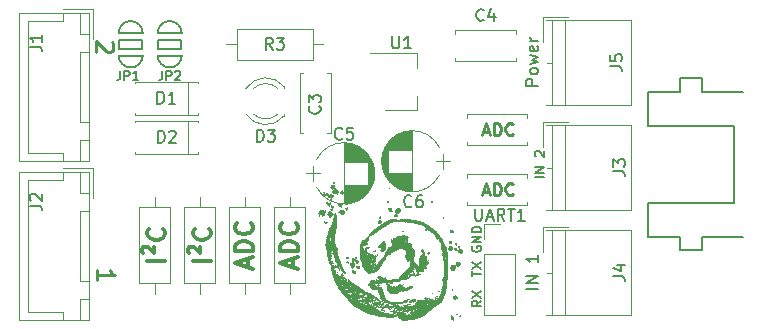
<source format=gbr>
G04 #@! TF.GenerationSoftware,KiCad,Pcbnew,6.0.0-d3dd2cf0fa~116~ubuntu20.04.1*
G04 #@! TF.CreationDate,2022-01-19T00:46:33+01:00*
G04 #@! TF.ProjectId,bobbycar,626f6262-7963-4617-922e-6b696361645f,rev?*
G04 #@! TF.SameCoordinates,Original*
G04 #@! TF.FileFunction,Legend,Top*
G04 #@! TF.FilePolarity,Positive*
%FSLAX46Y46*%
G04 Gerber Fmt 4.6, Leading zero omitted, Abs format (unit mm)*
G04 Created by KiCad (PCBNEW 6.0.0-d3dd2cf0fa~116~ubuntu20.04.1) date 2022-01-19 00:46:33*
%MOMM*%
%LPD*%
G01*
G04 APERTURE LIST*
%ADD10C,0.250000*%
%ADD11C,0.300000*%
%ADD12C,0.200000*%
%ADD13C,0.150000*%
%ADD14C,0.152400*%
%ADD15C,0.120000*%
%ADD16C,0.203200*%
%ADD17C,0.010000*%
G04 APERTURE END LIST*
D10*
X140366904Y-101131666D02*
X140843095Y-101131666D01*
X140271666Y-101417380D02*
X140605000Y-100417380D01*
X140938333Y-101417380D01*
X141271666Y-101417380D02*
X141271666Y-100417380D01*
X141509761Y-100417380D01*
X141652619Y-100465000D01*
X141747857Y-100560238D01*
X141795476Y-100655476D01*
X141843095Y-100845952D01*
X141843095Y-100988809D01*
X141795476Y-101179285D01*
X141747857Y-101274523D01*
X141652619Y-101369761D01*
X141509761Y-101417380D01*
X141271666Y-101417380D01*
X142843095Y-101322142D02*
X142795476Y-101369761D01*
X142652619Y-101417380D01*
X142557380Y-101417380D01*
X142414523Y-101369761D01*
X142319285Y-101274523D01*
X142271666Y-101179285D01*
X142224047Y-100988809D01*
X142224047Y-100845952D01*
X142271666Y-100655476D01*
X142319285Y-100560238D01*
X142414523Y-100465000D01*
X142557380Y-100417380D01*
X142652619Y-100417380D01*
X142795476Y-100465000D01*
X142843095Y-100512619D01*
X140366904Y-96051666D02*
X140843095Y-96051666D01*
X140271666Y-96337380D02*
X140605000Y-95337380D01*
X140938333Y-96337380D01*
X141271666Y-96337380D02*
X141271666Y-95337380D01*
X141509761Y-95337380D01*
X141652619Y-95385000D01*
X141747857Y-95480238D01*
X141795476Y-95575476D01*
X141843095Y-95765952D01*
X141843095Y-95908809D01*
X141795476Y-96099285D01*
X141747857Y-96194523D01*
X141652619Y-96289761D01*
X141509761Y-96337380D01*
X141271666Y-96337380D01*
X142843095Y-96242142D02*
X142795476Y-96289761D01*
X142652619Y-96337380D01*
X142557380Y-96337380D01*
X142414523Y-96289761D01*
X142319285Y-96194523D01*
X142271666Y-96099285D01*
X142224047Y-95908809D01*
X142224047Y-95765952D01*
X142271666Y-95575476D01*
X142319285Y-95480238D01*
X142414523Y-95385000D01*
X142557380Y-95337380D01*
X142652619Y-95337380D01*
X142795476Y-95385000D01*
X142843095Y-95432619D01*
D11*
X124202000Y-107521142D02*
X124202000Y-106806857D01*
X124630571Y-107664000D02*
X123130571Y-107164000D01*
X124630571Y-106664000D01*
X124630571Y-106164000D02*
X123130571Y-106164000D01*
X123130571Y-105806857D01*
X123202000Y-105592571D01*
X123344857Y-105449714D01*
X123487714Y-105378285D01*
X123773428Y-105306857D01*
X123987714Y-105306857D01*
X124273428Y-105378285D01*
X124416285Y-105449714D01*
X124559142Y-105592571D01*
X124630571Y-105806857D01*
X124630571Y-106164000D01*
X124487714Y-103806857D02*
X124559142Y-103878285D01*
X124630571Y-104092571D01*
X124630571Y-104235428D01*
X124559142Y-104449714D01*
X124416285Y-104592571D01*
X124273428Y-104664000D01*
X123987714Y-104735428D01*
X123773428Y-104735428D01*
X123487714Y-104664000D01*
X123344857Y-104592571D01*
X123202000Y-104449714D01*
X123130571Y-104235428D01*
X123130571Y-104092571D01*
X123202000Y-103878285D01*
X123273428Y-103806857D01*
X120392000Y-107521142D02*
X120392000Y-106806857D01*
X120820571Y-107664000D02*
X119320571Y-107164000D01*
X120820571Y-106664000D01*
X120820571Y-106164000D02*
X119320571Y-106164000D01*
X119320571Y-105806857D01*
X119392000Y-105592571D01*
X119534857Y-105449714D01*
X119677714Y-105378285D01*
X119963428Y-105306857D01*
X120177714Y-105306857D01*
X120463428Y-105378285D01*
X120606285Y-105449714D01*
X120749142Y-105592571D01*
X120820571Y-105806857D01*
X120820571Y-106164000D01*
X120677714Y-103806857D02*
X120749142Y-103878285D01*
X120820571Y-104092571D01*
X120820571Y-104235428D01*
X120749142Y-104449714D01*
X120606285Y-104592571D01*
X120463428Y-104664000D01*
X120177714Y-104735428D01*
X119963428Y-104735428D01*
X119677714Y-104664000D01*
X119534857Y-104592571D01*
X119392000Y-104449714D01*
X119320571Y-104235428D01*
X119320571Y-104092571D01*
X119392000Y-103878285D01*
X119463428Y-103806857D01*
X117264571Y-106985428D02*
X115764571Y-106985428D01*
X115407428Y-106342571D02*
X115336000Y-106199714D01*
X115336000Y-105985428D01*
X115407428Y-105842571D01*
X115550285Y-105771142D01*
X115693142Y-105771142D01*
X115836000Y-105842571D01*
X116336000Y-106342571D01*
X116336000Y-105771142D01*
X117121714Y-104271142D02*
X117193142Y-104342571D01*
X117264571Y-104556857D01*
X117264571Y-104699714D01*
X117193142Y-104914000D01*
X117050285Y-105056857D01*
X116907428Y-105128285D01*
X116621714Y-105199714D01*
X116407428Y-105199714D01*
X116121714Y-105128285D01*
X115978857Y-105056857D01*
X115836000Y-104914000D01*
X115764571Y-104699714D01*
X115764571Y-104556857D01*
X115836000Y-104342571D01*
X115907428Y-104271142D01*
X113403771Y-106985428D02*
X111903771Y-106985428D01*
X111546628Y-106342571D02*
X111475200Y-106199714D01*
X111475200Y-105985428D01*
X111546628Y-105842571D01*
X111689485Y-105771142D01*
X111832342Y-105771142D01*
X111975200Y-105842571D01*
X112475200Y-106342571D01*
X112475200Y-105771142D01*
X113260914Y-104271142D02*
X113332342Y-104342571D01*
X113403771Y-104556857D01*
X113403771Y-104699714D01*
X113332342Y-104914000D01*
X113189485Y-105056857D01*
X113046628Y-105128285D01*
X112760914Y-105199714D01*
X112546628Y-105199714D01*
X112260914Y-105128285D01*
X112118057Y-105056857D01*
X111975200Y-104914000D01*
X111903771Y-104699714D01*
X111903771Y-104556857D01*
X111975200Y-104342571D01*
X112046628Y-104271142D01*
D12*
X140188904Y-110369333D02*
X139807952Y-110636000D01*
X140188904Y-110826476D02*
X139388904Y-110826476D01*
X139388904Y-110521714D01*
X139427000Y-110445523D01*
X139465095Y-110407428D01*
X139541285Y-110369333D01*
X139655571Y-110369333D01*
X139731761Y-110407428D01*
X139769857Y-110445523D01*
X139807952Y-110521714D01*
X139807952Y-110826476D01*
X139388904Y-110102666D02*
X140188904Y-109569333D01*
X139388904Y-109569333D02*
X140188904Y-110102666D01*
X139388904Y-108305523D02*
X139388904Y-107848380D01*
X140188904Y-108076952D02*
X139388904Y-108076952D01*
X139388904Y-107657904D02*
X140188904Y-107124571D01*
X139388904Y-107124571D02*
X140188904Y-107657904D01*
X139427000Y-105765523D02*
X139388904Y-105841714D01*
X139388904Y-105956000D01*
X139427000Y-106070285D01*
X139503190Y-106146476D01*
X139579380Y-106184571D01*
X139731761Y-106222666D01*
X139846047Y-106222666D01*
X139998428Y-106184571D01*
X140074619Y-106146476D01*
X140150809Y-106070285D01*
X140188904Y-105956000D01*
X140188904Y-105879809D01*
X140150809Y-105765523D01*
X140112714Y-105727428D01*
X139846047Y-105727428D01*
X139846047Y-105879809D01*
X140188904Y-105384571D02*
X139388904Y-105384571D01*
X140188904Y-104927428D01*
X139388904Y-104927428D01*
X140188904Y-104546476D02*
X139388904Y-104546476D01*
X139388904Y-104356000D01*
X139427000Y-104241714D01*
X139503190Y-104165523D01*
X139579380Y-104127428D01*
X139731761Y-104089333D01*
X139846047Y-104089333D01*
X139998428Y-104127428D01*
X140074619Y-104165523D01*
X140150809Y-104241714D01*
X140188904Y-104356000D01*
X140188904Y-104546476D01*
X145522904Y-99910761D02*
X144722904Y-99910761D01*
X145522904Y-99529809D02*
X144722904Y-99529809D01*
X145522904Y-99072666D01*
X144722904Y-99072666D01*
X144799095Y-98120285D02*
X144761000Y-98082190D01*
X144722904Y-98006000D01*
X144722904Y-97815523D01*
X144761000Y-97739333D01*
X144799095Y-97701238D01*
X144875285Y-97663142D01*
X144951476Y-97663142D01*
X145065761Y-97701238D01*
X145522904Y-98158380D01*
X145522904Y-97663142D01*
X144978380Y-109330952D02*
X143978380Y-109330952D01*
X144978380Y-108854761D02*
X143978380Y-108854761D01*
X144978380Y-108283333D01*
X143978380Y-108283333D01*
X144978380Y-106521428D02*
X144978380Y-107092857D01*
X144978380Y-106807142D02*
X143978380Y-106807142D01*
X144121238Y-106902380D01*
X144216476Y-106997619D01*
X144264095Y-107092857D01*
X144978380Y-92146190D02*
X143978380Y-92146190D01*
X143978380Y-91765238D01*
X144026000Y-91670000D01*
X144073619Y-91622380D01*
X144168857Y-91574761D01*
X144311714Y-91574761D01*
X144406952Y-91622380D01*
X144454571Y-91670000D01*
X144502190Y-91765238D01*
X144502190Y-92146190D01*
X144978380Y-91003333D02*
X144930761Y-91098571D01*
X144883142Y-91146190D01*
X144787904Y-91193809D01*
X144502190Y-91193809D01*
X144406952Y-91146190D01*
X144359333Y-91098571D01*
X144311714Y-91003333D01*
X144311714Y-90860476D01*
X144359333Y-90765238D01*
X144406952Y-90717619D01*
X144502190Y-90670000D01*
X144787904Y-90670000D01*
X144883142Y-90717619D01*
X144930761Y-90765238D01*
X144978380Y-90860476D01*
X144978380Y-91003333D01*
X144311714Y-90336666D02*
X144978380Y-90146190D01*
X144502190Y-89955714D01*
X144978380Y-89765238D01*
X144311714Y-89574761D01*
X144930761Y-88812857D02*
X144978380Y-88908095D01*
X144978380Y-89098571D01*
X144930761Y-89193809D01*
X144835523Y-89241428D01*
X144454571Y-89241428D01*
X144359333Y-89193809D01*
X144311714Y-89098571D01*
X144311714Y-88908095D01*
X144359333Y-88812857D01*
X144454571Y-88765238D01*
X144549809Y-88765238D01*
X144645047Y-89241428D01*
X144978380Y-88336666D02*
X144311714Y-88336666D01*
X144502190Y-88336666D02*
X144406952Y-88289047D01*
X144359333Y-88241428D01*
X144311714Y-88146190D01*
X144311714Y-88050952D01*
D10*
X108882571Y-88471428D02*
X108954000Y-88542857D01*
X109025428Y-88685714D01*
X109025428Y-89042857D01*
X108954000Y-89185714D01*
X108882571Y-89257142D01*
X108739714Y-89328571D01*
X108596857Y-89328571D01*
X108382571Y-89257142D01*
X107525428Y-88400000D01*
X107525428Y-89328571D01*
X107652428Y-108632571D02*
X107652428Y-107775428D01*
X107652428Y-108204000D02*
X109152428Y-108204000D01*
X108938142Y-108061142D01*
X108795285Y-107918285D01*
X108723857Y-107775428D01*
D13*
X126468142Y-93892666D02*
X126515761Y-93940285D01*
X126563380Y-94083142D01*
X126563380Y-94178380D01*
X126515761Y-94321238D01*
X126420523Y-94416476D01*
X126325285Y-94464095D01*
X126134809Y-94511714D01*
X125991952Y-94511714D01*
X125801476Y-94464095D01*
X125706238Y-94416476D01*
X125611000Y-94321238D01*
X125563380Y-94178380D01*
X125563380Y-94083142D01*
X125611000Y-93940285D01*
X125658619Y-93892666D01*
X125563380Y-93559333D02*
X125563380Y-92940285D01*
X125944333Y-93273619D01*
X125944333Y-93130761D01*
X125991952Y-93035523D01*
X126039571Y-92987904D01*
X126134809Y-92940285D01*
X126372904Y-92940285D01*
X126468142Y-92987904D01*
X126515761Y-93035523D01*
X126563380Y-93130761D01*
X126563380Y-93416476D01*
X126515761Y-93511714D01*
X126468142Y-93559333D01*
X140382333Y-86570142D02*
X140334714Y-86617761D01*
X140191857Y-86665380D01*
X140096619Y-86665380D01*
X139953761Y-86617761D01*
X139858523Y-86522523D01*
X139810904Y-86427285D01*
X139763285Y-86236809D01*
X139763285Y-86093952D01*
X139810904Y-85903476D01*
X139858523Y-85808238D01*
X139953761Y-85713000D01*
X140096619Y-85665380D01*
X140191857Y-85665380D01*
X140334714Y-85713000D01*
X140382333Y-85760619D01*
X141239476Y-85998714D02*
X141239476Y-86665380D01*
X141001380Y-85617761D02*
X140763285Y-86332047D01*
X141382333Y-86332047D01*
X112749104Y-93670380D02*
X112749104Y-92670380D01*
X112987200Y-92670380D01*
X113130057Y-92718000D01*
X113225295Y-92813238D01*
X113272914Y-92908476D01*
X113320533Y-93098952D01*
X113320533Y-93241809D01*
X113272914Y-93432285D01*
X113225295Y-93527523D01*
X113130057Y-93622761D01*
X112987200Y-93670380D01*
X112749104Y-93670380D01*
X114272914Y-93670380D02*
X113701485Y-93670380D01*
X113987200Y-93670380D02*
X113987200Y-92670380D01*
X113891961Y-92813238D01*
X113796723Y-92908476D01*
X113701485Y-92956095D01*
X112799904Y-96972380D02*
X112799904Y-95972380D01*
X113038000Y-95972380D01*
X113180857Y-96020000D01*
X113276095Y-96115238D01*
X113323714Y-96210476D01*
X113371333Y-96400952D01*
X113371333Y-96543809D01*
X113323714Y-96734285D01*
X113276095Y-96829523D01*
X113180857Y-96924761D01*
X113038000Y-96972380D01*
X112799904Y-96972380D01*
X113752285Y-96067619D02*
X113799904Y-96020000D01*
X113895142Y-95972380D01*
X114133238Y-95972380D01*
X114228476Y-96020000D01*
X114276095Y-96067619D01*
X114323714Y-96162857D01*
X114323714Y-96258095D01*
X114276095Y-96400952D01*
X113704666Y-96972380D01*
X114323714Y-96972380D01*
X132646095Y-87973380D02*
X132646095Y-88782904D01*
X132693714Y-88878142D01*
X132741333Y-88925761D01*
X132836571Y-88973380D01*
X133027047Y-88973380D01*
X133122285Y-88925761D01*
X133169904Y-88878142D01*
X133217523Y-88782904D01*
X133217523Y-87973380D01*
X134217523Y-88973380D02*
X133646095Y-88973380D01*
X133931809Y-88973380D02*
X133931809Y-87973380D01*
X133836571Y-88116238D01*
X133741333Y-88211476D01*
X133646095Y-88259095D01*
X139660571Y-102576380D02*
X139660571Y-103385904D01*
X139708190Y-103481142D01*
X139755809Y-103528761D01*
X139851047Y-103576380D01*
X140041523Y-103576380D01*
X140136761Y-103528761D01*
X140184380Y-103481142D01*
X140232000Y-103385904D01*
X140232000Y-102576380D01*
X140660571Y-103290666D02*
X141136761Y-103290666D01*
X140565333Y-103576380D02*
X140898666Y-102576380D01*
X141232000Y-103576380D01*
X142136761Y-103576380D02*
X141803428Y-103100190D01*
X141565333Y-103576380D02*
X141565333Y-102576380D01*
X141946285Y-102576380D01*
X142041523Y-102624000D01*
X142089142Y-102671619D01*
X142136761Y-102766857D01*
X142136761Y-102909714D01*
X142089142Y-103004952D01*
X142041523Y-103052571D01*
X141946285Y-103100190D01*
X141565333Y-103100190D01*
X142422476Y-102576380D02*
X142993904Y-102576380D01*
X142708190Y-103576380D02*
X142708190Y-102576380D01*
X143851047Y-103576380D02*
X143279619Y-103576380D01*
X143565333Y-103576380D02*
X143565333Y-102576380D01*
X143470095Y-102719238D01*
X143374857Y-102814476D01*
X143279619Y-102862095D01*
X122515333Y-89098380D02*
X122182000Y-88622190D01*
X121943904Y-89098380D02*
X121943904Y-88098380D01*
X122324857Y-88098380D01*
X122420095Y-88146000D01*
X122467714Y-88193619D01*
X122515333Y-88288857D01*
X122515333Y-88431714D01*
X122467714Y-88526952D01*
X122420095Y-88574571D01*
X122324857Y-88622190D01*
X121943904Y-88622190D01*
X122848666Y-88098380D02*
X123467714Y-88098380D01*
X123134380Y-88479333D01*
X123277238Y-88479333D01*
X123372476Y-88526952D01*
X123420095Y-88574571D01*
X123467714Y-88669809D01*
X123467714Y-88907904D01*
X123420095Y-89003142D01*
X123372476Y-89050761D01*
X123277238Y-89098380D01*
X122991523Y-89098380D01*
X122896285Y-89050761D01*
X122848666Y-89003142D01*
X128389333Y-96623142D02*
X128341714Y-96670761D01*
X128198857Y-96718380D01*
X128103619Y-96718380D01*
X127960761Y-96670761D01*
X127865523Y-96575523D01*
X127817904Y-96480285D01*
X127770285Y-96289809D01*
X127770285Y-96146952D01*
X127817904Y-95956476D01*
X127865523Y-95861238D01*
X127960761Y-95766000D01*
X128103619Y-95718380D01*
X128198857Y-95718380D01*
X128341714Y-95766000D01*
X128389333Y-95813619D01*
X129294095Y-95718380D02*
X128817904Y-95718380D01*
X128770285Y-96194571D01*
X128817904Y-96146952D01*
X128913142Y-96099333D01*
X129151238Y-96099333D01*
X129246476Y-96146952D01*
X129294095Y-96194571D01*
X129341714Y-96289809D01*
X129341714Y-96527904D01*
X129294095Y-96623142D01*
X129246476Y-96670761D01*
X129151238Y-96718380D01*
X128913142Y-96718380D01*
X128817904Y-96670761D01*
X128770285Y-96623142D01*
X134262833Y-102338142D02*
X134215214Y-102385761D01*
X134072357Y-102433380D01*
X133977119Y-102433380D01*
X133834261Y-102385761D01*
X133739023Y-102290523D01*
X133691404Y-102195285D01*
X133643785Y-102004809D01*
X133643785Y-101861952D01*
X133691404Y-101671476D01*
X133739023Y-101576238D01*
X133834261Y-101481000D01*
X133977119Y-101433380D01*
X134072357Y-101433380D01*
X134215214Y-101481000D01*
X134262833Y-101528619D01*
X135119976Y-101433380D02*
X134929500Y-101433380D01*
X134834261Y-101481000D01*
X134786642Y-101528619D01*
X134691404Y-101671476D01*
X134643785Y-101861952D01*
X134643785Y-102242904D01*
X134691404Y-102338142D01*
X134739023Y-102385761D01*
X134834261Y-102433380D01*
X135024738Y-102433380D01*
X135119976Y-102385761D01*
X135167595Y-102338142D01*
X135215214Y-102242904D01*
X135215214Y-102004809D01*
X135167595Y-101909571D01*
X135119976Y-101861952D01*
X135024738Y-101814333D01*
X134834261Y-101814333D01*
X134739023Y-101861952D01*
X134691404Y-101909571D01*
X134643785Y-102004809D01*
X101941380Y-88852333D02*
X102655666Y-88852333D01*
X102798523Y-88899952D01*
X102893761Y-88995190D01*
X102941380Y-89138047D01*
X102941380Y-89233285D01*
X102941380Y-87852333D02*
X102941380Y-88423761D01*
X102941380Y-88138047D02*
X101941380Y-88138047D01*
X102084238Y-88233285D01*
X102179476Y-88328523D01*
X102227095Y-88423761D01*
X101941380Y-102314333D02*
X102655666Y-102314333D01*
X102798523Y-102361952D01*
X102893761Y-102457190D01*
X102941380Y-102600047D01*
X102941380Y-102695285D01*
X102036619Y-101885761D02*
X101989000Y-101838142D01*
X101941380Y-101742904D01*
X101941380Y-101504809D01*
X101989000Y-101409571D01*
X102036619Y-101361952D01*
X102131857Y-101314333D01*
X102227095Y-101314333D01*
X102369952Y-101361952D01*
X102941380Y-101933380D01*
X102941380Y-101314333D01*
X151344380Y-108283333D02*
X152058666Y-108283333D01*
X152201523Y-108330952D01*
X152296761Y-108426190D01*
X152344380Y-108569047D01*
X152344380Y-108664285D01*
X151677714Y-107378571D02*
X152344380Y-107378571D01*
X151296761Y-107616666D02*
X152011047Y-107854761D01*
X152011047Y-107235714D01*
X151090380Y-90503333D02*
X151804666Y-90503333D01*
X151947523Y-90550952D01*
X152042761Y-90646190D01*
X152090380Y-90789047D01*
X152090380Y-90884285D01*
X151090380Y-89550952D02*
X151090380Y-90027142D01*
X151566571Y-90074761D01*
X151518952Y-90027142D01*
X151471333Y-89931904D01*
X151471333Y-89693809D01*
X151518952Y-89598571D01*
X151566571Y-89550952D01*
X151661809Y-89503333D01*
X151899904Y-89503333D01*
X151995142Y-89550952D01*
X152042761Y-89598571D01*
X152090380Y-89693809D01*
X152090380Y-89931904D01*
X152042761Y-90027142D01*
X151995142Y-90074761D01*
X151344380Y-99393333D02*
X152058666Y-99393333D01*
X152201523Y-99440952D01*
X152296761Y-99536190D01*
X152344380Y-99679047D01*
X152344380Y-99774285D01*
X151344380Y-99012380D02*
X151344380Y-98393333D01*
X151725333Y-98726666D01*
X151725333Y-98583809D01*
X151772952Y-98488571D01*
X151820571Y-98440952D01*
X151915809Y-98393333D01*
X152153904Y-98393333D01*
X152249142Y-98440952D01*
X152296761Y-98488571D01*
X152344380Y-98583809D01*
X152344380Y-98869523D01*
X152296761Y-98964761D01*
X152249142Y-99012380D01*
X121181904Y-96884380D02*
X121181904Y-95884380D01*
X121420000Y-95884380D01*
X121562857Y-95932000D01*
X121658095Y-96027238D01*
X121705714Y-96122476D01*
X121753333Y-96312952D01*
X121753333Y-96455809D01*
X121705714Y-96646285D01*
X121658095Y-96741523D01*
X121562857Y-96836761D01*
X121420000Y-96884380D01*
X121181904Y-96884380D01*
X122086666Y-95884380D02*
X122705714Y-95884380D01*
X122372380Y-96265333D01*
X122515238Y-96265333D01*
X122610476Y-96312952D01*
X122658095Y-96360571D01*
X122705714Y-96455809D01*
X122705714Y-96693904D01*
X122658095Y-96789142D01*
X122610476Y-96836761D01*
X122515238Y-96884380D01*
X122229523Y-96884380D01*
X122134285Y-96836761D01*
X122086666Y-96789142D01*
D14*
X109601000Y-90895714D02*
X109601000Y-91440000D01*
X109564714Y-91548857D01*
X109492142Y-91621428D01*
X109383285Y-91657714D01*
X109310714Y-91657714D01*
X109963857Y-91657714D02*
X109963857Y-90895714D01*
X110254142Y-90895714D01*
X110326714Y-90932000D01*
X110363000Y-90968285D01*
X110399285Y-91040857D01*
X110399285Y-91149714D01*
X110363000Y-91222285D01*
X110326714Y-91258571D01*
X110254142Y-91294857D01*
X109963857Y-91294857D01*
X111125000Y-91657714D02*
X110689571Y-91657714D01*
X110907285Y-91657714D02*
X110907285Y-90895714D01*
X110834714Y-91004571D01*
X110762142Y-91077142D01*
X110689571Y-91113428D01*
X113157000Y-90895714D02*
X113157000Y-91440000D01*
X113120714Y-91548857D01*
X113048142Y-91621428D01*
X112939285Y-91657714D01*
X112866714Y-91657714D01*
X113519857Y-91657714D02*
X113519857Y-90895714D01*
X113810142Y-90895714D01*
X113882714Y-90932000D01*
X113919000Y-90968285D01*
X113955285Y-91040857D01*
X113955285Y-91149714D01*
X113919000Y-91222285D01*
X113882714Y-91258571D01*
X113810142Y-91294857D01*
X113519857Y-91294857D01*
X114245571Y-90968285D02*
X114281857Y-90932000D01*
X114354428Y-90895714D01*
X114535857Y-90895714D01*
X114608428Y-90932000D01*
X114644714Y-90968285D01*
X114681000Y-91040857D01*
X114681000Y-91113428D01*
X114644714Y-91222285D01*
X114209285Y-91657714D01*
X114681000Y-91657714D01*
D15*
X138958000Y-99969000D02*
X138958000Y-99655000D01*
X138958000Y-102275000D02*
X138958000Y-101961000D01*
X144078000Y-99969000D02*
X144078000Y-99655000D01*
X144078000Y-102275000D02*
X144078000Y-101961000D01*
X144078000Y-99655000D02*
X138958000Y-99655000D01*
X144078000Y-102275000D02*
X138958000Y-102275000D01*
X124801000Y-96199000D02*
X124801000Y-91079000D01*
X127421000Y-96199000D02*
X127421000Y-91079000D01*
X124801000Y-96199000D02*
X125115000Y-96199000D01*
X127107000Y-96199000D02*
X127421000Y-96199000D01*
X124801000Y-91079000D02*
X125115000Y-91079000D01*
X127107000Y-91079000D02*
X127421000Y-91079000D01*
X143109000Y-89769000D02*
X143109000Y-90083000D01*
X143109000Y-87463000D02*
X143109000Y-87777000D01*
X137989000Y-89769000D02*
X137989000Y-90083000D01*
X137989000Y-87463000D02*
X137989000Y-87777000D01*
X137989000Y-90083000D02*
X143109000Y-90083000D01*
X137989000Y-87463000D02*
X143109000Y-87463000D01*
X138941500Y-94575000D02*
X144061500Y-94575000D01*
X138941500Y-97195000D02*
X144061500Y-97195000D01*
X138941500Y-94575000D02*
X138941500Y-94889000D01*
X138941500Y-96881000D02*
X138941500Y-97195000D01*
X144061500Y-94575000D02*
X144061500Y-94889000D01*
X144061500Y-96881000D02*
X144061500Y-97195000D01*
X123952000Y-101564000D02*
X123952000Y-102454000D01*
X123952000Y-109764000D02*
X123952000Y-108874000D01*
X122642000Y-102454000D02*
X122642000Y-108874000D01*
X125262000Y-102454000D02*
X122642000Y-102454000D01*
X125262000Y-108874000D02*
X125262000Y-102454000D01*
X122642000Y-108874000D02*
X125262000Y-108874000D01*
X115358000Y-94628000D02*
X115358000Y-91808000D01*
X110878000Y-91808000D02*
X110878000Y-91938000D01*
X116198000Y-91808000D02*
X110878000Y-91808000D01*
X116198000Y-91938000D02*
X116198000Y-91808000D01*
X110878000Y-94628000D02*
X110878000Y-94498000D01*
X116198000Y-94628000D02*
X110878000Y-94628000D01*
X116198000Y-94498000D02*
X116198000Y-94628000D01*
X116198000Y-97800000D02*
X116198000Y-97930000D01*
X116198000Y-97930000D02*
X110878000Y-97930000D01*
X110878000Y-97930000D02*
X110878000Y-97800000D01*
X116198000Y-95240000D02*
X116198000Y-95110000D01*
X116198000Y-95110000D02*
X110878000Y-95110000D01*
X110878000Y-95110000D02*
X110878000Y-95240000D01*
X115358000Y-97930000D02*
X115358000Y-95110000D01*
X134738000Y-93021000D02*
X134738000Y-94221000D01*
X134738000Y-94221000D02*
X132038000Y-94221000D01*
X130738000Y-89421000D02*
X134738000Y-89421000D01*
X134738000Y-89421000D02*
X134738000Y-90621000D01*
X140402000Y-111566000D02*
X143062000Y-111566000D01*
X140402000Y-106426000D02*
X140402000Y-111566000D01*
X143062000Y-106426000D02*
X143062000Y-111566000D01*
X140402000Y-106426000D02*
X143062000Y-106426000D01*
X140402000Y-105156000D02*
X140402000Y-103826000D01*
X140402000Y-103826000D02*
X141732000Y-103826000D01*
X121452000Y-102454000D02*
X118832000Y-102454000D01*
X118832000Y-102454000D02*
X118832000Y-108874000D01*
X118832000Y-108874000D02*
X121452000Y-108874000D01*
X121452000Y-108874000D02*
X121452000Y-102454000D01*
X120142000Y-101564000D02*
X120142000Y-102454000D01*
X120142000Y-109764000D02*
X120142000Y-108874000D01*
X119472000Y-87336000D02*
X119472000Y-89956000D01*
X119472000Y-89956000D02*
X125892000Y-89956000D01*
X125892000Y-89956000D02*
X125892000Y-87336000D01*
X125892000Y-87336000D02*
X119472000Y-87336000D01*
X118582000Y-88646000D02*
X119472000Y-88646000D01*
X126782000Y-88646000D02*
X125892000Y-88646000D01*
X112522000Y-109764000D02*
X112522000Y-108874000D01*
X112522000Y-101564000D02*
X112522000Y-102454000D01*
X113832000Y-108874000D02*
X113832000Y-102454000D01*
X111212000Y-108874000D02*
X113832000Y-108874000D01*
X111212000Y-102454000D02*
X111212000Y-108874000D01*
X113832000Y-102454000D02*
X111212000Y-102454000D01*
X117642000Y-102454000D02*
X115022000Y-102454000D01*
X115022000Y-102454000D02*
X115022000Y-108874000D01*
X115022000Y-108874000D02*
X117642000Y-108874000D01*
X117642000Y-108874000D02*
X117642000Y-102454000D01*
X116332000Y-101564000D02*
X116332000Y-102454000D01*
X116332000Y-109764000D02*
X116332000Y-108874000D01*
X125940000Y-98918000D02*
X125940000Y-100218000D01*
X125340000Y-99568000D02*
X126540000Y-99568000D01*
X131101000Y-99214000D02*
X131101000Y-99922000D01*
X131061000Y-99009000D02*
X131061000Y-100127000D01*
X131021000Y-98861000D02*
X131021000Y-100275000D01*
X130981000Y-98739000D02*
X130981000Y-100397000D01*
X130941000Y-98634000D02*
X130941000Y-100502000D01*
X130901000Y-98540000D02*
X130901000Y-100596000D01*
X130861000Y-98456000D02*
X130861000Y-100680000D01*
X130821000Y-98379000D02*
X130821000Y-100757000D01*
X130781000Y-98307000D02*
X130781000Y-100829000D01*
X130741000Y-98241000D02*
X130741000Y-100895000D01*
X130701000Y-98178000D02*
X130701000Y-100958000D01*
X130661000Y-98120000D02*
X130661000Y-101016000D01*
X130621000Y-98064000D02*
X130621000Y-101072000D01*
X130581000Y-98012000D02*
X130581000Y-101124000D01*
X130541000Y-97962000D02*
X130541000Y-101174000D01*
X130501000Y-100548000D02*
X130501000Y-101222000D01*
X130501000Y-97914000D02*
X130501000Y-98588000D01*
X130461000Y-100548000D02*
X130461000Y-101267000D01*
X130461000Y-97869000D02*
X130461000Y-98588000D01*
X130421000Y-100548000D02*
X130421000Y-101310000D01*
X130421000Y-97826000D02*
X130421000Y-98588000D01*
X130381000Y-100548000D02*
X130381000Y-101351000D01*
X130381000Y-97785000D02*
X130381000Y-98588000D01*
X130341000Y-100548000D02*
X130341000Y-101391000D01*
X130341000Y-97745000D02*
X130341000Y-98588000D01*
X130301000Y-100548000D02*
X130301000Y-101429000D01*
X130301000Y-97707000D02*
X130301000Y-98588000D01*
X130261000Y-100548000D02*
X130261000Y-101465000D01*
X130261000Y-97671000D02*
X130261000Y-98588000D01*
X130221000Y-100548000D02*
X130221000Y-101500000D01*
X130221000Y-97636000D02*
X130221000Y-98588000D01*
X130181000Y-100548000D02*
X130181000Y-101533000D01*
X130181000Y-97603000D02*
X130181000Y-98588000D01*
X130141000Y-100548000D02*
X130141000Y-101565000D01*
X130141000Y-97571000D02*
X130141000Y-98588000D01*
X130101000Y-100548000D02*
X130101000Y-101596000D01*
X130101000Y-97540000D02*
X130101000Y-98588000D01*
X130061000Y-100548000D02*
X130061000Y-101626000D01*
X130061000Y-97510000D02*
X130061000Y-98588000D01*
X130021000Y-100548000D02*
X130021000Y-101654000D01*
X130021000Y-97482000D02*
X130021000Y-98588000D01*
X129981000Y-100548000D02*
X129981000Y-101681000D01*
X129981000Y-97455000D02*
X129981000Y-98588000D01*
X129941000Y-100548000D02*
X129941000Y-101708000D01*
X129941000Y-97428000D02*
X129941000Y-98588000D01*
X129901000Y-100548000D02*
X129901000Y-101733000D01*
X129901000Y-97403000D02*
X129901000Y-98588000D01*
X129861000Y-100548000D02*
X129861000Y-101757000D01*
X129861000Y-97379000D02*
X129861000Y-98588000D01*
X129821000Y-100548000D02*
X129821000Y-101780000D01*
X129821000Y-97356000D02*
X129821000Y-98588000D01*
X129781000Y-100548000D02*
X129781000Y-101802000D01*
X129781000Y-97334000D02*
X129781000Y-98588000D01*
X129741000Y-100548000D02*
X129741000Y-101824000D01*
X129741000Y-97312000D02*
X129741000Y-98588000D01*
X129701000Y-100548000D02*
X129701000Y-101844000D01*
X129701000Y-97292000D02*
X129701000Y-98588000D01*
X129661000Y-100548000D02*
X129661000Y-101864000D01*
X129661000Y-97272000D02*
X129661000Y-98588000D01*
X129621000Y-100548000D02*
X129621000Y-101883000D01*
X129621000Y-97253000D02*
X129621000Y-98588000D01*
X129581000Y-100548000D02*
X129581000Y-101901000D01*
X129581000Y-97235000D02*
X129581000Y-98588000D01*
X129541000Y-100548000D02*
X129541000Y-101918000D01*
X129541000Y-97218000D02*
X129541000Y-98588000D01*
X129501000Y-100548000D02*
X129501000Y-101934000D01*
X129501000Y-97202000D02*
X129501000Y-98588000D01*
X129461000Y-100548000D02*
X129461000Y-101950000D01*
X129461000Y-97186000D02*
X129461000Y-98588000D01*
X129421000Y-100548000D02*
X129421000Y-101964000D01*
X129421000Y-97172000D02*
X129421000Y-98588000D01*
X129381000Y-100548000D02*
X129381000Y-101978000D01*
X129381000Y-97158000D02*
X129381000Y-98588000D01*
X129341000Y-100548000D02*
X129341000Y-101992000D01*
X129341000Y-97144000D02*
X129341000Y-98588000D01*
X129301000Y-100548000D02*
X129301000Y-102004000D01*
X129301000Y-97132000D02*
X129301000Y-98588000D01*
X129261000Y-100548000D02*
X129261000Y-102016000D01*
X129261000Y-97120000D02*
X129261000Y-98588000D01*
X129220000Y-100548000D02*
X129220000Y-102028000D01*
X129220000Y-97108000D02*
X129220000Y-98588000D01*
X129180000Y-100548000D02*
X129180000Y-102038000D01*
X129180000Y-97098000D02*
X129180000Y-98588000D01*
X129140000Y-100548000D02*
X129140000Y-102048000D01*
X129140000Y-97088000D02*
X129140000Y-98588000D01*
X129100000Y-100548000D02*
X129100000Y-102057000D01*
X129100000Y-97079000D02*
X129100000Y-98588000D01*
X129060000Y-100548000D02*
X129060000Y-102066000D01*
X129060000Y-97070000D02*
X129060000Y-98588000D01*
X129020000Y-100548000D02*
X129020000Y-102074000D01*
X129020000Y-97062000D02*
X129020000Y-98588000D01*
X128980000Y-100548000D02*
X128980000Y-102081000D01*
X128980000Y-97055000D02*
X128980000Y-98588000D01*
X128940000Y-100548000D02*
X128940000Y-102087000D01*
X128940000Y-97049000D02*
X128940000Y-98588000D01*
X128900000Y-100548000D02*
X128900000Y-102093000D01*
X128900000Y-97043000D02*
X128900000Y-98588000D01*
X128860000Y-100548000D02*
X128860000Y-102099000D01*
X128860000Y-97037000D02*
X128860000Y-98588000D01*
X128820000Y-100548000D02*
X128820000Y-102103000D01*
X128820000Y-97033000D02*
X128820000Y-98588000D01*
X128780000Y-100548000D02*
X128780000Y-102107000D01*
X128780000Y-97029000D02*
X128780000Y-98588000D01*
X128740000Y-100548000D02*
X128740000Y-102111000D01*
X128740000Y-97025000D02*
X128740000Y-98588000D01*
X128700000Y-100548000D02*
X128700000Y-102114000D01*
X128700000Y-97022000D02*
X128700000Y-98588000D01*
X128660000Y-100548000D02*
X128660000Y-102116000D01*
X128660000Y-97020000D02*
X128660000Y-98588000D01*
X128620000Y-100548000D02*
X128620000Y-102117000D01*
X128620000Y-97019000D02*
X128620000Y-98588000D01*
X128580000Y-100548000D02*
X128580000Y-102118000D01*
X128580000Y-97018000D02*
X128580000Y-98588000D01*
X128540000Y-97018000D02*
X128540000Y-102118000D01*
X130845722Y-100747722D02*
G75*
G03*
X130845580Y-98388000I-2305722J1179722D01*
G01*
X126234420Y-100748000D02*
G75*
G03*
X130845722Y-100747722I2305580J1180000D01*
G01*
X130845722Y-98388278D02*
G75*
G03*
X126234420Y-98388000I-2305722J-1179722D01*
G01*
X132012778Y-99731722D02*
G75*
G03*
X136624080Y-99732000I2305722J1179722D01*
G01*
X136624080Y-97372000D02*
G75*
G03*
X132012778Y-97372278I-2305580J-1180000D01*
G01*
X132012778Y-97372278D02*
G75*
G03*
X132012920Y-99732000I2305722J-1179722D01*
G01*
X134318500Y-101102000D02*
X134318500Y-96002000D01*
X134278500Y-101102000D02*
X134278500Y-99532000D01*
X134278500Y-97572000D02*
X134278500Y-96002000D01*
X134238500Y-101101000D02*
X134238500Y-99532000D01*
X134238500Y-97572000D02*
X134238500Y-96003000D01*
X134198500Y-101100000D02*
X134198500Y-99532000D01*
X134198500Y-97572000D02*
X134198500Y-96004000D01*
X134158500Y-101098000D02*
X134158500Y-99532000D01*
X134158500Y-97572000D02*
X134158500Y-96006000D01*
X134118500Y-101095000D02*
X134118500Y-99532000D01*
X134118500Y-97572000D02*
X134118500Y-96009000D01*
X134078500Y-101091000D02*
X134078500Y-99532000D01*
X134078500Y-97572000D02*
X134078500Y-96013000D01*
X134038500Y-101087000D02*
X134038500Y-99532000D01*
X134038500Y-97572000D02*
X134038500Y-96017000D01*
X133998500Y-101083000D02*
X133998500Y-99532000D01*
X133998500Y-97572000D02*
X133998500Y-96021000D01*
X133958500Y-101077000D02*
X133958500Y-99532000D01*
X133958500Y-97572000D02*
X133958500Y-96027000D01*
X133918500Y-101071000D02*
X133918500Y-99532000D01*
X133918500Y-97572000D02*
X133918500Y-96033000D01*
X133878500Y-101065000D02*
X133878500Y-99532000D01*
X133878500Y-97572000D02*
X133878500Y-96039000D01*
X133838500Y-101058000D02*
X133838500Y-99532000D01*
X133838500Y-97572000D02*
X133838500Y-96046000D01*
X133798500Y-101050000D02*
X133798500Y-99532000D01*
X133798500Y-97572000D02*
X133798500Y-96054000D01*
X133758500Y-101041000D02*
X133758500Y-99532000D01*
X133758500Y-97572000D02*
X133758500Y-96063000D01*
X133718500Y-101032000D02*
X133718500Y-99532000D01*
X133718500Y-97572000D02*
X133718500Y-96072000D01*
X133678500Y-101022000D02*
X133678500Y-99532000D01*
X133678500Y-97572000D02*
X133678500Y-96082000D01*
X133638500Y-101012000D02*
X133638500Y-99532000D01*
X133638500Y-97572000D02*
X133638500Y-96092000D01*
X133597500Y-101000000D02*
X133597500Y-99532000D01*
X133597500Y-97572000D02*
X133597500Y-96104000D01*
X133557500Y-100988000D02*
X133557500Y-99532000D01*
X133557500Y-97572000D02*
X133557500Y-96116000D01*
X133517500Y-100976000D02*
X133517500Y-99532000D01*
X133517500Y-97572000D02*
X133517500Y-96128000D01*
X133477500Y-100962000D02*
X133477500Y-99532000D01*
X133477500Y-97572000D02*
X133477500Y-96142000D01*
X133437500Y-100948000D02*
X133437500Y-99532000D01*
X133437500Y-97572000D02*
X133437500Y-96156000D01*
X133397500Y-100934000D02*
X133397500Y-99532000D01*
X133397500Y-97572000D02*
X133397500Y-96170000D01*
X133357500Y-100918000D02*
X133357500Y-99532000D01*
X133357500Y-97572000D02*
X133357500Y-96186000D01*
X133317500Y-100902000D02*
X133317500Y-99532000D01*
X133317500Y-97572000D02*
X133317500Y-96202000D01*
X133277500Y-100885000D02*
X133277500Y-99532000D01*
X133277500Y-97572000D02*
X133277500Y-96219000D01*
X133237500Y-100867000D02*
X133237500Y-99532000D01*
X133237500Y-97572000D02*
X133237500Y-96237000D01*
X133197500Y-100848000D02*
X133197500Y-99532000D01*
X133197500Y-97572000D02*
X133197500Y-96256000D01*
X133157500Y-100828000D02*
X133157500Y-99532000D01*
X133157500Y-97572000D02*
X133157500Y-96276000D01*
X133117500Y-100808000D02*
X133117500Y-99532000D01*
X133117500Y-97572000D02*
X133117500Y-96296000D01*
X133077500Y-100786000D02*
X133077500Y-99532000D01*
X133077500Y-97572000D02*
X133077500Y-96318000D01*
X133037500Y-100764000D02*
X133037500Y-99532000D01*
X133037500Y-97572000D02*
X133037500Y-96340000D01*
X132997500Y-100741000D02*
X132997500Y-99532000D01*
X132997500Y-97572000D02*
X132997500Y-96363000D01*
X132957500Y-100717000D02*
X132957500Y-99532000D01*
X132957500Y-97572000D02*
X132957500Y-96387000D01*
X132917500Y-100692000D02*
X132917500Y-99532000D01*
X132917500Y-97572000D02*
X132917500Y-96412000D01*
X132877500Y-100665000D02*
X132877500Y-99532000D01*
X132877500Y-97572000D02*
X132877500Y-96439000D01*
X132837500Y-100638000D02*
X132837500Y-99532000D01*
X132837500Y-97572000D02*
X132837500Y-96466000D01*
X132797500Y-100610000D02*
X132797500Y-99532000D01*
X132797500Y-97572000D02*
X132797500Y-96494000D01*
X132757500Y-100580000D02*
X132757500Y-99532000D01*
X132757500Y-97572000D02*
X132757500Y-96524000D01*
X132717500Y-100549000D02*
X132717500Y-99532000D01*
X132717500Y-97572000D02*
X132717500Y-96555000D01*
X132677500Y-100517000D02*
X132677500Y-99532000D01*
X132677500Y-97572000D02*
X132677500Y-96587000D01*
X132637500Y-100484000D02*
X132637500Y-99532000D01*
X132637500Y-97572000D02*
X132637500Y-96620000D01*
X132597500Y-100449000D02*
X132597500Y-99532000D01*
X132597500Y-97572000D02*
X132597500Y-96655000D01*
X132557500Y-100413000D02*
X132557500Y-99532000D01*
X132557500Y-97572000D02*
X132557500Y-96691000D01*
X132517500Y-100375000D02*
X132517500Y-99532000D01*
X132517500Y-97572000D02*
X132517500Y-96729000D01*
X132477500Y-100335000D02*
X132477500Y-99532000D01*
X132477500Y-97572000D02*
X132477500Y-96769000D01*
X132437500Y-100294000D02*
X132437500Y-99532000D01*
X132437500Y-97572000D02*
X132437500Y-96810000D01*
X132397500Y-100251000D02*
X132397500Y-99532000D01*
X132397500Y-97572000D02*
X132397500Y-96853000D01*
X132357500Y-100206000D02*
X132357500Y-99532000D01*
X132357500Y-97572000D02*
X132357500Y-96898000D01*
X132317500Y-100158000D02*
X132317500Y-96946000D01*
X132277500Y-100108000D02*
X132277500Y-96996000D01*
X132237500Y-100056000D02*
X132237500Y-97048000D01*
X132197500Y-100000000D02*
X132197500Y-97104000D01*
X132157500Y-99942000D02*
X132157500Y-97162000D01*
X132117500Y-99879000D02*
X132117500Y-97225000D01*
X132077500Y-99813000D02*
X132077500Y-97291000D01*
X132037500Y-99741000D02*
X132037500Y-97363000D01*
X131997500Y-99664000D02*
X131997500Y-97440000D01*
X131957500Y-99580000D02*
X131957500Y-97524000D01*
X131917500Y-99486000D02*
X131917500Y-97618000D01*
X131877500Y-99381000D02*
X131877500Y-97723000D01*
X131837500Y-99259000D02*
X131837500Y-97845000D01*
X131797500Y-99111000D02*
X131797500Y-97993000D01*
X131757500Y-98906000D02*
X131757500Y-98198000D01*
X137518500Y-98552000D02*
X136318500Y-98552000D01*
X136918500Y-99202000D02*
X136918500Y-97902000D01*
X107271000Y-85669000D02*
X104771000Y-85669000D01*
X107271000Y-88169000D02*
X107271000Y-85669000D01*
X101771000Y-97819000D02*
X101771000Y-92269000D01*
X104721000Y-97819000D02*
X101771000Y-97819000D01*
X104721000Y-98569000D02*
X104721000Y-97819000D01*
X101771000Y-86719000D02*
X101771000Y-92269000D01*
X104721000Y-86719000D02*
X101771000Y-86719000D01*
X104721000Y-85969000D02*
X104721000Y-86719000D01*
X106971000Y-98569000D02*
X106971000Y-96769000D01*
X106221000Y-98569000D02*
X106971000Y-98569000D01*
X106221000Y-96769000D02*
X106221000Y-98569000D01*
X106971000Y-96769000D02*
X106221000Y-96769000D01*
X106971000Y-87769000D02*
X106971000Y-85969000D01*
X106221000Y-87769000D02*
X106971000Y-87769000D01*
X106221000Y-85969000D02*
X106221000Y-87769000D01*
X106971000Y-85969000D02*
X106221000Y-85969000D01*
X106971000Y-95269000D02*
X106971000Y-89269000D01*
X106221000Y-95269000D02*
X106971000Y-95269000D01*
X106221000Y-89269000D02*
X106221000Y-95269000D01*
X106971000Y-89269000D02*
X106221000Y-89269000D01*
X106971000Y-98569000D02*
X106971000Y-85969000D01*
X101021000Y-98569000D02*
X106971000Y-98569000D01*
X101021000Y-85969000D02*
X101021000Y-98569000D01*
X106971000Y-85969000D02*
X101021000Y-85969000D01*
X106971000Y-99431000D02*
X101021000Y-99431000D01*
X101021000Y-99431000D02*
X101021000Y-112031000D01*
X101021000Y-112031000D02*
X106971000Y-112031000D01*
X106971000Y-112031000D02*
X106971000Y-99431000D01*
X106971000Y-102731000D02*
X106221000Y-102731000D01*
X106221000Y-102731000D02*
X106221000Y-108731000D01*
X106221000Y-108731000D02*
X106971000Y-108731000D01*
X106971000Y-108731000D02*
X106971000Y-102731000D01*
X106971000Y-99431000D02*
X106221000Y-99431000D01*
X106221000Y-99431000D02*
X106221000Y-101231000D01*
X106221000Y-101231000D02*
X106971000Y-101231000D01*
X106971000Y-101231000D02*
X106971000Y-99431000D01*
X106971000Y-110231000D02*
X106221000Y-110231000D01*
X106221000Y-110231000D02*
X106221000Y-112031000D01*
X106221000Y-112031000D02*
X106971000Y-112031000D01*
X106971000Y-112031000D02*
X106971000Y-110231000D01*
X104721000Y-99431000D02*
X104721000Y-100181000D01*
X104721000Y-100181000D02*
X101771000Y-100181000D01*
X101771000Y-100181000D02*
X101771000Y-105731000D01*
X104721000Y-112031000D02*
X104721000Y-111281000D01*
X104721000Y-111281000D02*
X101771000Y-111281000D01*
X101771000Y-111281000D02*
X101771000Y-105731000D01*
X107271000Y-101631000D02*
X107271000Y-99131000D01*
X107271000Y-99131000D02*
X104771000Y-99131000D01*
X147252000Y-104378000D02*
X147252000Y-111578000D01*
X146152000Y-104378000D02*
X146152000Y-111578000D01*
X145652000Y-104378000D02*
X152852000Y-104378000D01*
X152852000Y-104378000D02*
X152852000Y-111578000D01*
X152852000Y-111578000D02*
X145652000Y-111578000D01*
X146152000Y-107978000D02*
X145752000Y-107978000D01*
X147502000Y-104138000D02*
X145412000Y-104138000D01*
X145412000Y-104138000D02*
X145412000Y-106228000D01*
X145412000Y-86358000D02*
X145412000Y-88448000D01*
X147502000Y-86358000D02*
X145412000Y-86358000D01*
X146152000Y-90198000D02*
X145752000Y-90198000D01*
X152852000Y-93798000D02*
X145652000Y-93798000D01*
X152852000Y-86598000D02*
X152852000Y-93798000D01*
X145652000Y-86598000D02*
X152852000Y-86598000D01*
X146152000Y-86598000D02*
X146152000Y-93798000D01*
X147252000Y-86598000D02*
X147252000Y-93798000D01*
X147252000Y-95488000D02*
X147252000Y-102688000D01*
X146152000Y-95488000D02*
X146152000Y-102688000D01*
X145652000Y-95488000D02*
X152852000Y-95488000D01*
X152852000Y-95488000D02*
X152852000Y-102688000D01*
X152852000Y-102688000D02*
X145652000Y-102688000D01*
X146152000Y-99088000D02*
X145752000Y-99088000D01*
X147502000Y-95248000D02*
X145412000Y-95248000D01*
X145412000Y-95248000D02*
X145412000Y-97338000D01*
X120247665Y-94550608D02*
G75*
G03*
X123480000Y-94707516I1672335J1078608D01*
G01*
X123480000Y-92236484D02*
G75*
G03*
X120247665Y-92393392I-1560000J-1235516D01*
G01*
X120878870Y-94551837D02*
G75*
G03*
X122960961Y-94552000I1041130J1079837D01*
G01*
X122960961Y-92392000D02*
G75*
G03*
X120878870Y-92392163I-1040961J-1080000D01*
G01*
X123480000Y-94708000D02*
X123480000Y-94552000D01*
X123480000Y-92392000D02*
X123480000Y-92236000D01*
D16*
X110490000Y-90616000D02*
G75*
G03*
X111506000Y-89600000I0J1016000D01*
G01*
X109474000Y-89600000D02*
G75*
G03*
X110490000Y-90616000I1016000J0D01*
G01*
X110490000Y-86676000D02*
G75*
G03*
X109474000Y-87692000I0J-1016000D01*
G01*
X111506000Y-87692000D02*
G75*
G03*
X110490000Y-86676000I-1016000J0D01*
G01*
X109474000Y-89600000D02*
X111506000Y-89600000D01*
X111506000Y-87692000D02*
X109474000Y-87692000D01*
X109490000Y-88246000D02*
X109490000Y-89046000D01*
X111490000Y-88246000D02*
X109490000Y-88246000D01*
X111490000Y-89046000D02*
X111490000Y-88246000D01*
X109490000Y-89046000D02*
X111490000Y-89046000D01*
X112792000Y-89046000D02*
X114792000Y-89046000D01*
X114792000Y-89046000D02*
X114792000Y-88246000D01*
X114792000Y-88246000D02*
X112792000Y-88246000D01*
X112792000Y-88246000D02*
X112792000Y-89046000D01*
X114808000Y-87692000D02*
X112776000Y-87692000D01*
X112776000Y-89600000D02*
X114808000Y-89600000D01*
X114808000Y-87692000D02*
G75*
G03*
X113792000Y-86676000I-1016000J0D01*
G01*
X113792000Y-86676000D02*
G75*
G03*
X112776000Y-87692000I0J-1016000D01*
G01*
X112776000Y-89600000D02*
G75*
G03*
X113792000Y-90616000I1016000J0D01*
G01*
X113792000Y-90616000D02*
G75*
G03*
X114808000Y-89600000I0J1016000D01*
G01*
D13*
X158897800Y-104943800D02*
X162292800Y-104943800D01*
X158897800Y-92668200D02*
X162292800Y-92668200D01*
X158897800Y-104943800D02*
X158897800Y-106093800D01*
X158897800Y-92668200D02*
X158897800Y-91518200D01*
X156992800Y-106093800D02*
X158897800Y-106093800D01*
X156992800Y-91518200D02*
X158897800Y-91518200D01*
X156992800Y-104943800D02*
X156992800Y-106093800D01*
X156992800Y-92668200D02*
X156992800Y-91518200D01*
X154292800Y-104943800D02*
X156992800Y-104943800D01*
X154292800Y-92668200D02*
X156992800Y-92668200D01*
X154292800Y-102056000D02*
X154292800Y-104943800D01*
X154292800Y-95556000D02*
X154292800Y-92668200D01*
X154292800Y-95556000D02*
X161542800Y-95556000D01*
X161542800Y-102056000D02*
X154292800Y-102056000D01*
X161542800Y-95556000D02*
X161542800Y-102056000D01*
D17*
X136525000Y-110401100D02*
X136512300Y-110413800D01*
X136512300Y-110413800D02*
X136499600Y-110401100D01*
X136499600Y-110401100D02*
X136512300Y-110388400D01*
X136512300Y-110388400D02*
X136525000Y-110401100D01*
X136525000Y-110401100D02*
X136525000Y-110401100D01*
G36*
X136525000Y-110401100D02*
G01*
X136512300Y-110413800D01*
X136499600Y-110401100D01*
X136512300Y-110388400D01*
X136525000Y-110401100D01*
G37*
X136525000Y-110401100D02*
X136512300Y-110413800D01*
X136499600Y-110401100D01*
X136512300Y-110388400D01*
X136525000Y-110401100D01*
X127721170Y-100328472D02*
X127725714Y-100355762D01*
X127725714Y-100355762D02*
X127722615Y-100399627D01*
X127722615Y-100399627D02*
X127709739Y-100397172D01*
X127709739Y-100397172D02*
X127697132Y-100378586D01*
X127697132Y-100378586D02*
X127695874Y-100338123D01*
X127695874Y-100338123D02*
X127702890Y-100328149D01*
X127702890Y-100328149D02*
X127721170Y-100328472D01*
X127721170Y-100328472D02*
X127721170Y-100328472D01*
G36*
X127721170Y-100328472D02*
G01*
X127725714Y-100355762D01*
X127722615Y-100399627D01*
X127709739Y-100397172D01*
X127697132Y-100378586D01*
X127695874Y-100338123D01*
X127702890Y-100328149D01*
X127721170Y-100328472D01*
G37*
X127721170Y-100328472D02*
X127725714Y-100355762D01*
X127722615Y-100399627D01*
X127709739Y-100397172D01*
X127697132Y-100378586D01*
X127695874Y-100338123D01*
X127702890Y-100328149D01*
X127721170Y-100328472D01*
X127659672Y-100348230D02*
X127660400Y-100353900D01*
X127660400Y-100353900D02*
X127641936Y-100388301D01*
X127641936Y-100388301D02*
X127635000Y-100393500D01*
X127635000Y-100393500D02*
X127613255Y-100387741D01*
X127613255Y-100387741D02*
X127609600Y-100369599D01*
X127609600Y-100369599D02*
X127622861Y-100334846D01*
X127622861Y-100334846D02*
X127635000Y-100330000D01*
X127635000Y-100330000D02*
X127659672Y-100348230D01*
X127659672Y-100348230D02*
X127659672Y-100348230D01*
G36*
X127659672Y-100348230D02*
G01*
X127660400Y-100353900D01*
X127641936Y-100388301D01*
X127635000Y-100393500D01*
X127613255Y-100387741D01*
X127609600Y-100369599D01*
X127622861Y-100334846D01*
X127635000Y-100330000D01*
X127659672Y-100348230D01*
G37*
X127659672Y-100348230D02*
X127660400Y-100353900D01*
X127641936Y-100388301D01*
X127635000Y-100393500D01*
X127613255Y-100387741D01*
X127609600Y-100369599D01*
X127622861Y-100334846D01*
X127635000Y-100330000D01*
X127659672Y-100348230D01*
X127482600Y-100545900D02*
X127469900Y-100558600D01*
X127469900Y-100558600D02*
X127457200Y-100545900D01*
X127457200Y-100545900D02*
X127469900Y-100533200D01*
X127469900Y-100533200D02*
X127482600Y-100545900D01*
X127482600Y-100545900D02*
X127482600Y-100545900D01*
G36*
X127482600Y-100545900D02*
G01*
X127469900Y-100558600D01*
X127457200Y-100545900D01*
X127469900Y-100533200D01*
X127482600Y-100545900D01*
G37*
X127482600Y-100545900D02*
X127469900Y-100558600D01*
X127457200Y-100545900D01*
X127469900Y-100533200D01*
X127482600Y-100545900D01*
X127711200Y-100596700D02*
X127698500Y-100609400D01*
X127698500Y-100609400D02*
X127685800Y-100596700D01*
X127685800Y-100596700D02*
X127698500Y-100584000D01*
X127698500Y-100584000D02*
X127711200Y-100596700D01*
X127711200Y-100596700D02*
X127711200Y-100596700D01*
G36*
X127711200Y-100596700D02*
G01*
X127698500Y-100609400D01*
X127685800Y-100596700D01*
X127698500Y-100584000D01*
X127711200Y-100596700D01*
G37*
X127711200Y-100596700D02*
X127698500Y-100609400D01*
X127685800Y-100596700D01*
X127698500Y-100584000D01*
X127711200Y-100596700D01*
X127584200Y-100596700D02*
X127571500Y-100609400D01*
X127571500Y-100609400D02*
X127558800Y-100596700D01*
X127558800Y-100596700D02*
X127571500Y-100584000D01*
X127571500Y-100584000D02*
X127584200Y-100596700D01*
X127584200Y-100596700D02*
X127584200Y-100596700D01*
G36*
X127584200Y-100596700D02*
G01*
X127571500Y-100609400D01*
X127558800Y-100596700D01*
X127571500Y-100584000D01*
X127584200Y-100596700D01*
G37*
X127584200Y-100596700D02*
X127571500Y-100609400D01*
X127558800Y-100596700D01*
X127571500Y-100584000D01*
X127584200Y-100596700D01*
X127474631Y-100600407D02*
X127469900Y-100609400D01*
X127469900Y-100609400D02*
X127445967Y-100633657D01*
X127445967Y-100633657D02*
X127441501Y-100634800D01*
X127441501Y-100634800D02*
X127439768Y-100618392D01*
X127439768Y-100618392D02*
X127444500Y-100609400D01*
X127444500Y-100609400D02*
X127468432Y-100585142D01*
X127468432Y-100585142D02*
X127472898Y-100584000D01*
X127472898Y-100584000D02*
X127474631Y-100600407D01*
X127474631Y-100600407D02*
X127474631Y-100600407D01*
G36*
X127474631Y-100600407D02*
G01*
X127469900Y-100609400D01*
X127445967Y-100633657D01*
X127441501Y-100634800D01*
X127439768Y-100618392D01*
X127444500Y-100609400D01*
X127468432Y-100585142D01*
X127472898Y-100584000D01*
X127474631Y-100600407D01*
G37*
X127474631Y-100600407D02*
X127469900Y-100609400D01*
X127445967Y-100633657D01*
X127441501Y-100634800D01*
X127439768Y-100618392D01*
X127444500Y-100609400D01*
X127468432Y-100585142D01*
X127472898Y-100584000D01*
X127474631Y-100600407D01*
X127711200Y-100672900D02*
X127698500Y-100685600D01*
X127698500Y-100685600D02*
X127685800Y-100672900D01*
X127685800Y-100672900D02*
X127698500Y-100660200D01*
X127698500Y-100660200D02*
X127711200Y-100672900D01*
X127711200Y-100672900D02*
X127711200Y-100672900D01*
G36*
X127711200Y-100672900D02*
G01*
X127698500Y-100685600D01*
X127685800Y-100672900D01*
X127698500Y-100660200D01*
X127711200Y-100672900D01*
G37*
X127711200Y-100672900D02*
X127698500Y-100685600D01*
X127685800Y-100672900D01*
X127698500Y-100660200D01*
X127711200Y-100672900D01*
X127406400Y-100723700D02*
X127393700Y-100736400D01*
X127393700Y-100736400D02*
X127381000Y-100723700D01*
X127381000Y-100723700D02*
X127393700Y-100711000D01*
X127393700Y-100711000D02*
X127406400Y-100723700D01*
X127406400Y-100723700D02*
X127406400Y-100723700D01*
G36*
X127406400Y-100723700D02*
G01*
X127393700Y-100736400D01*
X127381000Y-100723700D01*
X127393700Y-100711000D01*
X127406400Y-100723700D01*
G37*
X127406400Y-100723700D02*
X127393700Y-100736400D01*
X127381000Y-100723700D01*
X127393700Y-100711000D01*
X127406400Y-100723700D01*
X127711200Y-100749100D02*
X127698500Y-100761800D01*
X127698500Y-100761800D02*
X127685800Y-100749100D01*
X127685800Y-100749100D02*
X127698500Y-100736400D01*
X127698500Y-100736400D02*
X127711200Y-100749100D01*
X127711200Y-100749100D02*
X127711200Y-100749100D01*
G36*
X127711200Y-100749100D02*
G01*
X127698500Y-100761800D01*
X127685800Y-100749100D01*
X127698500Y-100736400D01*
X127711200Y-100749100D01*
G37*
X127711200Y-100749100D02*
X127698500Y-100761800D01*
X127685800Y-100749100D01*
X127698500Y-100736400D01*
X127711200Y-100749100D01*
X132384800Y-100799900D02*
X132372100Y-100812600D01*
X132372100Y-100812600D02*
X132359400Y-100799900D01*
X132359400Y-100799900D02*
X132372100Y-100787200D01*
X132372100Y-100787200D02*
X132384800Y-100799900D01*
X132384800Y-100799900D02*
X132384800Y-100799900D01*
G36*
X132384800Y-100799900D02*
G01*
X132372100Y-100812600D01*
X132359400Y-100799900D01*
X132372100Y-100787200D01*
X132384800Y-100799900D01*
G37*
X132384800Y-100799900D02*
X132372100Y-100812600D01*
X132359400Y-100799900D01*
X132372100Y-100787200D01*
X132384800Y-100799900D01*
X127685800Y-100799900D02*
X127673100Y-100812600D01*
X127673100Y-100812600D02*
X127660400Y-100799900D01*
X127660400Y-100799900D02*
X127673100Y-100787200D01*
X127673100Y-100787200D02*
X127685800Y-100799900D01*
X127685800Y-100799900D02*
X127685800Y-100799900D01*
G36*
X127685800Y-100799900D02*
G01*
X127673100Y-100812600D01*
X127660400Y-100799900D01*
X127673100Y-100787200D01*
X127685800Y-100799900D01*
G37*
X127685800Y-100799900D02*
X127673100Y-100812600D01*
X127660400Y-100799900D01*
X127673100Y-100787200D01*
X127685800Y-100799900D01*
X127762000Y-100850700D02*
X127749300Y-100863400D01*
X127749300Y-100863400D02*
X127736600Y-100850700D01*
X127736600Y-100850700D02*
X127749300Y-100838000D01*
X127749300Y-100838000D02*
X127762000Y-100850700D01*
X127762000Y-100850700D02*
X127762000Y-100850700D01*
G36*
X127762000Y-100850700D02*
G01*
X127749300Y-100863400D01*
X127736600Y-100850700D01*
X127749300Y-100838000D01*
X127762000Y-100850700D01*
G37*
X127762000Y-100850700D02*
X127749300Y-100863400D01*
X127736600Y-100850700D01*
X127749300Y-100838000D01*
X127762000Y-100850700D01*
X127591248Y-100674518D02*
X127621242Y-100731763D01*
X127621242Y-100731763D02*
X127622163Y-100735780D01*
X127622163Y-100735780D02*
X127628621Y-100812138D01*
X127628621Y-100812138D02*
X127603229Y-100852555D01*
X127603229Y-100852555D02*
X127548893Y-100863400D01*
X127548893Y-100863400D02*
X127489222Y-100839929D01*
X127489222Y-100839929D02*
X127457041Y-100799604D01*
X127457041Y-100799604D02*
X127436757Y-100749961D01*
X127436757Y-100749961D02*
X127449305Y-100717882D01*
X127449305Y-100717882D02*
X127471799Y-100698812D01*
X127471799Y-100698812D02*
X127540844Y-100663389D01*
X127540844Y-100663389D02*
X127591248Y-100674518D01*
X127591248Y-100674518D02*
X127591248Y-100674518D01*
G36*
X127591248Y-100674518D02*
G01*
X127621242Y-100731763D01*
X127622163Y-100735780D01*
X127628621Y-100812138D01*
X127603229Y-100852555D01*
X127548893Y-100863400D01*
X127489222Y-100839929D01*
X127457041Y-100799604D01*
X127436757Y-100749961D01*
X127449305Y-100717882D01*
X127471799Y-100698812D01*
X127540844Y-100663389D01*
X127591248Y-100674518D01*
G37*
X127591248Y-100674518D02*
X127621242Y-100731763D01*
X127622163Y-100735780D01*
X127628621Y-100812138D01*
X127603229Y-100852555D01*
X127548893Y-100863400D01*
X127489222Y-100839929D01*
X127457041Y-100799604D01*
X127436757Y-100749961D01*
X127449305Y-100717882D01*
X127471799Y-100698812D01*
X127540844Y-100663389D01*
X127591248Y-100674518D01*
X128422400Y-101028500D02*
X128409700Y-101041200D01*
X128409700Y-101041200D02*
X128397000Y-101028500D01*
X128397000Y-101028500D02*
X128409700Y-101015800D01*
X128409700Y-101015800D02*
X128422400Y-101028500D01*
X128422400Y-101028500D02*
X128422400Y-101028500D01*
G36*
X128422400Y-101028500D02*
G01*
X128409700Y-101041200D01*
X128397000Y-101028500D01*
X128409700Y-101015800D01*
X128422400Y-101028500D01*
G37*
X128422400Y-101028500D02*
X128409700Y-101041200D01*
X128397000Y-101028500D01*
X128409700Y-101015800D01*
X128422400Y-101028500D01*
X128371600Y-101028500D02*
X128358900Y-101041200D01*
X128358900Y-101041200D02*
X128346200Y-101028500D01*
X128346200Y-101028500D02*
X128358900Y-101015800D01*
X128358900Y-101015800D02*
X128371600Y-101028500D01*
X128371600Y-101028500D02*
X128371600Y-101028500D01*
G36*
X128371600Y-101028500D02*
G01*
X128358900Y-101041200D01*
X128346200Y-101028500D01*
X128358900Y-101015800D01*
X128371600Y-101028500D01*
G37*
X128371600Y-101028500D02*
X128358900Y-101041200D01*
X128346200Y-101028500D01*
X128358900Y-101015800D01*
X128371600Y-101028500D01*
X126822200Y-101130100D02*
X126809500Y-101142800D01*
X126809500Y-101142800D02*
X126796800Y-101130100D01*
X126796800Y-101130100D02*
X126809500Y-101117400D01*
X126809500Y-101117400D02*
X126822200Y-101130100D01*
X126822200Y-101130100D02*
X126822200Y-101130100D01*
G36*
X126822200Y-101130100D02*
G01*
X126809500Y-101142800D01*
X126796800Y-101130100D01*
X126809500Y-101117400D01*
X126822200Y-101130100D01*
G37*
X126822200Y-101130100D02*
X126809500Y-101142800D01*
X126796800Y-101130100D01*
X126809500Y-101117400D01*
X126822200Y-101130100D01*
X128549400Y-101206300D02*
X128536700Y-101219000D01*
X128536700Y-101219000D02*
X128524000Y-101206300D01*
X128524000Y-101206300D02*
X128536700Y-101193600D01*
X128536700Y-101193600D02*
X128549400Y-101206300D01*
X128549400Y-101206300D02*
X128549400Y-101206300D01*
G36*
X128549400Y-101206300D02*
G01*
X128536700Y-101219000D01*
X128524000Y-101206300D01*
X128536700Y-101193600D01*
X128549400Y-101206300D01*
G37*
X128549400Y-101206300D02*
X128536700Y-101219000D01*
X128524000Y-101206300D01*
X128536700Y-101193600D01*
X128549400Y-101206300D01*
X126873000Y-101206300D02*
X126860300Y-101219000D01*
X126860300Y-101219000D02*
X126847600Y-101206300D01*
X126847600Y-101206300D02*
X126860300Y-101193600D01*
X126860300Y-101193600D02*
X126873000Y-101206300D01*
X126873000Y-101206300D02*
X126873000Y-101206300D01*
G36*
X126873000Y-101206300D02*
G01*
X126860300Y-101219000D01*
X126847600Y-101206300D01*
X126860300Y-101193600D01*
X126873000Y-101206300D01*
G37*
X126873000Y-101206300D02*
X126860300Y-101219000D01*
X126847600Y-101206300D01*
X126860300Y-101193600D01*
X126873000Y-101206300D01*
X128524000Y-101257100D02*
X128511300Y-101269800D01*
X128511300Y-101269800D02*
X128498600Y-101257100D01*
X128498600Y-101257100D02*
X128511300Y-101244400D01*
X128511300Y-101244400D02*
X128524000Y-101257100D01*
X128524000Y-101257100D02*
X128524000Y-101257100D01*
G36*
X128524000Y-101257100D02*
G01*
X128511300Y-101269800D01*
X128498600Y-101257100D01*
X128511300Y-101244400D01*
X128524000Y-101257100D01*
G37*
X128524000Y-101257100D02*
X128511300Y-101269800D01*
X128498600Y-101257100D01*
X128511300Y-101244400D01*
X128524000Y-101257100D01*
X128409550Y-101096489D02*
X128454104Y-101149137D01*
X128454104Y-101149137D02*
X128461489Y-101172704D01*
X128461489Y-101172704D02*
X128470572Y-101228372D01*
X128470572Y-101228372D02*
X128469253Y-101256811D01*
X128469253Y-101256811D02*
X128469215Y-101256851D01*
X128469215Y-101256851D02*
X128429094Y-101274253D01*
X128429094Y-101274253D02*
X128368681Y-101283442D01*
X128368681Y-101283442D02*
X128316817Y-101280972D01*
X128316817Y-101280972D02*
X128305552Y-101276402D01*
X128305552Y-101276402D02*
X128272353Y-101239891D01*
X128272353Y-101239891D02*
X128248313Y-101201452D01*
X128248313Y-101201452D02*
X128233155Y-101153923D01*
X128233155Y-101153923D02*
X128257496Y-101119354D01*
X128257496Y-101119354D02*
X128270400Y-101109818D01*
X128270400Y-101109818D02*
X128343714Y-101081868D01*
X128343714Y-101081868D02*
X128409550Y-101096489D01*
X128409550Y-101096489D02*
X128409550Y-101096489D01*
G36*
X128409550Y-101096489D02*
G01*
X128454104Y-101149137D01*
X128461489Y-101172704D01*
X128470572Y-101228372D01*
X128469253Y-101256811D01*
X128469215Y-101256851D01*
X128429094Y-101274253D01*
X128368681Y-101283442D01*
X128316817Y-101280972D01*
X128305552Y-101276402D01*
X128272353Y-101239891D01*
X128248313Y-101201452D01*
X128233155Y-101153923D01*
X128257496Y-101119354D01*
X128270400Y-101109818D01*
X128343714Y-101081868D01*
X128409550Y-101096489D01*
G37*
X128409550Y-101096489D02*
X128454104Y-101149137D01*
X128461489Y-101172704D01*
X128470572Y-101228372D01*
X128469253Y-101256811D01*
X128469215Y-101256851D01*
X128429094Y-101274253D01*
X128368681Y-101283442D01*
X128316817Y-101280972D01*
X128305552Y-101276402D01*
X128272353Y-101239891D01*
X128248313Y-101201452D01*
X128233155Y-101153923D01*
X128257496Y-101119354D01*
X128270400Y-101109818D01*
X128343714Y-101081868D01*
X128409550Y-101096489D01*
X127898956Y-100952790D02*
X127956303Y-100984877D01*
X127956303Y-100984877D02*
X127986336Y-101031128D01*
X127986336Y-101031128D02*
X128000838Y-101095032D01*
X128000838Y-101095032D02*
X128007397Y-101173115D01*
X128007397Y-101173115D02*
X127990700Y-101221832D01*
X127990700Y-101221832D02*
X127942106Y-101250054D01*
X127942106Y-101250054D02*
X127852974Y-101266651D01*
X127852974Y-101266651D02*
X127831210Y-101269171D01*
X127831210Y-101269171D02*
X127750283Y-101275495D01*
X127750283Y-101275495D02*
X127699567Y-101267815D01*
X127699567Y-101267815D02*
X127659099Y-101240065D01*
X127659099Y-101240065D02*
X127627933Y-101207396D01*
X127627933Y-101207396D02*
X127575551Y-101139625D01*
X127575551Y-101139625D02*
X127562740Y-101088052D01*
X127562740Y-101088052D02*
X127588019Y-101038956D01*
X127588019Y-101038956D02*
X127607483Y-101017916D01*
X127607483Y-101017916D02*
X127639756Y-100977482D01*
X127639756Y-100977482D02*
X127645583Y-100954416D01*
X127645583Y-100954416D02*
X127647899Y-100948817D01*
X127647899Y-100948817D02*
X127649611Y-100949978D01*
X127649611Y-100949978D02*
X127681853Y-100951005D01*
X127681853Y-100951005D02*
X127738937Y-100938929D01*
X127738937Y-100938929D02*
X127739188Y-100938857D01*
X127739188Y-100938857D02*
X127839925Y-100934623D01*
X127839925Y-100934623D02*
X127898956Y-100952790D01*
X127898956Y-100952790D02*
X127898956Y-100952790D01*
G36*
X127898956Y-100952790D02*
G01*
X127956303Y-100984877D01*
X127986336Y-101031128D01*
X128000838Y-101095032D01*
X128007397Y-101173115D01*
X127990700Y-101221832D01*
X127942106Y-101250054D01*
X127852974Y-101266651D01*
X127831210Y-101269171D01*
X127750283Y-101275495D01*
X127699567Y-101267815D01*
X127659099Y-101240065D01*
X127627933Y-101207396D01*
X127575551Y-101139625D01*
X127562740Y-101088052D01*
X127588019Y-101038956D01*
X127607483Y-101017916D01*
X127639756Y-100977482D01*
X127645583Y-100954416D01*
X127647899Y-100948817D01*
X127649611Y-100949978D01*
X127681853Y-100951005D01*
X127738937Y-100938929D01*
X127739188Y-100938857D01*
X127839925Y-100934623D01*
X127898956Y-100952790D01*
G37*
X127898956Y-100952790D02*
X127956303Y-100984877D01*
X127986336Y-101031128D01*
X128000838Y-101095032D01*
X128007397Y-101173115D01*
X127990700Y-101221832D01*
X127942106Y-101250054D01*
X127852974Y-101266651D01*
X127831210Y-101269171D01*
X127750283Y-101275495D01*
X127699567Y-101267815D01*
X127659099Y-101240065D01*
X127627933Y-101207396D01*
X127575551Y-101139625D01*
X127562740Y-101088052D01*
X127588019Y-101038956D01*
X127607483Y-101017916D01*
X127639756Y-100977482D01*
X127645583Y-100954416D01*
X127647899Y-100948817D01*
X127649611Y-100949978D01*
X127681853Y-100951005D01*
X127738937Y-100938929D01*
X127739188Y-100938857D01*
X127839925Y-100934623D01*
X127898956Y-100952790D01*
X127965200Y-101307900D02*
X127952500Y-101320600D01*
X127952500Y-101320600D02*
X127939800Y-101307900D01*
X127939800Y-101307900D02*
X127952500Y-101295200D01*
X127952500Y-101295200D02*
X127965200Y-101307900D01*
X127965200Y-101307900D02*
X127965200Y-101307900D01*
G36*
X127965200Y-101307900D02*
G01*
X127952500Y-101320600D01*
X127939800Y-101307900D01*
X127952500Y-101295200D01*
X127965200Y-101307900D01*
G37*
X127965200Y-101307900D02*
X127952500Y-101320600D01*
X127939800Y-101307900D01*
X127952500Y-101295200D01*
X127965200Y-101307900D01*
X126873000Y-101307900D02*
X126860300Y-101320600D01*
X126860300Y-101320600D02*
X126847600Y-101307900D01*
X126847600Y-101307900D02*
X126860300Y-101295200D01*
X126860300Y-101295200D02*
X126873000Y-101307900D01*
X126873000Y-101307900D02*
X126873000Y-101307900D01*
G36*
X126873000Y-101307900D02*
G01*
X126860300Y-101320600D01*
X126847600Y-101307900D01*
X126860300Y-101295200D01*
X126873000Y-101307900D01*
G37*
X126873000Y-101307900D02*
X126860300Y-101320600D01*
X126847600Y-101307900D01*
X126860300Y-101295200D01*
X126873000Y-101307900D01*
X126796800Y-101333300D02*
X126784100Y-101346000D01*
X126784100Y-101346000D02*
X126771400Y-101333300D01*
X126771400Y-101333300D02*
X126784100Y-101320600D01*
X126784100Y-101320600D02*
X126796800Y-101333300D01*
X126796800Y-101333300D02*
X126796800Y-101333300D01*
G36*
X126796800Y-101333300D02*
G01*
X126784100Y-101346000D01*
X126771400Y-101333300D01*
X126784100Y-101320600D01*
X126796800Y-101333300D01*
G37*
X126796800Y-101333300D02*
X126784100Y-101346000D01*
X126771400Y-101333300D01*
X126784100Y-101320600D01*
X126796800Y-101333300D01*
X127203200Y-101358700D02*
X127190500Y-101371400D01*
X127190500Y-101371400D02*
X127177800Y-101358700D01*
X127177800Y-101358700D02*
X127190500Y-101346000D01*
X127190500Y-101346000D02*
X127203200Y-101358700D01*
X127203200Y-101358700D02*
X127203200Y-101358700D01*
G36*
X127203200Y-101358700D02*
G01*
X127190500Y-101371400D01*
X127177800Y-101358700D01*
X127190500Y-101346000D01*
X127203200Y-101358700D01*
G37*
X127203200Y-101358700D02*
X127190500Y-101371400D01*
X127177800Y-101358700D01*
X127190500Y-101346000D01*
X127203200Y-101358700D01*
X127136362Y-101274758D02*
X127143147Y-101336468D01*
X127143147Y-101336468D02*
X127142716Y-101339208D01*
X127142716Y-101339208D02*
X127133515Y-101397324D01*
X127133515Y-101397324D02*
X127129088Y-101428550D01*
X127129088Y-101428550D02*
X127106560Y-101447187D01*
X127106560Y-101447187D02*
X127058213Y-101445380D01*
X127058213Y-101445380D02*
X127003021Y-101426644D01*
X127003021Y-101426644D02*
X126962756Y-101397746D01*
X126962756Y-101397746D02*
X126931645Y-101338022D01*
X126931645Y-101338022D02*
X126948632Y-101287920D01*
X126948632Y-101287920D02*
X127011046Y-101255246D01*
X127011046Y-101255246D02*
X127011555Y-101255117D01*
X127011555Y-101255117D02*
X127092425Y-101247594D01*
X127092425Y-101247594D02*
X127136362Y-101274758D01*
X127136362Y-101274758D02*
X127136362Y-101274758D01*
G36*
X127136362Y-101274758D02*
G01*
X127143147Y-101336468D01*
X127142716Y-101339208D01*
X127133515Y-101397324D01*
X127129088Y-101428550D01*
X127106560Y-101447187D01*
X127058213Y-101445380D01*
X127003021Y-101426644D01*
X126962756Y-101397746D01*
X126931645Y-101338022D01*
X126948632Y-101287920D01*
X127011046Y-101255246D01*
X127011555Y-101255117D01*
X127092425Y-101247594D01*
X127136362Y-101274758D01*
G37*
X127136362Y-101274758D02*
X127143147Y-101336468D01*
X127142716Y-101339208D01*
X127133515Y-101397324D01*
X127129088Y-101428550D01*
X127106560Y-101447187D01*
X127058213Y-101445380D01*
X127003021Y-101426644D01*
X126962756Y-101397746D01*
X126931645Y-101338022D01*
X126948632Y-101287920D01*
X127011046Y-101255246D01*
X127011555Y-101255117D01*
X127092425Y-101247594D01*
X127136362Y-101274758D01*
X127203200Y-101460300D02*
X127190500Y-101473000D01*
X127190500Y-101473000D02*
X127177800Y-101460300D01*
X127177800Y-101460300D02*
X127190500Y-101447600D01*
X127190500Y-101447600D02*
X127203200Y-101460300D01*
X127203200Y-101460300D02*
X127203200Y-101460300D01*
G36*
X127203200Y-101460300D02*
G01*
X127190500Y-101473000D01*
X127177800Y-101460300D01*
X127190500Y-101447600D01*
X127203200Y-101460300D01*
G37*
X127203200Y-101460300D02*
X127190500Y-101473000D01*
X127177800Y-101460300D01*
X127190500Y-101447600D01*
X127203200Y-101460300D01*
X126898400Y-101460300D02*
X126885700Y-101473000D01*
X126885700Y-101473000D02*
X126873000Y-101460300D01*
X126873000Y-101460300D02*
X126885700Y-101447600D01*
X126885700Y-101447600D02*
X126898400Y-101460300D01*
X126898400Y-101460300D02*
X126898400Y-101460300D01*
G36*
X126898400Y-101460300D02*
G01*
X126885700Y-101473000D01*
X126873000Y-101460300D01*
X126885700Y-101447600D01*
X126898400Y-101460300D01*
G37*
X126898400Y-101460300D02*
X126885700Y-101473000D01*
X126873000Y-101460300D01*
X126885700Y-101447600D01*
X126898400Y-101460300D01*
X126796800Y-101460300D02*
X126784100Y-101473000D01*
X126784100Y-101473000D02*
X126771400Y-101460300D01*
X126771400Y-101460300D02*
X126784100Y-101447600D01*
X126784100Y-101447600D02*
X126796800Y-101460300D01*
X126796800Y-101460300D02*
X126796800Y-101460300D01*
G36*
X126796800Y-101460300D02*
G01*
X126784100Y-101473000D01*
X126771400Y-101460300D01*
X126784100Y-101447600D01*
X126796800Y-101460300D01*
G37*
X126796800Y-101460300D02*
X126784100Y-101473000D01*
X126771400Y-101460300D01*
X126784100Y-101447600D01*
X126796800Y-101460300D01*
X127220133Y-101583066D02*
X127216646Y-101598166D01*
X127216646Y-101598166D02*
X127203200Y-101600000D01*
X127203200Y-101600000D02*
X127182292Y-101590706D01*
X127182292Y-101590706D02*
X127186266Y-101583066D01*
X127186266Y-101583066D02*
X127216410Y-101580026D01*
X127216410Y-101580026D02*
X127220133Y-101583066D01*
X127220133Y-101583066D02*
X127220133Y-101583066D01*
G36*
X127220133Y-101583066D02*
G01*
X127216646Y-101598166D01*
X127203200Y-101600000D01*
X127182292Y-101590706D01*
X127186266Y-101583066D01*
X127216410Y-101580026D01*
X127220133Y-101583066D01*
G37*
X127220133Y-101583066D02*
X127216646Y-101598166D01*
X127203200Y-101600000D01*
X127182292Y-101590706D01*
X127186266Y-101583066D01*
X127216410Y-101580026D01*
X127220133Y-101583066D01*
X127431385Y-101357038D02*
X127494508Y-101384057D01*
X127494508Y-101384057D02*
X127556377Y-101417907D01*
X127556377Y-101417907D02*
X127599648Y-101449442D01*
X127599648Y-101449442D02*
X127609600Y-101464800D01*
X127609600Y-101464800D02*
X127596279Y-101492129D01*
X127596279Y-101492129D02*
X127563513Y-101542464D01*
X127563513Y-101542464D02*
X127556437Y-101552518D01*
X127556437Y-101552518D02*
X127511991Y-101602437D01*
X127511991Y-101602437D02*
X127460915Y-101621168D01*
X127460915Y-101621168D02*
X127402973Y-101621260D01*
X127402973Y-101621260D02*
X127333716Y-101611184D01*
X127333716Y-101611184D02*
X127287462Y-101593597D01*
X127287462Y-101593597D02*
X127282005Y-101588621D01*
X127282005Y-101588621D02*
X127259755Y-101543799D01*
X127259755Y-101543799D02*
X127246853Y-101502865D01*
X127246853Y-101502865D02*
X127253802Y-101437419D01*
X127253802Y-101437419D02*
X127296649Y-101380482D01*
X127296649Y-101380482D02*
X127361093Y-101348369D01*
X127361093Y-101348369D02*
X127384351Y-101346000D01*
X127384351Y-101346000D02*
X127431385Y-101357038D01*
X127431385Y-101357038D02*
X127431385Y-101357038D01*
G36*
X127431385Y-101357038D02*
G01*
X127494508Y-101384057D01*
X127556377Y-101417907D01*
X127599648Y-101449442D01*
X127609600Y-101464800D01*
X127596279Y-101492129D01*
X127563513Y-101542464D01*
X127556437Y-101552518D01*
X127511991Y-101602437D01*
X127460915Y-101621168D01*
X127402973Y-101621260D01*
X127333716Y-101611184D01*
X127287462Y-101593597D01*
X127282005Y-101588621D01*
X127259755Y-101543799D01*
X127246853Y-101502865D01*
X127253802Y-101437419D01*
X127296649Y-101380482D01*
X127361093Y-101348369D01*
X127384351Y-101346000D01*
X127431385Y-101357038D01*
G37*
X127431385Y-101357038D02*
X127494508Y-101384057D01*
X127556377Y-101417907D01*
X127599648Y-101449442D01*
X127609600Y-101464800D01*
X127596279Y-101492129D01*
X127563513Y-101542464D01*
X127556437Y-101552518D01*
X127511991Y-101602437D01*
X127460915Y-101621168D01*
X127402973Y-101621260D01*
X127333716Y-101611184D01*
X127287462Y-101593597D01*
X127282005Y-101588621D01*
X127259755Y-101543799D01*
X127246853Y-101502865D01*
X127253802Y-101437419D01*
X127296649Y-101380482D01*
X127361093Y-101348369D01*
X127384351Y-101346000D01*
X127431385Y-101357038D01*
X127431800Y-101714300D02*
X127419100Y-101727000D01*
X127419100Y-101727000D02*
X127406400Y-101714300D01*
X127406400Y-101714300D02*
X127419100Y-101701600D01*
X127419100Y-101701600D02*
X127431800Y-101714300D01*
X127431800Y-101714300D02*
X127431800Y-101714300D01*
G36*
X127431800Y-101714300D02*
G01*
X127419100Y-101727000D01*
X127406400Y-101714300D01*
X127419100Y-101701600D01*
X127431800Y-101714300D01*
G37*
X127431800Y-101714300D02*
X127419100Y-101727000D01*
X127406400Y-101714300D01*
X127419100Y-101701600D01*
X127431800Y-101714300D01*
X136017000Y-101942900D02*
X136004300Y-101955600D01*
X136004300Y-101955600D02*
X135991600Y-101942900D01*
X135991600Y-101942900D02*
X136004300Y-101930200D01*
X136004300Y-101930200D02*
X136017000Y-101942900D01*
X136017000Y-101942900D02*
X136017000Y-101942900D01*
G36*
X136017000Y-101942900D02*
G01*
X136004300Y-101955600D01*
X135991600Y-101942900D01*
X136004300Y-101930200D01*
X136017000Y-101942900D01*
G37*
X136017000Y-101942900D02*
X136004300Y-101955600D01*
X135991600Y-101942900D01*
X136004300Y-101930200D01*
X136017000Y-101942900D01*
X132282461Y-101949528D02*
X132283200Y-101955600D01*
X132283200Y-101955600D02*
X132263871Y-101980261D01*
X132263871Y-101980261D02*
X132257800Y-101981000D01*
X132257800Y-101981000D02*
X132233138Y-101961671D01*
X132233138Y-101961671D02*
X132232400Y-101955600D01*
X132232400Y-101955600D02*
X132251728Y-101930938D01*
X132251728Y-101930938D02*
X132257800Y-101930200D01*
X132257800Y-101930200D02*
X132282461Y-101949528D01*
X132282461Y-101949528D02*
X132282461Y-101949528D01*
G36*
X132282461Y-101949528D02*
G01*
X132283200Y-101955600D01*
X132263871Y-101980261D01*
X132257800Y-101981000D01*
X132233138Y-101961671D01*
X132232400Y-101955600D01*
X132251728Y-101930938D01*
X132257800Y-101930200D01*
X132282461Y-101949528D01*
G37*
X132282461Y-101949528D02*
X132283200Y-101955600D01*
X132263871Y-101980261D01*
X132257800Y-101981000D01*
X132233138Y-101961671D01*
X132232400Y-101955600D01*
X132251728Y-101930938D01*
X132257800Y-101930200D01*
X132282461Y-101949528D01*
X135963909Y-101986289D02*
X135960796Y-102009911D01*
X135960796Y-102009911D02*
X135946806Y-102029031D01*
X135946806Y-102029031D02*
X135930206Y-102009809D01*
X135930206Y-102009809D02*
X135920886Y-101972415D01*
X135920886Y-101972415D02*
X135925556Y-101962376D01*
X135925556Y-101962376D02*
X135950666Y-101958205D01*
X135950666Y-101958205D02*
X135963909Y-101986289D01*
X135963909Y-101986289D02*
X135963909Y-101986289D01*
G36*
X135963909Y-101986289D02*
G01*
X135960796Y-102009911D01*
X135946806Y-102029031D01*
X135930206Y-102009809D01*
X135920886Y-101972415D01*
X135925556Y-101962376D01*
X135950666Y-101958205D01*
X135963909Y-101986289D01*
G37*
X135963909Y-101986289D02*
X135960796Y-102009911D01*
X135946806Y-102029031D01*
X135930206Y-102009809D01*
X135920886Y-101972415D01*
X135925556Y-101962376D01*
X135950666Y-101958205D01*
X135963909Y-101986289D01*
X127355600Y-102044500D02*
X127342900Y-102057200D01*
X127342900Y-102057200D02*
X127330200Y-102044500D01*
X127330200Y-102044500D02*
X127342900Y-102031800D01*
X127342900Y-102031800D02*
X127355600Y-102044500D01*
X127355600Y-102044500D02*
X127355600Y-102044500D01*
G36*
X127355600Y-102044500D02*
G01*
X127342900Y-102057200D01*
X127330200Y-102044500D01*
X127342900Y-102031800D01*
X127355600Y-102044500D01*
G37*
X127355600Y-102044500D02*
X127342900Y-102057200D01*
X127330200Y-102044500D01*
X127342900Y-102031800D01*
X127355600Y-102044500D01*
X127076200Y-102044500D02*
X127063500Y-102057200D01*
X127063500Y-102057200D02*
X127050800Y-102044500D01*
X127050800Y-102044500D02*
X127063500Y-102031800D01*
X127063500Y-102031800D02*
X127076200Y-102044500D01*
X127076200Y-102044500D02*
X127076200Y-102044500D01*
G36*
X127076200Y-102044500D02*
G01*
X127063500Y-102057200D01*
X127050800Y-102044500D01*
X127063500Y-102031800D01*
X127076200Y-102044500D01*
G37*
X127076200Y-102044500D02*
X127063500Y-102057200D01*
X127050800Y-102044500D01*
X127063500Y-102031800D01*
X127076200Y-102044500D01*
X127127000Y-102069900D02*
X127114300Y-102082600D01*
X127114300Y-102082600D02*
X127101600Y-102069900D01*
X127101600Y-102069900D02*
X127114300Y-102057200D01*
X127114300Y-102057200D02*
X127127000Y-102069900D01*
X127127000Y-102069900D02*
X127127000Y-102069900D01*
G36*
X127127000Y-102069900D02*
G01*
X127114300Y-102082600D01*
X127101600Y-102069900D01*
X127114300Y-102057200D01*
X127127000Y-102069900D01*
G37*
X127127000Y-102069900D02*
X127114300Y-102082600D01*
X127101600Y-102069900D01*
X127114300Y-102057200D01*
X127127000Y-102069900D01*
X128778000Y-102095300D02*
X128765300Y-102108000D01*
X128765300Y-102108000D02*
X128752600Y-102095300D01*
X128752600Y-102095300D02*
X128765300Y-102082600D01*
X128765300Y-102082600D02*
X128778000Y-102095300D01*
X128778000Y-102095300D02*
X128778000Y-102095300D01*
G36*
X128778000Y-102095300D02*
G01*
X128765300Y-102108000D01*
X128752600Y-102095300D01*
X128765300Y-102082600D01*
X128778000Y-102095300D01*
G37*
X128778000Y-102095300D02*
X128765300Y-102108000D01*
X128752600Y-102095300D01*
X128765300Y-102082600D01*
X128778000Y-102095300D01*
X127025400Y-102095300D02*
X127012700Y-102108000D01*
X127012700Y-102108000D02*
X127000000Y-102095300D01*
X127000000Y-102095300D02*
X127012700Y-102082600D01*
X127012700Y-102082600D02*
X127025400Y-102095300D01*
X127025400Y-102095300D02*
X127025400Y-102095300D01*
G36*
X127025400Y-102095300D02*
G01*
X127012700Y-102108000D01*
X127000000Y-102095300D01*
X127012700Y-102082600D01*
X127025400Y-102095300D01*
G37*
X127025400Y-102095300D02*
X127012700Y-102108000D01*
X127000000Y-102095300D01*
X127012700Y-102082600D01*
X127025400Y-102095300D01*
X127355600Y-102120700D02*
X127342900Y-102133400D01*
X127342900Y-102133400D02*
X127330200Y-102120700D01*
X127330200Y-102120700D02*
X127342900Y-102108000D01*
X127342900Y-102108000D02*
X127355600Y-102120700D01*
X127355600Y-102120700D02*
X127355600Y-102120700D01*
G36*
X127355600Y-102120700D02*
G01*
X127342900Y-102133400D01*
X127330200Y-102120700D01*
X127342900Y-102108000D01*
X127355600Y-102120700D01*
G37*
X127355600Y-102120700D02*
X127342900Y-102133400D01*
X127330200Y-102120700D01*
X127342900Y-102108000D01*
X127355600Y-102120700D01*
X128701800Y-102146100D02*
X128689100Y-102158800D01*
X128689100Y-102158800D02*
X128676400Y-102146100D01*
X128676400Y-102146100D02*
X128689100Y-102133400D01*
X128689100Y-102133400D02*
X128701800Y-102146100D01*
X128701800Y-102146100D02*
X128701800Y-102146100D01*
G36*
X128701800Y-102146100D02*
G01*
X128689100Y-102158800D01*
X128676400Y-102146100D01*
X128689100Y-102133400D01*
X128701800Y-102146100D01*
G37*
X128701800Y-102146100D02*
X128689100Y-102158800D01*
X128676400Y-102146100D01*
X128689100Y-102133400D01*
X128701800Y-102146100D01*
X128803400Y-102171500D02*
X128827631Y-102194324D01*
X128827631Y-102194324D02*
X128828800Y-102198399D01*
X128828800Y-102198399D02*
X128809148Y-102209308D01*
X128809148Y-102209308D02*
X128803400Y-102209600D01*
X128803400Y-102209600D02*
X128778976Y-102190073D01*
X128778976Y-102190073D02*
X128778000Y-102182700D01*
X128778000Y-102182700D02*
X128793560Y-102167531D01*
X128793560Y-102167531D02*
X128803400Y-102171500D01*
X128803400Y-102171500D02*
X128803400Y-102171500D01*
G36*
X128803400Y-102171500D02*
G01*
X128827631Y-102194324D01*
X128828800Y-102198399D01*
X128809148Y-102209308D01*
X128803400Y-102209600D01*
X128778976Y-102190073D01*
X128778000Y-102182700D01*
X128793560Y-102167531D01*
X128803400Y-102171500D01*
G37*
X128803400Y-102171500D02*
X128827631Y-102194324D01*
X128828800Y-102198399D01*
X128809148Y-102209308D01*
X128803400Y-102209600D01*
X128778976Y-102190073D01*
X128778000Y-102182700D01*
X128793560Y-102167531D01*
X128803400Y-102171500D01*
X127254742Y-102108397D02*
X127289985Y-102139895D01*
X127289985Y-102139895D02*
X127277315Y-102167615D01*
X127277315Y-102167615D02*
X127219615Y-102187983D01*
X127219615Y-102187983D02*
X127186339Y-102193070D01*
X127186339Y-102193070D02*
X127133131Y-102194797D01*
X127133131Y-102194797D02*
X127117304Y-102177357D01*
X127117304Y-102177357D02*
X127121175Y-102152928D01*
X127121175Y-102152928D02*
X127153712Y-102100077D01*
X127153712Y-102100077D02*
X127209865Y-102091266D01*
X127209865Y-102091266D02*
X127254742Y-102108397D01*
X127254742Y-102108397D02*
X127254742Y-102108397D01*
G36*
X127254742Y-102108397D02*
G01*
X127289985Y-102139895D01*
X127277315Y-102167615D01*
X127219615Y-102187983D01*
X127186339Y-102193070D01*
X127133131Y-102194797D01*
X127117304Y-102177357D01*
X127121175Y-102152928D01*
X127153712Y-102100077D01*
X127209865Y-102091266D01*
X127254742Y-102108397D01*
G37*
X127254742Y-102108397D02*
X127289985Y-102139895D01*
X127277315Y-102167615D01*
X127219615Y-102187983D01*
X127186339Y-102193070D01*
X127133131Y-102194797D01*
X127117304Y-102177357D01*
X127121175Y-102152928D01*
X127153712Y-102100077D01*
X127209865Y-102091266D01*
X127254742Y-102108397D01*
X128041400Y-102273100D02*
X128028700Y-102285800D01*
X128028700Y-102285800D02*
X128016000Y-102273100D01*
X128016000Y-102273100D02*
X128028700Y-102260400D01*
X128028700Y-102260400D02*
X128041400Y-102273100D01*
X128041400Y-102273100D02*
X128041400Y-102273100D01*
G36*
X128041400Y-102273100D02*
G01*
X128028700Y-102285800D01*
X128016000Y-102273100D01*
X128028700Y-102260400D01*
X128041400Y-102273100D01*
G37*
X128041400Y-102273100D02*
X128028700Y-102285800D01*
X128016000Y-102273100D01*
X128028700Y-102260400D01*
X128041400Y-102273100D01*
X127322231Y-102251407D02*
X127317500Y-102260400D01*
X127317500Y-102260400D02*
X127293567Y-102284657D01*
X127293567Y-102284657D02*
X127289101Y-102285800D01*
X127289101Y-102285800D02*
X127287368Y-102269392D01*
X127287368Y-102269392D02*
X127292100Y-102260400D01*
X127292100Y-102260400D02*
X127316032Y-102236142D01*
X127316032Y-102236142D02*
X127320498Y-102235000D01*
X127320498Y-102235000D02*
X127322231Y-102251407D01*
X127322231Y-102251407D02*
X127322231Y-102251407D01*
G36*
X127322231Y-102251407D02*
G01*
X127317500Y-102260400D01*
X127293567Y-102284657D01*
X127289101Y-102285800D01*
X127287368Y-102269392D01*
X127292100Y-102260400D01*
X127316032Y-102236142D01*
X127320498Y-102235000D01*
X127322231Y-102251407D01*
G37*
X127322231Y-102251407D02*
X127317500Y-102260400D01*
X127293567Y-102284657D01*
X127289101Y-102285800D01*
X127287368Y-102269392D01*
X127292100Y-102260400D01*
X127316032Y-102236142D01*
X127320498Y-102235000D01*
X127322231Y-102251407D01*
X127254000Y-102298500D02*
X127241300Y-102311200D01*
X127241300Y-102311200D02*
X127228600Y-102298500D01*
X127228600Y-102298500D02*
X127241300Y-102285800D01*
X127241300Y-102285800D02*
X127254000Y-102298500D01*
X127254000Y-102298500D02*
X127254000Y-102298500D01*
G36*
X127254000Y-102298500D02*
G01*
X127241300Y-102311200D01*
X127228600Y-102298500D01*
X127241300Y-102285800D01*
X127254000Y-102298500D01*
G37*
X127254000Y-102298500D02*
X127241300Y-102311200D01*
X127228600Y-102298500D01*
X127241300Y-102285800D01*
X127254000Y-102298500D01*
X128330509Y-102147042D02*
X128345182Y-102188771D01*
X128345182Y-102188771D02*
X128320555Y-102260589D01*
X128320555Y-102260589D02*
X128295678Y-102304850D01*
X128295678Y-102304850D02*
X128252539Y-102365421D01*
X128252539Y-102365421D02*
X128214163Y-102382675D01*
X128214163Y-102382675D02*
X128165375Y-102358781D01*
X128165375Y-102358781D02*
X128128461Y-102328761D01*
X128128461Y-102328761D02*
X128078619Y-102266419D01*
X128078619Y-102266419D02*
X128075854Y-102210981D01*
X128075854Y-102210981D02*
X128116488Y-102167299D01*
X128116488Y-102167299D02*
X128196839Y-102140226D01*
X128196839Y-102140226D02*
X128276350Y-102133746D01*
X128276350Y-102133746D02*
X128330509Y-102147042D01*
X128330509Y-102147042D02*
X128330509Y-102147042D01*
G36*
X128330509Y-102147042D02*
G01*
X128345182Y-102188771D01*
X128320555Y-102260589D01*
X128295678Y-102304850D01*
X128252539Y-102365421D01*
X128214163Y-102382675D01*
X128165375Y-102358781D01*
X128128461Y-102328761D01*
X128078619Y-102266419D01*
X128075854Y-102210981D01*
X128116488Y-102167299D01*
X128196839Y-102140226D01*
X128276350Y-102133746D01*
X128330509Y-102147042D01*
G37*
X128330509Y-102147042D02*
X128345182Y-102188771D01*
X128320555Y-102260589D01*
X128295678Y-102304850D01*
X128252539Y-102365421D01*
X128214163Y-102382675D01*
X128165375Y-102358781D01*
X128128461Y-102328761D01*
X128078619Y-102266419D01*
X128075854Y-102210981D01*
X128116488Y-102167299D01*
X128196839Y-102140226D01*
X128276350Y-102133746D01*
X128330509Y-102147042D01*
X128295400Y-102425500D02*
X128282700Y-102438200D01*
X128282700Y-102438200D02*
X128270000Y-102425500D01*
X128270000Y-102425500D02*
X128282700Y-102412800D01*
X128282700Y-102412800D02*
X128295400Y-102425500D01*
X128295400Y-102425500D02*
X128295400Y-102425500D01*
G36*
X128295400Y-102425500D02*
G01*
X128282700Y-102438200D01*
X128270000Y-102425500D01*
X128282700Y-102412800D01*
X128295400Y-102425500D01*
G37*
X128295400Y-102425500D02*
X128282700Y-102438200D01*
X128270000Y-102425500D01*
X128282700Y-102412800D01*
X128295400Y-102425500D01*
X127493063Y-102307582D02*
X127526744Y-102322237D01*
X127526744Y-102322237D02*
X127555327Y-102319467D01*
X127555327Y-102319467D02*
X127596649Y-102327908D01*
X127596649Y-102327908D02*
X127618443Y-102365714D01*
X127618443Y-102365714D02*
X127614363Y-102413193D01*
X127614363Y-102413193D02*
X127594277Y-102440376D01*
X127594277Y-102440376D02*
X127565768Y-102455338D01*
X127565768Y-102455338D02*
X127558800Y-102429407D01*
X127558800Y-102429407D02*
X127542808Y-102400802D01*
X127542808Y-102400802D02*
X127523269Y-102402628D01*
X127523269Y-102402628D02*
X127482047Y-102399555D01*
X127482047Y-102399555D02*
X127470714Y-102388717D01*
X127470714Y-102388717D02*
X127440327Y-102372308D01*
X127440327Y-102372308D02*
X127430044Y-102375784D01*
X127430044Y-102375784D02*
X127408397Y-102378448D01*
X127408397Y-102378448D02*
X127410521Y-102354773D01*
X127410521Y-102354773D02*
X127433173Y-102321442D01*
X127433173Y-102321442D02*
X127442238Y-102313076D01*
X127442238Y-102313076D02*
X127479890Y-102298267D01*
X127479890Y-102298267D02*
X127493063Y-102307582D01*
X127493063Y-102307582D02*
X127493063Y-102307582D01*
G36*
X127493063Y-102307582D02*
G01*
X127526744Y-102322237D01*
X127555327Y-102319467D01*
X127596649Y-102327908D01*
X127618443Y-102365714D01*
X127614363Y-102413193D01*
X127594277Y-102440376D01*
X127565768Y-102455338D01*
X127558800Y-102429407D01*
X127542808Y-102400802D01*
X127523269Y-102402628D01*
X127482047Y-102399555D01*
X127470714Y-102388717D01*
X127440327Y-102372308D01*
X127430044Y-102375784D01*
X127408397Y-102378448D01*
X127410521Y-102354773D01*
X127433173Y-102321442D01*
X127442238Y-102313076D01*
X127479890Y-102298267D01*
X127493063Y-102307582D01*
G37*
X127493063Y-102307582D02*
X127526744Y-102322237D01*
X127555327Y-102319467D01*
X127596649Y-102327908D01*
X127618443Y-102365714D01*
X127614363Y-102413193D01*
X127594277Y-102440376D01*
X127565768Y-102455338D01*
X127558800Y-102429407D01*
X127542808Y-102400802D01*
X127523269Y-102402628D01*
X127482047Y-102399555D01*
X127470714Y-102388717D01*
X127440327Y-102372308D01*
X127430044Y-102375784D01*
X127408397Y-102378448D01*
X127410521Y-102354773D01*
X127433173Y-102321442D01*
X127442238Y-102313076D01*
X127479890Y-102298267D01*
X127493063Y-102307582D01*
X127524933Y-102446666D02*
X127527973Y-102476810D01*
X127527973Y-102476810D02*
X127524933Y-102480533D01*
X127524933Y-102480533D02*
X127509833Y-102477046D01*
X127509833Y-102477046D02*
X127508000Y-102463600D01*
X127508000Y-102463600D02*
X127517293Y-102442692D01*
X127517293Y-102442692D02*
X127524933Y-102446666D01*
X127524933Y-102446666D02*
X127524933Y-102446666D01*
G36*
X127524933Y-102446666D02*
G01*
X127527973Y-102476810D01*
X127524933Y-102480533D01*
X127509833Y-102477046D01*
X127508000Y-102463600D01*
X127517293Y-102442692D01*
X127524933Y-102446666D01*
G37*
X127524933Y-102446666D02*
X127527973Y-102476810D01*
X127524933Y-102480533D01*
X127509833Y-102477046D01*
X127508000Y-102463600D01*
X127517293Y-102442692D01*
X127524933Y-102446666D01*
X128701800Y-102527100D02*
X128689100Y-102539800D01*
X128689100Y-102539800D02*
X128676400Y-102527100D01*
X128676400Y-102527100D02*
X128689100Y-102514400D01*
X128689100Y-102514400D02*
X128701800Y-102527100D01*
X128701800Y-102527100D02*
X128701800Y-102527100D01*
G36*
X128701800Y-102527100D02*
G01*
X128689100Y-102539800D01*
X128676400Y-102527100D01*
X128689100Y-102514400D01*
X128701800Y-102527100D01*
G37*
X128701800Y-102527100D02*
X128689100Y-102539800D01*
X128676400Y-102527100D01*
X128689100Y-102514400D01*
X128701800Y-102527100D01*
X127431800Y-102603300D02*
X127419100Y-102616000D01*
X127419100Y-102616000D02*
X127406400Y-102603300D01*
X127406400Y-102603300D02*
X127419100Y-102590600D01*
X127419100Y-102590600D02*
X127431800Y-102603300D01*
X127431800Y-102603300D02*
X127431800Y-102603300D01*
G36*
X127431800Y-102603300D02*
G01*
X127419100Y-102616000D01*
X127406400Y-102603300D01*
X127419100Y-102590600D01*
X127431800Y-102603300D01*
G37*
X127431800Y-102603300D02*
X127419100Y-102616000D01*
X127406400Y-102603300D01*
X127419100Y-102590600D01*
X127431800Y-102603300D01*
X128805393Y-102485056D02*
X128832555Y-102533977D01*
X128832555Y-102533977D02*
X128844825Y-102587190D01*
X128844825Y-102587190D02*
X128836233Y-102618726D01*
X128836233Y-102618726D02*
X128805322Y-102631154D01*
X128805322Y-102631154D02*
X128791023Y-102616523D01*
X128791023Y-102616523D02*
X128783093Y-102580861D01*
X128783093Y-102580861D02*
X128787262Y-102572870D01*
X128787262Y-102572870D02*
X128788456Y-102542000D01*
X128788456Y-102542000D02*
X128776212Y-102511060D01*
X128776212Y-102511060D02*
X128764687Y-102473758D01*
X128764687Y-102473758D02*
X128772814Y-102463600D01*
X128772814Y-102463600D02*
X128805393Y-102485056D01*
X128805393Y-102485056D02*
X128805393Y-102485056D01*
G36*
X128805393Y-102485056D02*
G01*
X128832555Y-102533977D01*
X128844825Y-102587190D01*
X128836233Y-102618726D01*
X128805322Y-102631154D01*
X128791023Y-102616523D01*
X128783093Y-102580861D01*
X128787262Y-102572870D01*
X128788456Y-102542000D01*
X128776212Y-102511060D01*
X128764687Y-102473758D01*
X128772814Y-102463600D01*
X128805393Y-102485056D01*
G37*
X128805393Y-102485056D02*
X128832555Y-102533977D01*
X128844825Y-102587190D01*
X128836233Y-102618726D01*
X128805322Y-102631154D01*
X128791023Y-102616523D01*
X128783093Y-102580861D01*
X128787262Y-102572870D01*
X128788456Y-102542000D01*
X128776212Y-102511060D01*
X128764687Y-102473758D01*
X128772814Y-102463600D01*
X128805393Y-102485056D01*
X128750309Y-102595889D02*
X128747196Y-102619511D01*
X128747196Y-102619511D02*
X128733206Y-102638631D01*
X128733206Y-102638631D02*
X128716606Y-102619409D01*
X128716606Y-102619409D02*
X128707286Y-102582015D01*
X128707286Y-102582015D02*
X128711956Y-102571976D01*
X128711956Y-102571976D02*
X128737066Y-102567805D01*
X128737066Y-102567805D02*
X128750309Y-102595889D01*
X128750309Y-102595889D02*
X128750309Y-102595889D01*
G36*
X128750309Y-102595889D02*
G01*
X128747196Y-102619511D01*
X128733206Y-102638631D01*
X128716606Y-102619409D01*
X128707286Y-102582015D01*
X128711956Y-102571976D01*
X128737066Y-102567805D01*
X128750309Y-102595889D01*
G37*
X128750309Y-102595889D02*
X128747196Y-102619511D01*
X128733206Y-102638631D01*
X128716606Y-102619409D01*
X128707286Y-102582015D01*
X128711956Y-102571976D01*
X128737066Y-102567805D01*
X128750309Y-102595889D01*
X127550751Y-102611237D02*
X127553779Y-102650934D01*
X127553779Y-102650934D02*
X127548745Y-102659920D01*
X127548745Y-102659920D02*
X127537201Y-102652345D01*
X127537201Y-102652345D02*
X127535405Y-102626583D01*
X127535405Y-102626583D02*
X127541608Y-102599480D01*
X127541608Y-102599480D02*
X127550751Y-102611237D01*
X127550751Y-102611237D02*
X127550751Y-102611237D01*
G36*
X127550751Y-102611237D02*
G01*
X127553779Y-102650934D01*
X127548745Y-102659920D01*
X127537201Y-102652345D01*
X127535405Y-102626583D01*
X127541608Y-102599480D01*
X127550751Y-102611237D01*
G37*
X127550751Y-102611237D02*
X127553779Y-102650934D01*
X127548745Y-102659920D01*
X127537201Y-102652345D01*
X127535405Y-102626583D01*
X127541608Y-102599480D01*
X127550751Y-102611237D01*
X127504246Y-102646558D02*
X127490123Y-102669436D01*
X127490123Y-102669436D02*
X127458294Y-102681939D01*
X127458294Y-102681939D02*
X127446952Y-102670768D01*
X127446952Y-102670768D02*
X127449198Y-102636363D01*
X127449198Y-102636363D02*
X127458475Y-102627911D01*
X127458475Y-102627911D02*
X127494534Y-102621987D01*
X127494534Y-102621987D02*
X127504246Y-102646558D01*
X127504246Y-102646558D02*
X127504246Y-102646558D01*
G36*
X127504246Y-102646558D02*
G01*
X127490123Y-102669436D01*
X127458294Y-102681939D01*
X127446952Y-102670768D01*
X127449198Y-102636363D01*
X127458475Y-102627911D01*
X127494534Y-102621987D01*
X127504246Y-102646558D01*
G37*
X127504246Y-102646558D02*
X127490123Y-102669436D01*
X127458294Y-102681939D01*
X127446952Y-102670768D01*
X127449198Y-102636363D01*
X127458475Y-102627911D01*
X127494534Y-102621987D01*
X127504246Y-102646558D01*
X126568200Y-102679500D02*
X126555500Y-102692200D01*
X126555500Y-102692200D02*
X126542800Y-102679500D01*
X126542800Y-102679500D02*
X126555500Y-102666800D01*
X126555500Y-102666800D02*
X126568200Y-102679500D01*
X126568200Y-102679500D02*
X126568200Y-102679500D01*
G36*
X126568200Y-102679500D02*
G01*
X126555500Y-102692200D01*
X126542800Y-102679500D01*
X126555500Y-102666800D01*
X126568200Y-102679500D01*
G37*
X126568200Y-102679500D02*
X126555500Y-102692200D01*
X126542800Y-102679500D01*
X126555500Y-102666800D01*
X126568200Y-102679500D01*
X126949200Y-102704900D02*
X126936500Y-102717600D01*
X126936500Y-102717600D02*
X126923800Y-102704900D01*
X126923800Y-102704900D02*
X126936500Y-102692200D01*
X126936500Y-102692200D02*
X126949200Y-102704900D01*
X126949200Y-102704900D02*
X126949200Y-102704900D01*
G36*
X126949200Y-102704900D02*
G01*
X126936500Y-102717600D01*
X126923800Y-102704900D01*
X126936500Y-102692200D01*
X126949200Y-102704900D01*
G37*
X126949200Y-102704900D02*
X126936500Y-102717600D01*
X126923800Y-102704900D01*
X126936500Y-102692200D01*
X126949200Y-102704900D01*
X132586966Y-102736038D02*
X132588000Y-102743000D01*
X132588000Y-102743000D02*
X132579333Y-102767739D01*
X132579333Y-102767739D02*
X132576799Y-102768400D01*
X132576799Y-102768400D02*
X132555113Y-102750601D01*
X132555113Y-102750601D02*
X132549900Y-102743000D01*
X132549900Y-102743000D02*
X132551913Y-102719594D01*
X132551913Y-102719594D02*
X132561100Y-102717600D01*
X132561100Y-102717600D02*
X132586966Y-102736038D01*
X132586966Y-102736038D02*
X132586966Y-102736038D01*
G36*
X132586966Y-102736038D02*
G01*
X132588000Y-102743000D01*
X132579333Y-102767739D01*
X132576799Y-102768400D01*
X132555113Y-102750601D01*
X132549900Y-102743000D01*
X132551913Y-102719594D01*
X132561100Y-102717600D01*
X132586966Y-102736038D01*
G37*
X132586966Y-102736038D02*
X132588000Y-102743000D01*
X132579333Y-102767739D01*
X132576799Y-102768400D01*
X132555113Y-102750601D01*
X132549900Y-102743000D01*
X132551913Y-102719594D01*
X132561100Y-102717600D01*
X132586966Y-102736038D01*
X132500462Y-102484689D02*
X132539747Y-102518842D01*
X132539747Y-102518842D02*
X132553151Y-102557311D01*
X132553151Y-102557311D02*
X132544772Y-102574560D01*
X132544772Y-102574560D02*
X132514014Y-102590251D01*
X132514014Y-102590251D02*
X132494830Y-102581767D01*
X132494830Y-102581767D02*
X132498437Y-102566272D01*
X132498437Y-102566272D02*
X132490201Y-102559315D01*
X132490201Y-102559315D02*
X132450003Y-102574924D01*
X132450003Y-102574924D02*
X132444607Y-102577672D01*
X132444607Y-102577672D02*
X132389733Y-102599143D01*
X132389733Y-102599143D02*
X132354871Y-102600501D01*
X132354871Y-102600501D02*
X132334832Y-102605373D01*
X132334832Y-102605373D02*
X132334000Y-102611538D01*
X132334000Y-102611538D02*
X132355158Y-102636480D01*
X132355158Y-102636480D02*
X132384800Y-102648759D01*
X132384800Y-102648759D02*
X132425302Y-102650184D01*
X132425302Y-102650184D02*
X132435600Y-102639022D01*
X132435600Y-102639022D02*
X132451183Y-102617221D01*
X132451183Y-102617221D02*
X132494225Y-102632981D01*
X132494225Y-102632981D02*
X132525995Y-102655983D01*
X132525995Y-102655983D02*
X132553441Y-102680969D01*
X132553441Y-102680969D02*
X132548687Y-102683059D01*
X132548687Y-102683059D02*
X132507289Y-102684697D01*
X132507289Y-102684697D02*
X132485187Y-102695809D01*
X132485187Y-102695809D02*
X132462998Y-102720244D01*
X132462998Y-102720244D02*
X132480050Y-102734350D01*
X132480050Y-102734350D02*
X132511074Y-102757964D01*
X132511074Y-102757964D02*
X132498157Y-102777892D01*
X132498157Y-102777892D02*
X132447859Y-102784933D01*
X132447859Y-102784933D02*
X132444111Y-102784763D01*
X132444111Y-102784763D02*
X132373796Y-102757247D01*
X132373796Y-102757247D02*
X132329906Y-102704900D01*
X132329906Y-102704900D02*
X132384800Y-102704900D01*
X132384800Y-102704900D02*
X132397500Y-102717600D01*
X132397500Y-102717600D02*
X132410200Y-102704900D01*
X132410200Y-102704900D02*
X132397500Y-102692200D01*
X132397500Y-102692200D02*
X132384800Y-102704900D01*
X132384800Y-102704900D02*
X132329906Y-102704900D01*
X132329906Y-102704900D02*
X132290559Y-102621438D01*
X132290559Y-102621438D02*
X132289887Y-102555816D01*
X132289887Y-102555816D02*
X132310922Y-102514400D01*
X132310922Y-102514400D02*
X132336270Y-102491401D01*
X132336270Y-102491401D02*
X132350750Y-102508050D01*
X132350750Y-102508050D02*
X132383875Y-102534778D01*
X132383875Y-102534778D02*
X132405966Y-102537794D01*
X132405966Y-102537794D02*
X132428993Y-102531368D01*
X132428993Y-102531368D02*
X132416550Y-102522978D01*
X132416550Y-102522978D02*
X132385807Y-102499154D01*
X132385807Y-102499154D02*
X132399660Y-102478339D01*
X132399660Y-102478339D02*
X132449105Y-102469950D01*
X132449105Y-102469950D02*
X132500462Y-102484689D01*
X132500462Y-102484689D02*
X132500462Y-102484689D01*
G36*
X132289887Y-102555816D02*
G01*
X132310922Y-102514400D01*
X132336270Y-102491401D01*
X132350750Y-102508050D01*
X132383875Y-102534778D01*
X132405966Y-102537794D01*
X132428993Y-102531368D01*
X132416550Y-102522978D01*
X132385807Y-102499154D01*
X132399660Y-102478339D01*
X132449105Y-102469950D01*
X132500462Y-102484689D01*
X132539747Y-102518842D01*
X132553151Y-102557311D01*
X132544772Y-102574560D01*
X132514014Y-102590251D01*
X132494830Y-102581767D01*
X132498437Y-102566272D01*
X132490201Y-102559315D01*
X132450003Y-102574924D01*
X132444607Y-102577672D01*
X132389733Y-102599143D01*
X132354871Y-102600501D01*
X132334832Y-102605373D01*
X132334000Y-102611538D01*
X132355158Y-102636480D01*
X132384800Y-102648759D01*
X132425302Y-102650184D01*
X132435600Y-102639022D01*
X132451183Y-102617221D01*
X132494225Y-102632981D01*
X132525995Y-102655983D01*
X132553441Y-102680969D01*
X132548687Y-102683059D01*
X132507289Y-102684697D01*
X132485187Y-102695809D01*
X132462998Y-102720244D01*
X132480050Y-102734350D01*
X132511074Y-102757964D01*
X132498157Y-102777892D01*
X132447859Y-102784933D01*
X132444111Y-102784763D01*
X132373796Y-102757247D01*
X132329906Y-102704900D01*
X132384800Y-102704900D01*
X132397500Y-102717600D01*
X132410200Y-102704900D01*
X132397500Y-102692200D01*
X132384800Y-102704900D01*
X132329906Y-102704900D01*
X132290559Y-102621438D01*
X132289887Y-102555816D01*
G37*
X132289887Y-102555816D02*
X132310922Y-102514400D01*
X132336270Y-102491401D01*
X132350750Y-102508050D01*
X132383875Y-102534778D01*
X132405966Y-102537794D01*
X132428993Y-102531368D01*
X132416550Y-102522978D01*
X132385807Y-102499154D01*
X132399660Y-102478339D01*
X132449105Y-102469950D01*
X132500462Y-102484689D01*
X132539747Y-102518842D01*
X132553151Y-102557311D01*
X132544772Y-102574560D01*
X132514014Y-102590251D01*
X132494830Y-102581767D01*
X132498437Y-102566272D01*
X132490201Y-102559315D01*
X132450003Y-102574924D01*
X132444607Y-102577672D01*
X132389733Y-102599143D01*
X132354871Y-102600501D01*
X132334832Y-102605373D01*
X132334000Y-102611538D01*
X132355158Y-102636480D01*
X132384800Y-102648759D01*
X132425302Y-102650184D01*
X132435600Y-102639022D01*
X132451183Y-102617221D01*
X132494225Y-102632981D01*
X132525995Y-102655983D01*
X132553441Y-102680969D01*
X132548687Y-102683059D01*
X132507289Y-102684697D01*
X132485187Y-102695809D01*
X132462998Y-102720244D01*
X132480050Y-102734350D01*
X132511074Y-102757964D01*
X132498157Y-102777892D01*
X132447859Y-102784933D01*
X132444111Y-102784763D01*
X132373796Y-102757247D01*
X132329906Y-102704900D01*
X132384800Y-102704900D01*
X132397500Y-102717600D01*
X132410200Y-102704900D01*
X132397500Y-102692200D01*
X132384800Y-102704900D01*
X132329906Y-102704900D01*
X132290559Y-102621438D01*
X132289887Y-102555816D01*
X126441200Y-102806500D02*
X126428500Y-102819200D01*
X126428500Y-102819200D02*
X126415800Y-102806500D01*
X126415800Y-102806500D02*
X126428500Y-102793800D01*
X126428500Y-102793800D02*
X126441200Y-102806500D01*
X126441200Y-102806500D02*
X126441200Y-102806500D01*
G36*
X126441200Y-102806500D02*
G01*
X126428500Y-102819200D01*
X126415800Y-102806500D01*
X126428500Y-102793800D01*
X126441200Y-102806500D01*
G37*
X126441200Y-102806500D02*
X126428500Y-102819200D01*
X126415800Y-102806500D01*
X126428500Y-102793800D01*
X126441200Y-102806500D01*
X127203200Y-102831900D02*
X127190500Y-102844600D01*
X127190500Y-102844600D02*
X127177800Y-102831900D01*
X127177800Y-102831900D02*
X127190500Y-102819200D01*
X127190500Y-102819200D02*
X127203200Y-102831900D01*
X127203200Y-102831900D02*
X127203200Y-102831900D01*
G36*
X127203200Y-102831900D02*
G01*
X127190500Y-102844600D01*
X127177800Y-102831900D01*
X127190500Y-102819200D01*
X127203200Y-102831900D01*
G37*
X127203200Y-102831900D02*
X127190500Y-102844600D01*
X127177800Y-102831900D01*
X127190500Y-102819200D01*
X127203200Y-102831900D01*
X128092200Y-102857300D02*
X128079500Y-102870000D01*
X128079500Y-102870000D02*
X128066800Y-102857300D01*
X128066800Y-102857300D02*
X128079500Y-102844600D01*
X128079500Y-102844600D02*
X128092200Y-102857300D01*
X128092200Y-102857300D02*
X128092200Y-102857300D01*
G36*
X128092200Y-102857300D02*
G01*
X128079500Y-102870000D01*
X128066800Y-102857300D01*
X128079500Y-102844600D01*
X128092200Y-102857300D01*
G37*
X128092200Y-102857300D02*
X128079500Y-102870000D01*
X128066800Y-102857300D01*
X128079500Y-102844600D01*
X128092200Y-102857300D01*
X133206158Y-102532049D02*
X133260332Y-102570513D01*
X133260332Y-102570513D02*
X133302975Y-102614796D01*
X133302975Y-102614796D02*
X133311652Y-102649953D01*
X133311652Y-102649953D02*
X133291127Y-102699731D01*
X133291127Y-102699731D02*
X133287617Y-102706493D01*
X133287617Y-102706493D02*
X133260488Y-102767190D01*
X133260488Y-102767190D02*
X133248578Y-102810988D01*
X133248578Y-102810988D02*
X133248556Y-102811956D01*
X133248556Y-102811956D02*
X133225613Y-102849828D01*
X133225613Y-102849828D02*
X133167325Y-102879978D01*
X133167325Y-102879978D02*
X133088884Y-102899860D01*
X133088884Y-102899860D02*
X133005480Y-102906930D01*
X133005480Y-102906930D02*
X132932304Y-102898645D01*
X132932304Y-102898645D02*
X132884887Y-102872864D01*
X132884887Y-102872864D02*
X132861271Y-102820967D01*
X132861271Y-102820967D02*
X132848909Y-102747184D01*
X132848909Y-102747184D02*
X132848490Y-102735607D01*
X132848490Y-102735607D02*
X132864955Y-102649091D01*
X132864955Y-102649091D02*
X132920469Y-102588863D01*
X132920469Y-102588863D02*
X133019416Y-102550246D01*
X133019416Y-102550246D02*
X133022988Y-102549399D01*
X133022988Y-102549399D02*
X133096575Y-102532141D01*
X133096575Y-102532141D02*
X133138721Y-102522218D01*
X133138721Y-102522218D02*
X133206158Y-102532049D01*
X133206158Y-102532049D02*
X133206158Y-102532049D01*
G36*
X133206158Y-102532049D02*
G01*
X133260332Y-102570513D01*
X133302975Y-102614796D01*
X133311652Y-102649953D01*
X133291127Y-102699731D01*
X133287617Y-102706493D01*
X133260488Y-102767190D01*
X133248578Y-102810988D01*
X133248556Y-102811956D01*
X133225613Y-102849828D01*
X133167325Y-102879978D01*
X133088884Y-102899860D01*
X133005480Y-102906930D01*
X132932304Y-102898645D01*
X132884887Y-102872864D01*
X132861271Y-102820967D01*
X132848909Y-102747184D01*
X132848490Y-102735607D01*
X132864955Y-102649091D01*
X132920469Y-102588863D01*
X133019416Y-102550246D01*
X133022988Y-102549399D01*
X133096575Y-102532141D01*
X133138721Y-102522218D01*
X133206158Y-102532049D01*
G37*
X133206158Y-102532049D02*
X133260332Y-102570513D01*
X133302975Y-102614796D01*
X133311652Y-102649953D01*
X133291127Y-102699731D01*
X133287617Y-102706493D01*
X133260488Y-102767190D01*
X133248578Y-102810988D01*
X133248556Y-102811956D01*
X133225613Y-102849828D01*
X133167325Y-102879978D01*
X133088884Y-102899860D01*
X133005480Y-102906930D01*
X132932304Y-102898645D01*
X132884887Y-102872864D01*
X132861271Y-102820967D01*
X132848909Y-102747184D01*
X132848490Y-102735607D01*
X132864955Y-102649091D01*
X132920469Y-102588863D01*
X133019416Y-102550246D01*
X133022988Y-102549399D01*
X133096575Y-102532141D01*
X133138721Y-102522218D01*
X133206158Y-102532049D01*
X126415800Y-102908100D02*
X126403100Y-102920800D01*
X126403100Y-102920800D02*
X126390400Y-102908100D01*
X126390400Y-102908100D02*
X126403100Y-102895400D01*
X126403100Y-102895400D02*
X126415800Y-102908100D01*
X126415800Y-102908100D02*
X126415800Y-102908100D01*
G36*
X126415800Y-102908100D02*
G01*
X126403100Y-102920800D01*
X126390400Y-102908100D01*
X126403100Y-102895400D01*
X126415800Y-102908100D01*
G37*
X126415800Y-102908100D02*
X126403100Y-102920800D01*
X126390400Y-102908100D01*
X126403100Y-102895400D01*
X126415800Y-102908100D01*
X128469131Y-102658880D02*
X128492414Y-102681980D01*
X128492414Y-102681980D02*
X128498480Y-102727953D01*
X128498480Y-102727953D02*
X128498600Y-102742382D01*
X128498600Y-102742382D02*
X128508496Y-102798218D01*
X128508496Y-102798218D02*
X128530350Y-102825563D01*
X128530350Y-102825563D02*
X128549149Y-102846921D01*
X128549149Y-102846921D02*
X128540554Y-102897271D01*
X128540554Y-102897271D02*
X128536207Y-102910229D01*
X128536207Y-102910229D02*
X128515692Y-102954859D01*
X128515692Y-102954859D02*
X128484227Y-102977489D01*
X128484227Y-102977489D02*
X128425723Y-102986342D01*
X128425723Y-102986342D02*
X128383807Y-102988097D01*
X128383807Y-102988097D02*
X128299891Y-102985777D01*
X128299891Y-102985777D02*
X128243021Y-102967128D01*
X128243021Y-102967128D02*
X128190119Y-102924086D01*
X128190119Y-102924086D02*
X128184465Y-102918438D01*
X128184465Y-102918438D02*
X128139177Y-102869207D01*
X128139177Y-102869207D02*
X128125668Y-102832935D01*
X128125668Y-102832935D02*
X128139392Y-102787071D01*
X128139392Y-102787071D02*
X128152357Y-102759156D01*
X128152357Y-102759156D02*
X128181524Y-102707894D01*
X128181524Y-102707894D02*
X128217685Y-102680004D01*
X128217685Y-102680004D02*
X128278081Y-102665702D01*
X128278081Y-102665702D02*
X128326791Y-102660191D01*
X128326791Y-102660191D02*
X128417600Y-102653376D01*
X128417600Y-102653376D02*
X128469131Y-102658880D01*
X128469131Y-102658880D02*
X128469131Y-102658880D01*
G36*
X128469131Y-102658880D02*
G01*
X128492414Y-102681980D01*
X128498480Y-102727953D01*
X128498600Y-102742382D01*
X128508496Y-102798218D01*
X128530350Y-102825563D01*
X128549149Y-102846921D01*
X128540554Y-102897271D01*
X128536207Y-102910229D01*
X128515692Y-102954859D01*
X128484227Y-102977489D01*
X128425723Y-102986342D01*
X128383807Y-102988097D01*
X128299891Y-102985777D01*
X128243021Y-102967128D01*
X128190119Y-102924086D01*
X128184465Y-102918438D01*
X128139177Y-102869207D01*
X128125668Y-102832935D01*
X128139392Y-102787071D01*
X128152357Y-102759156D01*
X128181524Y-102707894D01*
X128217685Y-102680004D01*
X128278081Y-102665702D01*
X128326791Y-102660191D01*
X128417600Y-102653376D01*
X128469131Y-102658880D01*
G37*
X128469131Y-102658880D02*
X128492414Y-102681980D01*
X128498480Y-102727953D01*
X128498600Y-102742382D01*
X128508496Y-102798218D01*
X128530350Y-102825563D01*
X128549149Y-102846921D01*
X128540554Y-102897271D01*
X128536207Y-102910229D01*
X128515692Y-102954859D01*
X128484227Y-102977489D01*
X128425723Y-102986342D01*
X128383807Y-102988097D01*
X128299891Y-102985777D01*
X128243021Y-102967128D01*
X128190119Y-102924086D01*
X128184465Y-102918438D01*
X128139177Y-102869207D01*
X128125668Y-102832935D01*
X128139392Y-102787071D01*
X128152357Y-102759156D01*
X128181524Y-102707894D01*
X128217685Y-102680004D01*
X128278081Y-102665702D01*
X128326791Y-102660191D01*
X128417600Y-102653376D01*
X128469131Y-102658880D01*
X127609600Y-103009700D02*
X127596900Y-103022400D01*
X127596900Y-103022400D02*
X127584200Y-103009700D01*
X127584200Y-103009700D02*
X127596900Y-102997000D01*
X127596900Y-102997000D02*
X127609600Y-103009700D01*
X127609600Y-103009700D02*
X127609600Y-103009700D01*
G36*
X127609600Y-103009700D02*
G01*
X127596900Y-103022400D01*
X127584200Y-103009700D01*
X127596900Y-102997000D01*
X127609600Y-103009700D01*
G37*
X127609600Y-103009700D02*
X127596900Y-103022400D01*
X127584200Y-103009700D01*
X127596900Y-102997000D01*
X127609600Y-103009700D01*
X126466600Y-103060500D02*
X126453900Y-103073200D01*
X126453900Y-103073200D02*
X126441200Y-103060500D01*
X126441200Y-103060500D02*
X126453900Y-103047800D01*
X126453900Y-103047800D02*
X126466600Y-103060500D01*
X126466600Y-103060500D02*
X126466600Y-103060500D01*
G36*
X126466600Y-103060500D02*
G01*
X126453900Y-103073200D01*
X126441200Y-103060500D01*
X126453900Y-103047800D01*
X126466600Y-103060500D01*
G37*
X126466600Y-103060500D02*
X126453900Y-103073200D01*
X126441200Y-103060500D01*
X126453900Y-103047800D01*
X126466600Y-103060500D01*
X126749837Y-102658581D02*
X126806110Y-102700601D01*
X126806110Y-102700601D02*
X126862409Y-102753170D01*
X126862409Y-102753170D02*
X126902545Y-102802001D01*
X126902545Y-102802001D02*
X126911053Y-102819054D01*
X126911053Y-102819054D02*
X126906538Y-102876176D01*
X126906538Y-102876176D02*
X126862852Y-102958340D01*
X126862852Y-102958340D02*
X126844964Y-102984171D01*
X126844964Y-102984171D02*
X126794389Y-103052727D01*
X126794389Y-103052727D02*
X126761206Y-103086579D01*
X126761206Y-103086579D02*
X126733347Y-103092407D01*
X126733347Y-103092407D02*
X126698743Y-103076893D01*
X126698743Y-103076893D02*
X126688337Y-103070878D01*
X126688337Y-103070878D02*
X126630116Y-103055153D01*
X126630116Y-103055153D02*
X126599437Y-103058371D01*
X126599437Y-103058371D02*
X126547292Y-103060930D01*
X126547292Y-103060930D02*
X126527552Y-103053570D01*
X126527552Y-103053570D02*
X126483241Y-103003033D01*
X126483241Y-103003033D02*
X126454941Y-102933505D01*
X126454941Y-102933505D02*
X126453424Y-102871499D01*
X126453424Y-102871499D02*
X126453493Y-102871280D01*
X126453493Y-102871280D02*
X126478833Y-102833516D01*
X126478833Y-102833516D02*
X126529493Y-102779852D01*
X126529493Y-102779852D02*
X126591982Y-102722390D01*
X126591982Y-102722390D02*
X126652806Y-102673231D01*
X126652806Y-102673231D02*
X126698474Y-102644479D01*
X126698474Y-102644479D02*
X126709777Y-102641400D01*
X126709777Y-102641400D02*
X126749837Y-102658581D01*
X126749837Y-102658581D02*
X126749837Y-102658581D01*
G36*
X126749837Y-102658581D02*
G01*
X126806110Y-102700601D01*
X126862409Y-102753170D01*
X126902545Y-102802001D01*
X126911053Y-102819054D01*
X126906538Y-102876176D01*
X126862852Y-102958340D01*
X126844964Y-102984171D01*
X126794389Y-103052727D01*
X126761206Y-103086579D01*
X126733347Y-103092407D01*
X126698743Y-103076893D01*
X126688337Y-103070878D01*
X126630116Y-103055153D01*
X126599437Y-103058371D01*
X126547292Y-103060930D01*
X126527552Y-103053570D01*
X126483241Y-103003033D01*
X126454941Y-102933505D01*
X126453424Y-102871499D01*
X126453493Y-102871280D01*
X126478833Y-102833516D01*
X126529493Y-102779852D01*
X126591982Y-102722390D01*
X126652806Y-102673231D01*
X126698474Y-102644479D01*
X126709777Y-102641400D01*
X126749837Y-102658581D01*
G37*
X126749837Y-102658581D02*
X126806110Y-102700601D01*
X126862409Y-102753170D01*
X126902545Y-102802001D01*
X126911053Y-102819054D01*
X126906538Y-102876176D01*
X126862852Y-102958340D01*
X126844964Y-102984171D01*
X126794389Y-103052727D01*
X126761206Y-103086579D01*
X126733347Y-103092407D01*
X126698743Y-103076893D01*
X126688337Y-103070878D01*
X126630116Y-103055153D01*
X126599437Y-103058371D01*
X126547292Y-103060930D01*
X126527552Y-103053570D01*
X126483241Y-103003033D01*
X126454941Y-102933505D01*
X126453424Y-102871499D01*
X126453493Y-102871280D01*
X126478833Y-102833516D01*
X126529493Y-102779852D01*
X126591982Y-102722390D01*
X126652806Y-102673231D01*
X126698474Y-102644479D01*
X126709777Y-102641400D01*
X126749837Y-102658581D01*
X126898400Y-103111300D02*
X126885700Y-103124000D01*
X126885700Y-103124000D02*
X126873000Y-103111300D01*
X126873000Y-103111300D02*
X126885700Y-103098600D01*
X126885700Y-103098600D02*
X126898400Y-103111300D01*
X126898400Y-103111300D02*
X126898400Y-103111300D01*
G36*
X126898400Y-103111300D02*
G01*
X126885700Y-103124000D01*
X126873000Y-103111300D01*
X126885700Y-103098600D01*
X126898400Y-103111300D01*
G37*
X126898400Y-103111300D02*
X126885700Y-103124000D01*
X126873000Y-103111300D01*
X126885700Y-103098600D01*
X126898400Y-103111300D01*
X126695200Y-103136700D02*
X126682500Y-103149400D01*
X126682500Y-103149400D02*
X126669800Y-103136700D01*
X126669800Y-103136700D02*
X126682500Y-103124000D01*
X126682500Y-103124000D02*
X126695200Y-103136700D01*
X126695200Y-103136700D02*
X126695200Y-103136700D01*
G36*
X126695200Y-103136700D02*
G01*
X126682500Y-103149400D01*
X126669800Y-103136700D01*
X126682500Y-103124000D01*
X126695200Y-103136700D01*
G37*
X126695200Y-103136700D02*
X126682500Y-103149400D01*
X126669800Y-103136700D01*
X126682500Y-103124000D01*
X126695200Y-103136700D01*
X126466600Y-103136700D02*
X126453900Y-103149400D01*
X126453900Y-103149400D02*
X126441200Y-103136700D01*
X126441200Y-103136700D02*
X126453900Y-103124000D01*
X126453900Y-103124000D02*
X126466600Y-103136700D01*
X126466600Y-103136700D02*
X126466600Y-103136700D01*
G36*
X126466600Y-103136700D02*
G01*
X126453900Y-103149400D01*
X126441200Y-103136700D01*
X126453900Y-103124000D01*
X126466600Y-103136700D01*
G37*
X126466600Y-103136700D02*
X126453900Y-103149400D01*
X126441200Y-103136700D01*
X126453900Y-103124000D01*
X126466600Y-103136700D01*
X132979919Y-103047645D02*
X133029788Y-103087347D01*
X133029788Y-103087347D02*
X133044811Y-103131646D01*
X133044811Y-103131646D02*
X133024178Y-103152126D01*
X133024178Y-103152126D02*
X132974258Y-103180235D01*
X132974258Y-103180235D02*
X132913798Y-103207078D01*
X132913798Y-103207078D02*
X132861549Y-103223761D01*
X132861549Y-103223761D02*
X132846752Y-103225600D01*
X132846752Y-103225600D02*
X132814756Y-103208588D01*
X132814756Y-103208588D02*
X132778500Y-103174800D01*
X132778500Y-103174800D02*
X132748052Y-103135442D01*
X132748052Y-103135442D02*
X132752057Y-103105426D01*
X132752057Y-103105426D02*
X132780618Y-103070859D01*
X132780618Y-103070859D02*
X132838924Y-103035625D01*
X132838924Y-103035625D02*
X132910828Y-103029145D01*
X132910828Y-103029145D02*
X132979919Y-103047645D01*
X132979919Y-103047645D02*
X132979919Y-103047645D01*
G36*
X132979919Y-103047645D02*
G01*
X133029788Y-103087347D01*
X133044811Y-103131646D01*
X133024178Y-103152126D01*
X132974258Y-103180235D01*
X132913798Y-103207078D01*
X132861549Y-103223761D01*
X132846752Y-103225600D01*
X132814756Y-103208588D01*
X132778500Y-103174800D01*
X132748052Y-103135442D01*
X132752057Y-103105426D01*
X132780618Y-103070859D01*
X132838924Y-103035625D01*
X132910828Y-103029145D01*
X132979919Y-103047645D01*
G37*
X132979919Y-103047645D02*
X133029788Y-103087347D01*
X133044811Y-103131646D01*
X133024178Y-103152126D01*
X132974258Y-103180235D01*
X132913798Y-103207078D01*
X132861549Y-103223761D01*
X132846752Y-103225600D01*
X132814756Y-103208588D01*
X132778500Y-103174800D01*
X132748052Y-103135442D01*
X132752057Y-103105426D01*
X132780618Y-103070859D01*
X132838924Y-103035625D01*
X132910828Y-103029145D01*
X132979919Y-103047645D01*
X127402496Y-102799855D02*
X127420550Y-102815852D01*
X127420550Y-102815852D02*
X127419100Y-102819200D01*
X127419100Y-102819200D02*
X127423602Y-102842424D01*
X127423602Y-102842424D02*
X127436650Y-102845398D01*
X127436650Y-102845398D02*
X127473616Y-102864844D01*
X127473616Y-102864844D02*
X127516934Y-102910708D01*
X127516934Y-102910708D02*
X127518223Y-102912461D01*
X127518223Y-102912461D02*
X127545714Y-102953882D01*
X127545714Y-102953882D02*
X127552266Y-102987522D01*
X127552266Y-102987522D02*
X127536588Y-103031848D01*
X127536588Y-103031848D02*
X127505834Y-103089863D01*
X127505834Y-103089863D02*
X127464301Y-103153129D01*
X127464301Y-103153129D02*
X127427757Y-103186863D01*
X127427757Y-103186863D02*
X127413733Y-103188955D01*
X127413733Y-103188955D02*
X127377156Y-103197696D01*
X127377156Y-103197696D02*
X127358784Y-103219007D01*
X127358784Y-103219007D02*
X127340316Y-103239397D01*
X127340316Y-103239397D02*
X127313970Y-103232753D01*
X127313970Y-103232753D02*
X127268989Y-103194462D01*
X127268989Y-103194462D02*
X127243812Y-103169692D01*
X127243812Y-103169692D02*
X127199073Y-103115335D01*
X127199073Y-103115335D02*
X127183743Y-103088760D01*
X127183743Y-103088760D02*
X127364331Y-103088760D01*
X127364331Y-103088760D02*
X127368300Y-103098600D01*
X127368300Y-103098600D02*
X127391124Y-103122831D01*
X127391124Y-103122831D02*
X127395199Y-103124000D01*
X127395199Y-103124000D02*
X127406108Y-103104348D01*
X127406108Y-103104348D02*
X127406400Y-103098600D01*
X127406400Y-103098600D02*
X127386873Y-103074176D01*
X127386873Y-103074176D02*
X127379500Y-103073200D01*
X127379500Y-103073200D02*
X127364331Y-103088760D01*
X127364331Y-103088760D02*
X127183743Y-103088760D01*
X127183743Y-103088760D02*
X127166348Y-103058607D01*
X127166348Y-103058607D02*
X127149373Y-103010520D01*
X127149373Y-103010520D02*
X127151886Y-102982088D01*
X127151886Y-102982088D02*
X127177624Y-102984326D01*
X127177624Y-102984326D02*
X127181724Y-102986725D01*
X127181724Y-102986725D02*
X127199160Y-102989705D01*
X127199160Y-102989705D02*
X127193386Y-102976270D01*
X127193386Y-102976270D02*
X127192050Y-102936212D01*
X127192050Y-102936212D02*
X127212448Y-102876867D01*
X127212448Y-102876867D02*
X127215514Y-102870745D01*
X127215514Y-102870745D02*
X127253726Y-102816361D01*
X127253726Y-102816361D02*
X127305509Y-102795783D01*
X127305509Y-102795783D02*
X127345051Y-102793800D01*
X127345051Y-102793800D02*
X127402496Y-102799855D01*
X127402496Y-102799855D02*
X127402496Y-102799855D01*
G36*
X127149373Y-103010520D02*
G01*
X127151886Y-102982088D01*
X127177624Y-102984326D01*
X127181724Y-102986725D01*
X127199160Y-102989705D01*
X127193386Y-102976270D01*
X127192050Y-102936212D01*
X127212448Y-102876867D01*
X127215514Y-102870745D01*
X127253726Y-102816361D01*
X127305509Y-102795783D01*
X127345051Y-102793800D01*
X127402496Y-102799855D01*
X127420550Y-102815852D01*
X127419100Y-102819200D01*
X127423602Y-102842424D01*
X127436650Y-102845398D01*
X127473616Y-102864844D01*
X127516934Y-102910708D01*
X127518223Y-102912461D01*
X127545714Y-102953882D01*
X127552266Y-102987522D01*
X127536588Y-103031848D01*
X127505834Y-103089863D01*
X127464301Y-103153129D01*
X127427757Y-103186863D01*
X127413733Y-103188955D01*
X127377156Y-103197696D01*
X127358784Y-103219007D01*
X127340316Y-103239397D01*
X127313970Y-103232753D01*
X127268989Y-103194462D01*
X127243812Y-103169692D01*
X127199073Y-103115335D01*
X127183743Y-103088760D01*
X127364331Y-103088760D01*
X127368300Y-103098600D01*
X127391124Y-103122831D01*
X127395199Y-103124000D01*
X127406108Y-103104348D01*
X127406400Y-103098600D01*
X127386873Y-103074176D01*
X127379500Y-103073200D01*
X127364331Y-103088760D01*
X127183743Y-103088760D01*
X127166348Y-103058607D01*
X127149373Y-103010520D01*
G37*
X127149373Y-103010520D02*
X127151886Y-102982088D01*
X127177624Y-102984326D01*
X127181724Y-102986725D01*
X127199160Y-102989705D01*
X127193386Y-102976270D01*
X127192050Y-102936212D01*
X127212448Y-102876867D01*
X127215514Y-102870745D01*
X127253726Y-102816361D01*
X127305509Y-102795783D01*
X127345051Y-102793800D01*
X127402496Y-102799855D01*
X127420550Y-102815852D01*
X127419100Y-102819200D01*
X127423602Y-102842424D01*
X127436650Y-102845398D01*
X127473616Y-102864844D01*
X127516934Y-102910708D01*
X127518223Y-102912461D01*
X127545714Y-102953882D01*
X127552266Y-102987522D01*
X127536588Y-103031848D01*
X127505834Y-103089863D01*
X127464301Y-103153129D01*
X127427757Y-103186863D01*
X127413733Y-103188955D01*
X127377156Y-103197696D01*
X127358784Y-103219007D01*
X127340316Y-103239397D01*
X127313970Y-103232753D01*
X127268989Y-103194462D01*
X127243812Y-103169692D01*
X127199073Y-103115335D01*
X127183743Y-103088760D01*
X127364331Y-103088760D01*
X127368300Y-103098600D01*
X127391124Y-103122831D01*
X127395199Y-103124000D01*
X127406108Y-103104348D01*
X127406400Y-103098600D01*
X127386873Y-103074176D01*
X127379500Y-103073200D01*
X127364331Y-103088760D01*
X127183743Y-103088760D01*
X127166348Y-103058607D01*
X127149373Y-103010520D01*
X136955766Y-103320238D02*
X136956800Y-103327200D01*
X136956800Y-103327200D02*
X136948133Y-103351939D01*
X136948133Y-103351939D02*
X136945599Y-103352600D01*
X136945599Y-103352600D02*
X136923913Y-103334801D01*
X136923913Y-103334801D02*
X136918700Y-103327200D01*
X136918700Y-103327200D02*
X136920713Y-103303794D01*
X136920713Y-103303794D02*
X136929900Y-103301800D01*
X136929900Y-103301800D02*
X136955766Y-103320238D01*
X136955766Y-103320238D02*
X136955766Y-103320238D01*
G36*
X136955766Y-103320238D02*
G01*
X136956800Y-103327200D01*
X136948133Y-103351939D01*
X136945599Y-103352600D01*
X136923913Y-103334801D01*
X136918700Y-103327200D01*
X136920713Y-103303794D01*
X136929900Y-103301800D01*
X136955766Y-103320238D01*
G37*
X136955766Y-103320238D02*
X136956800Y-103327200D01*
X136948133Y-103351939D01*
X136945599Y-103352600D01*
X136923913Y-103334801D01*
X136918700Y-103327200D01*
X136920713Y-103303794D01*
X136929900Y-103301800D01*
X136955766Y-103320238D01*
X131627184Y-103246183D02*
X131637845Y-103293117D01*
X131637845Y-103293117D02*
X131631622Y-103344188D01*
X131631622Y-103344188D02*
X131617215Y-103369070D01*
X131617215Y-103369070D02*
X131588767Y-103388297D01*
X131588767Y-103388297D02*
X131566369Y-103369689D01*
X131566369Y-103369689D02*
X131549804Y-103336790D01*
X131549804Y-103336790D02*
X131536797Y-103272490D01*
X131536797Y-103272490D02*
X131564386Y-103234112D01*
X131564386Y-103234112D02*
X131602038Y-103225988D01*
X131602038Y-103225988D02*
X131627184Y-103246183D01*
X131627184Y-103246183D02*
X131627184Y-103246183D01*
G36*
X131627184Y-103246183D02*
G01*
X131637845Y-103293117D01*
X131631622Y-103344188D01*
X131617215Y-103369070D01*
X131588767Y-103388297D01*
X131566369Y-103369689D01*
X131549804Y-103336790D01*
X131536797Y-103272490D01*
X131564386Y-103234112D01*
X131602038Y-103225988D01*
X131627184Y-103246183D01*
G37*
X131627184Y-103246183D02*
X131637845Y-103293117D01*
X131631622Y-103344188D01*
X131617215Y-103369070D01*
X131588767Y-103388297D01*
X131566369Y-103369689D01*
X131549804Y-103336790D01*
X131536797Y-103272490D01*
X131564386Y-103234112D01*
X131602038Y-103225988D01*
X131627184Y-103246183D01*
X126847600Y-103644700D02*
X126834900Y-103657400D01*
X126834900Y-103657400D02*
X126822200Y-103644700D01*
X126822200Y-103644700D02*
X126834900Y-103632000D01*
X126834900Y-103632000D02*
X126847600Y-103644700D01*
X126847600Y-103644700D02*
X126847600Y-103644700D01*
G36*
X126847600Y-103644700D02*
G01*
X126834900Y-103657400D01*
X126822200Y-103644700D01*
X126834900Y-103632000D01*
X126847600Y-103644700D01*
G37*
X126847600Y-103644700D02*
X126834900Y-103657400D01*
X126822200Y-103644700D01*
X126834900Y-103632000D01*
X126847600Y-103644700D01*
X127127000Y-103720900D02*
X127114300Y-103733600D01*
X127114300Y-103733600D02*
X127101600Y-103720900D01*
X127101600Y-103720900D02*
X127114300Y-103708200D01*
X127114300Y-103708200D02*
X127127000Y-103720900D01*
X127127000Y-103720900D02*
X127127000Y-103720900D01*
G36*
X127127000Y-103720900D02*
G01*
X127114300Y-103733600D01*
X127101600Y-103720900D01*
X127114300Y-103708200D01*
X127127000Y-103720900D01*
G37*
X127127000Y-103720900D02*
X127114300Y-103733600D01*
X127101600Y-103720900D01*
X127114300Y-103708200D01*
X127127000Y-103720900D01*
X126982857Y-103660782D02*
X127035263Y-103680536D01*
X127035263Y-103680536D02*
X127047600Y-103691644D01*
X127047600Y-103691644D02*
X127054598Y-103730853D01*
X127054598Y-103730853D02*
X127027086Y-103768849D01*
X127027086Y-103768849D02*
X126979672Y-103791461D01*
X126979672Y-103791461D02*
X126945012Y-103791174D01*
X126945012Y-103791174D02*
X126900869Y-103761717D01*
X126900869Y-103761717D02*
X126880321Y-103713229D01*
X126880321Y-103713229D02*
X126887116Y-103680507D01*
X126887116Y-103680507D02*
X126924989Y-103660184D01*
X126924989Y-103660184D02*
X126982857Y-103660782D01*
X126982857Y-103660782D02*
X126982857Y-103660782D01*
G36*
X126982857Y-103660782D02*
G01*
X127035263Y-103680536D01*
X127047600Y-103691644D01*
X127054598Y-103730853D01*
X127027086Y-103768849D01*
X126979672Y-103791461D01*
X126945012Y-103791174D01*
X126900869Y-103761717D01*
X126880321Y-103713229D01*
X126887116Y-103680507D01*
X126924989Y-103660184D01*
X126982857Y-103660782D01*
G37*
X126982857Y-103660782D02*
X127035263Y-103680536D01*
X127047600Y-103691644D01*
X127054598Y-103730853D01*
X127027086Y-103768849D01*
X126979672Y-103791461D01*
X126945012Y-103791174D01*
X126900869Y-103761717D01*
X126880321Y-103713229D01*
X126887116Y-103680507D01*
X126924989Y-103660184D01*
X126982857Y-103660782D01*
X131577002Y-103560879D02*
X131648327Y-103571500D01*
X131648327Y-103571500D02*
X131683041Y-103592935D01*
X131683041Y-103592935D02*
X131694367Y-103625993D01*
X131694367Y-103625993D02*
X131684540Y-103668965D01*
X131684540Y-103668965D02*
X131653275Y-103721411D01*
X131653275Y-103721411D02*
X131612363Y-103769186D01*
X131612363Y-103769186D02*
X131573597Y-103798147D01*
X131573597Y-103798147D02*
X131551305Y-103797572D01*
X131551305Y-103797572D02*
X131523960Y-103799688D01*
X131523960Y-103799688D02*
X131508342Y-103809930D01*
X131508342Y-103809930D02*
X131470269Y-103815927D01*
X131470269Y-103815927D02*
X131436155Y-103788660D01*
X131436155Y-103788660D02*
X131401897Y-103723005D01*
X131401897Y-103723005D02*
X131397482Y-103649174D01*
X131397482Y-103649174D02*
X131423472Y-103589460D01*
X131423472Y-103589460D02*
X131430952Y-103582318D01*
X131430952Y-103582318D02*
X131479041Y-103564884D01*
X131479041Y-103564884D02*
X131553767Y-103559637D01*
X131553767Y-103559637D02*
X131577002Y-103560879D01*
X131577002Y-103560879D02*
X131577002Y-103560879D01*
G36*
X131577002Y-103560879D02*
G01*
X131648327Y-103571500D01*
X131683041Y-103592935D01*
X131694367Y-103625993D01*
X131684540Y-103668965D01*
X131653275Y-103721411D01*
X131612363Y-103769186D01*
X131573597Y-103798147D01*
X131551305Y-103797572D01*
X131523960Y-103799688D01*
X131508342Y-103809930D01*
X131470269Y-103815927D01*
X131436155Y-103788660D01*
X131401897Y-103723005D01*
X131397482Y-103649174D01*
X131423472Y-103589460D01*
X131430952Y-103582318D01*
X131479041Y-103564884D01*
X131553767Y-103559637D01*
X131577002Y-103560879D01*
G37*
X131577002Y-103560879D02*
X131648327Y-103571500D01*
X131683041Y-103592935D01*
X131694367Y-103625993D01*
X131684540Y-103668965D01*
X131653275Y-103721411D01*
X131612363Y-103769186D01*
X131573597Y-103798147D01*
X131551305Y-103797572D01*
X131523960Y-103799688D01*
X131508342Y-103809930D01*
X131470269Y-103815927D01*
X131436155Y-103788660D01*
X131401897Y-103723005D01*
X131397482Y-103649174D01*
X131423472Y-103589460D01*
X131430952Y-103582318D01*
X131479041Y-103564884D01*
X131553767Y-103559637D01*
X131577002Y-103560879D01*
X135475133Y-104326266D02*
X135471646Y-104341366D01*
X135471646Y-104341366D02*
X135458200Y-104343200D01*
X135458200Y-104343200D02*
X135437292Y-104333906D01*
X135437292Y-104333906D02*
X135441266Y-104326266D01*
X135441266Y-104326266D02*
X135471410Y-104323226D01*
X135471410Y-104323226D02*
X135475133Y-104326266D01*
X135475133Y-104326266D02*
X135475133Y-104326266D01*
G36*
X135475133Y-104326266D02*
G01*
X135471646Y-104341366D01*
X135458200Y-104343200D01*
X135437292Y-104333906D01*
X135441266Y-104326266D01*
X135471410Y-104323226D01*
X135475133Y-104326266D01*
G37*
X135475133Y-104326266D02*
X135471646Y-104341366D01*
X135458200Y-104343200D01*
X135437292Y-104333906D01*
X135441266Y-104326266D01*
X135471410Y-104323226D01*
X135475133Y-104326266D01*
X133519333Y-104478666D02*
X133515846Y-104493766D01*
X133515846Y-104493766D02*
X133502400Y-104495600D01*
X133502400Y-104495600D02*
X133481492Y-104486306D01*
X133481492Y-104486306D02*
X133485466Y-104478666D01*
X133485466Y-104478666D02*
X133515610Y-104475626D01*
X133515610Y-104475626D02*
X133519333Y-104478666D01*
X133519333Y-104478666D02*
X133519333Y-104478666D01*
G36*
X133519333Y-104478666D02*
G01*
X133515846Y-104493766D01*
X133502400Y-104495600D01*
X133481492Y-104486306D01*
X133485466Y-104478666D01*
X133515610Y-104475626D01*
X133519333Y-104478666D01*
G37*
X133519333Y-104478666D02*
X133515846Y-104493766D01*
X133502400Y-104495600D01*
X133481492Y-104486306D01*
X133485466Y-104478666D01*
X133515610Y-104475626D01*
X133519333Y-104478666D01*
X137721793Y-104372169D02*
X137775587Y-104429075D01*
X137775587Y-104429075D02*
X137795000Y-104498289D01*
X137795000Y-104498289D02*
X137772776Y-104536340D01*
X137772776Y-104536340D02*
X137717307Y-104561403D01*
X137717307Y-104561403D02*
X137645399Y-104569191D01*
X137645399Y-104569191D02*
X137573854Y-104555419D01*
X137573854Y-104555419D02*
X137572750Y-104554978D01*
X137572750Y-104554978D02*
X137550143Y-104522496D01*
X137550143Y-104522496D02*
X137541771Y-104464197D01*
X137541771Y-104464197D02*
X137549261Y-104403472D01*
X137549261Y-104403472D02*
X137560438Y-104377962D01*
X137560438Y-104377962D02*
X137597385Y-104356783D01*
X137597385Y-104356783D02*
X137649733Y-104349387D01*
X137649733Y-104349387D02*
X137721793Y-104372169D01*
X137721793Y-104372169D02*
X137721793Y-104372169D01*
G36*
X137721793Y-104372169D02*
G01*
X137775587Y-104429075D01*
X137795000Y-104498289D01*
X137772776Y-104536340D01*
X137717307Y-104561403D01*
X137645399Y-104569191D01*
X137573854Y-104555419D01*
X137572750Y-104554978D01*
X137550143Y-104522496D01*
X137541771Y-104464197D01*
X137549261Y-104403472D01*
X137560438Y-104377962D01*
X137597385Y-104356783D01*
X137649733Y-104349387D01*
X137721793Y-104372169D01*
G37*
X137721793Y-104372169D02*
X137775587Y-104429075D01*
X137795000Y-104498289D01*
X137772776Y-104536340D01*
X137717307Y-104561403D01*
X137645399Y-104569191D01*
X137573854Y-104555419D01*
X137572750Y-104554978D01*
X137550143Y-104522496D01*
X137541771Y-104464197D01*
X137549261Y-104403472D01*
X137560438Y-104377962D01*
X137597385Y-104356783D01*
X137649733Y-104349387D01*
X137721793Y-104372169D01*
X127101600Y-104813100D02*
X127088900Y-104825800D01*
X127088900Y-104825800D02*
X127076200Y-104813100D01*
X127076200Y-104813100D02*
X127088900Y-104800400D01*
X127088900Y-104800400D02*
X127101600Y-104813100D01*
X127101600Y-104813100D02*
X127101600Y-104813100D01*
G36*
X127101600Y-104813100D02*
G01*
X127088900Y-104825800D01*
X127076200Y-104813100D01*
X127088900Y-104800400D01*
X127101600Y-104813100D01*
G37*
X127101600Y-104813100D02*
X127088900Y-104825800D01*
X127076200Y-104813100D01*
X127088900Y-104800400D01*
X127101600Y-104813100D01*
X127406400Y-104889300D02*
X127393700Y-104902000D01*
X127393700Y-104902000D02*
X127381000Y-104889300D01*
X127381000Y-104889300D02*
X127393700Y-104876600D01*
X127393700Y-104876600D02*
X127406400Y-104889300D01*
X127406400Y-104889300D02*
X127406400Y-104889300D01*
G36*
X127406400Y-104889300D02*
G01*
X127393700Y-104902000D01*
X127381000Y-104889300D01*
X127393700Y-104876600D01*
X127406400Y-104889300D01*
G37*
X127406400Y-104889300D02*
X127393700Y-104902000D01*
X127381000Y-104889300D01*
X127393700Y-104876600D01*
X127406400Y-104889300D01*
X127050800Y-104940100D02*
X127038100Y-104952800D01*
X127038100Y-104952800D02*
X127025400Y-104940100D01*
X127025400Y-104940100D02*
X127038100Y-104927400D01*
X127038100Y-104927400D02*
X127050800Y-104940100D01*
X127050800Y-104940100D02*
X127050800Y-104940100D01*
G36*
X127050800Y-104940100D02*
G01*
X127038100Y-104952800D01*
X127025400Y-104940100D01*
X127038100Y-104927400D01*
X127050800Y-104940100D01*
G37*
X127050800Y-104940100D02*
X127038100Y-104952800D01*
X127025400Y-104940100D01*
X127038100Y-104927400D01*
X127050800Y-104940100D01*
X133925851Y-104919960D02*
X133934200Y-104952800D01*
X133934200Y-104952800D02*
X133932137Y-104993409D01*
X133932137Y-104993409D02*
X133915308Y-104997224D01*
X133915308Y-104997224D02*
X133877050Y-104976165D01*
X133877050Y-104976165D02*
X133837645Y-104940350D01*
X133837645Y-104940350D02*
X133842312Y-104912063D01*
X133842312Y-104912063D02*
X133883400Y-104902000D01*
X133883400Y-104902000D02*
X133925851Y-104919960D01*
X133925851Y-104919960D02*
X133925851Y-104919960D01*
G36*
X133925851Y-104919960D02*
G01*
X133934200Y-104952800D01*
X133932137Y-104993409D01*
X133915308Y-104997224D01*
X133877050Y-104976165D01*
X133837645Y-104940350D01*
X133842312Y-104912063D01*
X133883400Y-104902000D01*
X133925851Y-104919960D01*
G37*
X133925851Y-104919960D02*
X133934200Y-104952800D01*
X133932137Y-104993409D01*
X133915308Y-104997224D01*
X133877050Y-104976165D01*
X133837645Y-104940350D01*
X133842312Y-104912063D01*
X133883400Y-104902000D01*
X133925851Y-104919960D01*
X132562600Y-105143300D02*
X132549900Y-105156000D01*
X132549900Y-105156000D02*
X132537200Y-105143300D01*
X132537200Y-105143300D02*
X132549900Y-105130600D01*
X132549900Y-105130600D02*
X132562600Y-105143300D01*
X132562600Y-105143300D02*
X132562600Y-105143300D01*
G36*
X132562600Y-105143300D02*
G01*
X132549900Y-105156000D01*
X132537200Y-105143300D01*
X132549900Y-105130600D01*
X132562600Y-105143300D01*
G37*
X132562600Y-105143300D02*
X132549900Y-105156000D01*
X132537200Y-105143300D01*
X132549900Y-105130600D01*
X132562600Y-105143300D01*
X136846468Y-105146160D02*
X136842500Y-105156000D01*
X136842500Y-105156000D02*
X136819675Y-105180231D01*
X136819675Y-105180231D02*
X136815600Y-105181400D01*
X136815600Y-105181400D02*
X136804691Y-105161748D01*
X136804691Y-105161748D02*
X136804400Y-105156000D01*
X136804400Y-105156000D02*
X136823926Y-105131576D01*
X136823926Y-105131576D02*
X136831299Y-105130600D01*
X136831299Y-105130600D02*
X136846468Y-105146160D01*
X136846468Y-105146160D02*
X136846468Y-105146160D01*
G36*
X136846468Y-105146160D02*
G01*
X136842500Y-105156000D01*
X136819675Y-105180231D01*
X136815600Y-105181400D01*
X136804691Y-105161748D01*
X136804400Y-105156000D01*
X136823926Y-105131576D01*
X136831299Y-105130600D01*
X136846468Y-105146160D01*
G37*
X136846468Y-105146160D02*
X136842500Y-105156000D01*
X136819675Y-105180231D01*
X136815600Y-105181400D01*
X136804691Y-105161748D01*
X136804400Y-105156000D01*
X136823926Y-105131576D01*
X136831299Y-105130600D01*
X136846468Y-105146160D01*
X127016821Y-105302050D02*
X127020176Y-105354052D01*
X127020176Y-105354052D02*
X127016821Y-105365550D01*
X127016821Y-105365550D02*
X127007551Y-105368740D01*
X127007551Y-105368740D02*
X127004010Y-105333800D01*
X127004010Y-105333800D02*
X127008002Y-105297741D01*
X127008002Y-105297741D02*
X127016821Y-105302050D01*
X127016821Y-105302050D02*
X127016821Y-105302050D01*
G36*
X127016821Y-105302050D02*
G01*
X127020176Y-105354052D01*
X127016821Y-105365550D01*
X127007551Y-105368740D01*
X127004010Y-105333800D01*
X127008002Y-105297741D01*
X127016821Y-105302050D01*
G37*
X127016821Y-105302050D02*
X127020176Y-105354052D01*
X127016821Y-105365550D01*
X127007551Y-105368740D01*
X127004010Y-105333800D01*
X127008002Y-105297741D01*
X127016821Y-105302050D01*
X137584109Y-105304965D02*
X137618514Y-105357342D01*
X137618514Y-105357342D02*
X137632698Y-105419855D01*
X137632698Y-105419855D02*
X137618223Y-105472226D01*
X137618223Y-105472226D02*
X137617180Y-105473522D01*
X137617180Y-105473522D02*
X137578587Y-105496097D01*
X137578587Y-105496097D02*
X137520292Y-105509017D01*
X137520292Y-105509017D02*
X137461458Y-105510891D01*
X137461458Y-105510891D02*
X137421245Y-105500327D01*
X137421245Y-105500327D02*
X137414000Y-105488277D01*
X137414000Y-105488277D02*
X137405621Y-105445386D01*
X137405621Y-105445386D02*
X137399336Y-105426741D01*
X137399336Y-105426741D02*
X137405536Y-105381469D01*
X137405536Y-105381469D02*
X137442812Y-105331889D01*
X137442812Y-105331889D02*
X137495694Y-105294047D01*
X137495694Y-105294047D02*
X137537918Y-105283000D01*
X137537918Y-105283000D02*
X137584109Y-105304965D01*
X137584109Y-105304965D02*
X137584109Y-105304965D01*
G36*
X137584109Y-105304965D02*
G01*
X137618514Y-105357342D01*
X137632698Y-105419855D01*
X137618223Y-105472226D01*
X137617180Y-105473522D01*
X137578587Y-105496097D01*
X137520292Y-105509017D01*
X137461458Y-105510891D01*
X137421245Y-105500327D01*
X137414000Y-105488277D01*
X137405621Y-105445386D01*
X137399336Y-105426741D01*
X137405536Y-105381469D01*
X137442812Y-105331889D01*
X137495694Y-105294047D01*
X137537918Y-105283000D01*
X137584109Y-105304965D01*
G37*
X137584109Y-105304965D02*
X137618514Y-105357342D01*
X137632698Y-105419855D01*
X137618223Y-105472226D01*
X137617180Y-105473522D01*
X137578587Y-105496097D01*
X137520292Y-105509017D01*
X137461458Y-105510891D01*
X137421245Y-105500327D01*
X137414000Y-105488277D01*
X137405621Y-105445386D01*
X137399336Y-105426741D01*
X137405536Y-105381469D01*
X137442812Y-105331889D01*
X137495694Y-105294047D01*
X137537918Y-105283000D01*
X137584109Y-105304965D01*
X137991850Y-105490862D02*
X138046966Y-105510022D01*
X138046966Y-105510022D02*
X138061700Y-105547583D01*
X138061700Y-105547583D02*
X138046568Y-105595461D01*
X138046568Y-105595461D02*
X138003624Y-105602004D01*
X138003624Y-105602004D02*
X137966450Y-105585719D01*
X137966450Y-105585719D02*
X137924926Y-105545387D01*
X137924926Y-105545387D02*
X137926529Y-105508789D01*
X137926529Y-105508789D02*
X137967422Y-105490258D01*
X137967422Y-105490258D02*
X137991850Y-105490862D01*
X137991850Y-105490862D02*
X137991850Y-105490862D01*
G36*
X137991850Y-105490862D02*
G01*
X138046966Y-105510022D01*
X138061700Y-105547583D01*
X138046568Y-105595461D01*
X138003624Y-105602004D01*
X137966450Y-105585719D01*
X137924926Y-105545387D01*
X137926529Y-105508789D01*
X137967422Y-105490258D01*
X137991850Y-105490862D01*
G37*
X137991850Y-105490862D02*
X138046966Y-105510022D01*
X138061700Y-105547583D01*
X138046568Y-105595461D01*
X138003624Y-105602004D01*
X137966450Y-105585719D01*
X137924926Y-105545387D01*
X137926529Y-105508789D01*
X137967422Y-105490258D01*
X137991850Y-105490862D01*
X126966551Y-105608437D02*
X126969579Y-105648134D01*
X126969579Y-105648134D02*
X126964545Y-105657120D01*
X126964545Y-105657120D02*
X126953001Y-105649545D01*
X126953001Y-105649545D02*
X126951205Y-105623783D01*
X126951205Y-105623783D02*
X126957408Y-105596680D01*
X126957408Y-105596680D02*
X126966551Y-105608437D01*
X126966551Y-105608437D02*
X126966551Y-105608437D01*
G36*
X126966551Y-105608437D02*
G01*
X126969579Y-105648134D01*
X126964545Y-105657120D01*
X126953001Y-105649545D01*
X126951205Y-105623783D01*
X126957408Y-105596680D01*
X126966551Y-105608437D01*
G37*
X126966551Y-105608437D02*
X126969579Y-105648134D01*
X126964545Y-105657120D01*
X126953001Y-105649545D01*
X126951205Y-105623783D01*
X126957408Y-105596680D01*
X126966551Y-105608437D01*
X127482600Y-105727500D02*
X127469900Y-105740200D01*
X127469900Y-105740200D02*
X127457200Y-105727500D01*
X127457200Y-105727500D02*
X127469900Y-105714800D01*
X127469900Y-105714800D02*
X127482600Y-105727500D01*
X127482600Y-105727500D02*
X127482600Y-105727500D01*
G36*
X127482600Y-105727500D02*
G01*
X127469900Y-105740200D01*
X127457200Y-105727500D01*
X127469900Y-105714800D01*
X127482600Y-105727500D01*
G37*
X127482600Y-105727500D02*
X127469900Y-105740200D01*
X127457200Y-105727500D01*
X127469900Y-105714800D01*
X127482600Y-105727500D01*
X132537200Y-105778300D02*
X132524500Y-105791000D01*
X132524500Y-105791000D02*
X132511800Y-105778300D01*
X132511800Y-105778300D02*
X132524500Y-105765600D01*
X132524500Y-105765600D02*
X132537200Y-105778300D01*
X132537200Y-105778300D02*
X132537200Y-105778300D01*
G36*
X132537200Y-105778300D02*
G01*
X132524500Y-105791000D01*
X132511800Y-105778300D01*
X132524500Y-105765600D01*
X132537200Y-105778300D01*
G37*
X132537200Y-105778300D02*
X132524500Y-105791000D01*
X132511800Y-105778300D01*
X132524500Y-105765600D01*
X132537200Y-105778300D01*
X138262087Y-105729935D02*
X138297887Y-105761385D01*
X138297887Y-105761385D02*
X138321557Y-105810366D01*
X138321557Y-105810366D02*
X138322930Y-105853115D01*
X138322930Y-105853115D02*
X138318019Y-105860647D01*
X138318019Y-105860647D02*
X138305370Y-105853717D01*
X138305370Y-105853717D02*
X138303000Y-105833333D01*
X138303000Y-105833333D02*
X138288577Y-105800324D01*
X138288577Y-105800324D02*
X138272758Y-105797350D01*
X138272758Y-105797350D02*
X138242821Y-105782209D01*
X138242821Y-105782209D02*
X138232813Y-105759339D01*
X138232813Y-105759339D02*
X138236295Y-105727542D01*
X138236295Y-105727542D02*
X138262087Y-105729935D01*
X138262087Y-105729935D02*
X138262087Y-105729935D01*
G36*
X138262087Y-105729935D02*
G01*
X138297887Y-105761385D01*
X138321557Y-105810366D01*
X138322930Y-105853115D01*
X138318019Y-105860647D01*
X138305370Y-105853717D01*
X138303000Y-105833333D01*
X138288577Y-105800324D01*
X138272758Y-105797350D01*
X138242821Y-105782209D01*
X138232813Y-105759339D01*
X138236295Y-105727542D01*
X138262087Y-105729935D01*
G37*
X138262087Y-105729935D02*
X138297887Y-105761385D01*
X138321557Y-105810366D01*
X138322930Y-105853115D01*
X138318019Y-105860647D01*
X138305370Y-105853717D01*
X138303000Y-105833333D01*
X138288577Y-105800324D01*
X138272758Y-105797350D01*
X138242821Y-105782209D01*
X138232813Y-105759339D01*
X138236295Y-105727542D01*
X138262087Y-105729935D01*
X130632200Y-105854500D02*
X130619500Y-105867200D01*
X130619500Y-105867200D02*
X130606800Y-105854500D01*
X130606800Y-105854500D02*
X130619500Y-105841800D01*
X130619500Y-105841800D02*
X130632200Y-105854500D01*
X130632200Y-105854500D02*
X130632200Y-105854500D01*
G36*
X130632200Y-105854500D02*
G01*
X130619500Y-105867200D01*
X130606800Y-105854500D01*
X130619500Y-105841800D01*
X130632200Y-105854500D01*
G37*
X130632200Y-105854500D02*
X130619500Y-105867200D01*
X130606800Y-105854500D01*
X130619500Y-105841800D01*
X130632200Y-105854500D01*
X137580121Y-105726120D02*
X137602293Y-105736383D01*
X137602293Y-105736383D02*
X137670654Y-105786860D01*
X137670654Y-105786860D02*
X137694175Y-105855712D01*
X137694175Y-105855712D02*
X137673926Y-105947186D01*
X137673926Y-105947186D02*
X137662167Y-105974052D01*
X137662167Y-105974052D02*
X137634118Y-106016776D01*
X137634118Y-106016776D02*
X137591979Y-106035405D01*
X137591979Y-106035405D02*
X137522236Y-106038590D01*
X137522236Y-106038590D02*
X137450189Y-106031550D01*
X137450189Y-106031550D02*
X137400544Y-106015898D01*
X137400544Y-106015898D02*
X137392311Y-106009223D01*
X137392311Y-106009223D02*
X137357129Y-105939528D01*
X137357129Y-105939528D02*
X137363456Y-105882531D01*
X137363456Y-105882531D02*
X137378023Y-105865437D01*
X137378023Y-105865437D02*
X137404085Y-105835316D01*
X137404085Y-105835316D02*
X137404607Y-105823941D01*
X137404607Y-105823941D02*
X137413171Y-105801013D01*
X137413171Y-105801013D02*
X137448209Y-105759181D01*
X137448209Y-105759181D02*
X137453414Y-105753894D01*
X137453414Y-105753894D02*
X137494891Y-105716744D01*
X137494891Y-105716744D02*
X137529572Y-105708374D01*
X137529572Y-105708374D02*
X137580121Y-105726120D01*
X137580121Y-105726120D02*
X137580121Y-105726120D01*
G36*
X137580121Y-105726120D02*
G01*
X137602293Y-105736383D01*
X137670654Y-105786860D01*
X137694175Y-105855712D01*
X137673926Y-105947186D01*
X137662167Y-105974052D01*
X137634118Y-106016776D01*
X137591979Y-106035405D01*
X137522236Y-106038590D01*
X137450189Y-106031550D01*
X137400544Y-106015898D01*
X137392311Y-106009223D01*
X137357129Y-105939528D01*
X137363456Y-105882531D01*
X137378023Y-105865437D01*
X137404085Y-105835316D01*
X137404607Y-105823941D01*
X137413171Y-105801013D01*
X137448209Y-105759181D01*
X137453414Y-105753894D01*
X137494891Y-105716744D01*
X137529572Y-105708374D01*
X137580121Y-105726120D01*
G37*
X137580121Y-105726120D02*
X137602293Y-105736383D01*
X137670654Y-105786860D01*
X137694175Y-105855712D01*
X137673926Y-105947186D01*
X137662167Y-105974052D01*
X137634118Y-106016776D01*
X137591979Y-106035405D01*
X137522236Y-106038590D01*
X137450189Y-106031550D01*
X137400544Y-106015898D01*
X137392311Y-106009223D01*
X137357129Y-105939528D01*
X137363456Y-105882531D01*
X137378023Y-105865437D01*
X137404085Y-105835316D01*
X137404607Y-105823941D01*
X137413171Y-105801013D01*
X137448209Y-105759181D01*
X137453414Y-105753894D01*
X137494891Y-105716744D01*
X137529572Y-105708374D01*
X137580121Y-105726120D01*
X135217433Y-106026691D02*
X135255000Y-106045000D01*
X135255000Y-106045000D02*
X135272181Y-106062604D01*
X135272181Y-106062604D02*
X135245476Y-106069446D01*
X135245476Y-106069446D02*
X135223250Y-106070011D01*
X135223250Y-106070011D02*
X135172567Y-106062327D01*
X135172567Y-106062327D02*
X135153400Y-106045000D01*
X135153400Y-106045000D02*
X135172203Y-106022480D01*
X135172203Y-106022480D02*
X135217433Y-106026691D01*
X135217433Y-106026691D02*
X135217433Y-106026691D01*
G36*
X135217433Y-106026691D02*
G01*
X135255000Y-106045000D01*
X135272181Y-106062604D01*
X135245476Y-106069446D01*
X135223250Y-106070011D01*
X135172567Y-106062327D01*
X135153400Y-106045000D01*
X135172203Y-106022480D01*
X135217433Y-106026691D01*
G37*
X135217433Y-106026691D02*
X135255000Y-106045000D01*
X135272181Y-106062604D01*
X135245476Y-106069446D01*
X135223250Y-106070011D01*
X135172567Y-106062327D01*
X135153400Y-106045000D01*
X135172203Y-106022480D01*
X135217433Y-106026691D01*
X138023295Y-105873624D02*
X138055426Y-105926330D01*
X138055426Y-105926330D02*
X138069935Y-105965367D01*
X138069935Y-105965367D02*
X138090621Y-106040764D01*
X138090621Y-106040764D02*
X138083851Y-106079570D01*
X138083851Y-106079570D02*
X138044043Y-106085996D01*
X138044043Y-106085996D02*
X137965613Y-106064257D01*
X137965613Y-106064257D02*
X137947400Y-106057834D01*
X137947400Y-106057834D02*
X137875408Y-106017352D01*
X137875408Y-106017352D02*
X137856243Y-105981500D01*
X137856243Y-105981500D02*
X137972800Y-105981500D01*
X137972800Y-105981500D02*
X137985500Y-105994200D01*
X137985500Y-105994200D02*
X137998200Y-105981500D01*
X137998200Y-105981500D02*
X137985500Y-105968800D01*
X137985500Y-105968800D02*
X137972800Y-105981500D01*
X137972800Y-105981500D02*
X137856243Y-105981500D01*
X137856243Y-105981500D02*
X137849372Y-105968647D01*
X137849372Y-105968647D02*
X137860784Y-105941900D01*
X137860784Y-105941900D02*
X137896600Y-105941900D01*
X137896600Y-105941900D02*
X137915038Y-105967766D01*
X137915038Y-105967766D02*
X137922000Y-105968800D01*
X137922000Y-105968800D02*
X137946739Y-105960133D01*
X137946739Y-105960133D02*
X137947400Y-105957599D01*
X137947400Y-105957599D02*
X137929601Y-105935913D01*
X137929601Y-105935913D02*
X137922000Y-105930700D01*
X137922000Y-105930700D02*
X137898594Y-105932713D01*
X137898594Y-105932713D02*
X137896600Y-105941900D01*
X137896600Y-105941900D02*
X137860784Y-105941900D01*
X137860784Y-105941900D02*
X137870542Y-105919033D01*
X137870542Y-105919033D02*
X137917970Y-105885717D01*
X137917970Y-105885717D02*
X137981424Y-105862156D01*
X137981424Y-105862156D02*
X138023295Y-105873624D01*
X138023295Y-105873624D02*
X138023295Y-105873624D01*
G36*
X137860784Y-105941900D02*
G01*
X137896600Y-105941900D01*
X137915038Y-105967766D01*
X137922000Y-105968800D01*
X137946739Y-105960133D01*
X137947400Y-105957599D01*
X137929601Y-105935913D01*
X137922000Y-105930700D01*
X137898594Y-105932713D01*
X137896600Y-105941900D01*
X137860784Y-105941900D01*
X137870542Y-105919033D01*
X137917970Y-105885717D01*
X137981424Y-105862156D01*
X138023295Y-105873624D01*
X138055426Y-105926330D01*
X138069935Y-105965367D01*
X138090621Y-106040764D01*
X138083851Y-106079570D01*
X138044043Y-106085996D01*
X137965613Y-106064257D01*
X137947400Y-106057834D01*
X137875408Y-106017352D01*
X137856243Y-105981500D01*
X137972800Y-105981500D01*
X137985500Y-105994200D01*
X137998200Y-105981500D01*
X137985500Y-105968800D01*
X137972800Y-105981500D01*
X137856243Y-105981500D01*
X137849372Y-105968647D01*
X137860784Y-105941900D01*
G37*
X137860784Y-105941900D02*
X137896600Y-105941900D01*
X137915038Y-105967766D01*
X137922000Y-105968800D01*
X137946739Y-105960133D01*
X137947400Y-105957599D01*
X137929601Y-105935913D01*
X137922000Y-105930700D01*
X137898594Y-105932713D01*
X137896600Y-105941900D01*
X137860784Y-105941900D01*
X137870542Y-105919033D01*
X137917970Y-105885717D01*
X137981424Y-105862156D01*
X138023295Y-105873624D01*
X138055426Y-105926330D01*
X138069935Y-105965367D01*
X138090621Y-106040764D01*
X138083851Y-106079570D01*
X138044043Y-106085996D01*
X137965613Y-106064257D01*
X137947400Y-106057834D01*
X137875408Y-106017352D01*
X137856243Y-105981500D01*
X137972800Y-105981500D01*
X137985500Y-105994200D01*
X137998200Y-105981500D01*
X137985500Y-105968800D01*
X137972800Y-105981500D01*
X137856243Y-105981500D01*
X137849372Y-105968647D01*
X137860784Y-105941900D01*
X131182533Y-106104266D02*
X131185573Y-106134410D01*
X131185573Y-106134410D02*
X131182533Y-106138133D01*
X131182533Y-106138133D02*
X131167433Y-106134646D01*
X131167433Y-106134646D02*
X131165600Y-106121200D01*
X131165600Y-106121200D02*
X131174893Y-106100292D01*
X131174893Y-106100292D02*
X131182533Y-106104266D01*
X131182533Y-106104266D02*
X131182533Y-106104266D01*
G36*
X131182533Y-106104266D02*
G01*
X131185573Y-106134410D01*
X131182533Y-106138133D01*
X131167433Y-106134646D01*
X131165600Y-106121200D01*
X131174893Y-106100292D01*
X131182533Y-106104266D01*
G37*
X131182533Y-106104266D02*
X131185573Y-106134410D01*
X131182533Y-106138133D01*
X131167433Y-106134646D01*
X131165600Y-106121200D01*
X131174893Y-106100292D01*
X131182533Y-106104266D01*
X131080933Y-106129666D02*
X131077446Y-106144766D01*
X131077446Y-106144766D02*
X131064000Y-106146600D01*
X131064000Y-106146600D02*
X131043092Y-106137306D01*
X131043092Y-106137306D02*
X131047066Y-106129666D01*
X131047066Y-106129666D02*
X131077210Y-106126626D01*
X131077210Y-106126626D02*
X131080933Y-106129666D01*
X131080933Y-106129666D02*
X131080933Y-106129666D01*
G36*
X131080933Y-106129666D02*
G01*
X131077446Y-106144766D01*
X131064000Y-106146600D01*
X131043092Y-106137306D01*
X131047066Y-106129666D01*
X131077210Y-106126626D01*
X131080933Y-106129666D01*
G37*
X131080933Y-106129666D02*
X131077446Y-106144766D01*
X131064000Y-106146600D01*
X131043092Y-106137306D01*
X131047066Y-106129666D01*
X131077210Y-106126626D01*
X131080933Y-106129666D01*
X135140904Y-106126902D02*
X135145169Y-106157338D01*
X135145169Y-106157338D02*
X135117416Y-106172000D01*
X135117416Y-106172000D02*
X135082427Y-106151549D01*
X135082427Y-106151549D02*
X135077200Y-106131783D01*
X135077200Y-106131783D02*
X135091968Y-106102159D01*
X135091968Y-106102159D02*
X135107362Y-106101620D01*
X135107362Y-106101620D02*
X135140904Y-106126902D01*
X135140904Y-106126902D02*
X135140904Y-106126902D01*
G36*
X135140904Y-106126902D02*
G01*
X135145169Y-106157338D01*
X135117416Y-106172000D01*
X135082427Y-106151549D01*
X135077200Y-106131783D01*
X135091968Y-106102159D01*
X135107362Y-106101620D01*
X135140904Y-106126902D01*
G37*
X135140904Y-106126902D02*
X135145169Y-106157338D01*
X135117416Y-106172000D01*
X135082427Y-106151549D01*
X135077200Y-106131783D01*
X135091968Y-106102159D01*
X135107362Y-106101620D01*
X135140904Y-106126902D01*
X131929637Y-105340614D02*
X131966613Y-105380652D01*
X131966613Y-105380652D02*
X131991126Y-105448100D01*
X131991126Y-105448100D02*
X132001560Y-105484011D01*
X132001560Y-105484011D02*
X132002594Y-105486200D01*
X132002594Y-105486200D02*
X132011329Y-105529889D01*
X132011329Y-105529889D02*
X132015939Y-105607999D01*
X132015939Y-105607999D02*
X132016560Y-105704332D01*
X132016560Y-105704332D02*
X132013325Y-105802686D01*
X132013325Y-105802686D02*
X132006368Y-105886862D01*
X132006368Y-105886862D02*
X131998912Y-105930467D01*
X131998912Y-105930467D02*
X131964108Y-106027914D01*
X131964108Y-106027914D02*
X131917187Y-106107809D01*
X131917187Y-106107809D02*
X131866358Y-106158457D01*
X131866358Y-106158457D02*
X131830620Y-106170214D01*
X131830620Y-106170214D02*
X131779943Y-106157694D01*
X131779943Y-106157694D02*
X131713132Y-106129511D01*
X131713132Y-106129511D02*
X131705768Y-106125764D01*
X131705768Y-106125764D02*
X131648046Y-106084665D01*
X131648046Y-106084665D02*
X131639142Y-106045863D01*
X131639142Y-106045863D02*
X131639489Y-106045000D01*
X131639489Y-106045000D02*
X131662487Y-105979604D01*
X131662487Y-105979604D02*
X131683364Y-105905300D01*
X131683364Y-105905300D02*
X131876800Y-105905300D01*
X131876800Y-105905300D02*
X131889500Y-105918000D01*
X131889500Y-105918000D02*
X131902200Y-105905300D01*
X131902200Y-105905300D02*
X131889500Y-105892600D01*
X131889500Y-105892600D02*
X131876800Y-105905300D01*
X131876800Y-105905300D02*
X131683364Y-105905300D01*
X131683364Y-105905300D02*
X131684701Y-105900543D01*
X131684701Y-105900543D02*
X131702360Y-105823913D01*
X131702360Y-105823913D02*
X131706236Y-105799792D01*
X131706236Y-105799792D02*
X131835849Y-105799792D01*
X131835849Y-105799792D02*
X131841402Y-105826982D01*
X131841402Y-105826982D02*
X131860231Y-105854797D01*
X131860231Y-105854797D02*
X131877984Y-105839883D01*
X131877984Y-105839883D02*
X131887607Y-105789312D01*
X131887607Y-105789312D02*
X131883777Y-105772546D01*
X131883777Y-105772546D02*
X131875888Y-105765600D01*
X131875888Y-105765600D02*
X131927600Y-105765600D01*
X131927600Y-105765600D02*
X131936893Y-105786507D01*
X131936893Y-105786507D02*
X131944533Y-105782533D01*
X131944533Y-105782533D02*
X131947573Y-105752389D01*
X131947573Y-105752389D02*
X131944533Y-105748666D01*
X131944533Y-105748666D02*
X131929433Y-105752153D01*
X131929433Y-105752153D02*
X131927600Y-105765600D01*
X131927600Y-105765600D02*
X131875888Y-105765600D01*
X131875888Y-105765600D02*
X131860750Y-105752274D01*
X131860750Y-105752274D02*
X131847194Y-105759645D01*
X131847194Y-105759645D02*
X131835849Y-105799792D01*
X131835849Y-105799792D02*
X131706236Y-105799792D01*
X131706236Y-105799792D02*
X131711698Y-105765810D01*
X131711698Y-105765810D02*
X131710213Y-105742946D01*
X131710213Y-105742946D02*
X131681619Y-105744604D01*
X131681619Y-105744604D02*
X131653331Y-105760305D01*
X131653331Y-105760305D02*
X131556808Y-105820832D01*
X131556808Y-105820832D02*
X131478028Y-105853133D01*
X131478028Y-105853133D02*
X131425185Y-105854195D01*
X131425185Y-105854195D02*
X131415406Y-105847766D01*
X131415406Y-105847766D02*
X131408263Y-105821252D01*
X131408263Y-105821252D02*
X131425169Y-105773391D01*
X131425169Y-105773391D02*
X131469203Y-105697282D01*
X131469203Y-105697282D02*
X131510910Y-105633724D01*
X131510910Y-105633724D02*
X131594129Y-105521452D01*
X131594129Y-105521452D02*
X131661276Y-105456177D01*
X131661276Y-105456177D02*
X131713494Y-105437099D01*
X131713494Y-105437099D02*
X131751924Y-105463419D01*
X131751924Y-105463419D02*
X131752717Y-105464650D01*
X131752717Y-105464650D02*
X131770169Y-105482287D01*
X131770169Y-105482287D02*
X131774811Y-105454450D01*
X131774811Y-105454450D02*
X131786114Y-105429327D01*
X131786114Y-105429327D02*
X131887816Y-105429327D01*
X131887816Y-105429327D02*
X131912783Y-105433394D01*
X131912783Y-105433394D02*
X131945727Y-105428724D01*
X131945727Y-105428724D02*
X131946120Y-105420054D01*
X131946120Y-105420054D02*
X131912125Y-105413990D01*
X131912125Y-105413990D02*
X131897437Y-105418048D01*
X131897437Y-105418048D02*
X131887816Y-105429327D01*
X131887816Y-105429327D02*
X131786114Y-105429327D01*
X131786114Y-105429327D02*
X131791739Y-105416826D01*
X131791739Y-105416826D02*
X131810582Y-105410000D01*
X131810582Y-105410000D02*
X131849794Y-105389511D01*
X131849794Y-105389511D02*
X131860585Y-105371900D01*
X131860585Y-105371900D02*
X131890851Y-105335687D01*
X131890851Y-105335687D02*
X131929637Y-105340614D01*
X131929637Y-105340614D02*
X131929637Y-105340614D01*
G36*
X131702360Y-105823913D02*
G01*
X131706236Y-105799792D01*
X131835849Y-105799792D01*
X131841402Y-105826982D01*
X131860231Y-105854797D01*
X131877984Y-105839883D01*
X131887607Y-105789312D01*
X131883777Y-105772546D01*
X131875888Y-105765600D01*
X131927600Y-105765600D01*
X131936893Y-105786507D01*
X131944533Y-105782533D01*
X131947573Y-105752389D01*
X131944533Y-105748666D01*
X131929433Y-105752153D01*
X131927600Y-105765600D01*
X131875888Y-105765600D01*
X131860750Y-105752274D01*
X131847194Y-105759645D01*
X131835849Y-105799792D01*
X131706236Y-105799792D01*
X131711698Y-105765810D01*
X131710213Y-105742946D01*
X131681619Y-105744604D01*
X131653331Y-105760305D01*
X131556808Y-105820832D01*
X131478028Y-105853133D01*
X131425185Y-105854195D01*
X131415406Y-105847766D01*
X131408263Y-105821252D01*
X131425169Y-105773391D01*
X131469203Y-105697282D01*
X131510910Y-105633724D01*
X131594129Y-105521452D01*
X131661276Y-105456177D01*
X131713494Y-105437099D01*
X131751924Y-105463419D01*
X131752717Y-105464650D01*
X131770169Y-105482287D01*
X131774811Y-105454450D01*
X131786114Y-105429327D01*
X131887816Y-105429327D01*
X131912783Y-105433394D01*
X131945727Y-105428724D01*
X131946120Y-105420054D01*
X131912125Y-105413990D01*
X131897437Y-105418048D01*
X131887816Y-105429327D01*
X131786114Y-105429327D01*
X131791739Y-105416826D01*
X131810582Y-105410000D01*
X131849794Y-105389511D01*
X131860585Y-105371900D01*
X131890851Y-105335687D01*
X131929637Y-105340614D01*
X131966613Y-105380652D01*
X131991126Y-105448100D01*
X132001560Y-105484011D01*
X132002594Y-105486200D01*
X132011329Y-105529889D01*
X132015939Y-105607999D01*
X132016560Y-105704332D01*
X132013325Y-105802686D01*
X132006368Y-105886862D01*
X131998912Y-105930467D01*
X131964108Y-106027914D01*
X131917187Y-106107809D01*
X131866358Y-106158457D01*
X131830620Y-106170214D01*
X131779943Y-106157694D01*
X131713132Y-106129511D01*
X131705768Y-106125764D01*
X131648046Y-106084665D01*
X131639142Y-106045863D01*
X131639489Y-106045000D01*
X131662487Y-105979604D01*
X131683364Y-105905300D01*
X131876800Y-105905300D01*
X131889500Y-105918000D01*
X131902200Y-105905300D01*
X131889500Y-105892600D01*
X131876800Y-105905300D01*
X131683364Y-105905300D01*
X131684701Y-105900543D01*
X131702360Y-105823913D01*
G37*
X131702360Y-105823913D02*
X131706236Y-105799792D01*
X131835849Y-105799792D01*
X131841402Y-105826982D01*
X131860231Y-105854797D01*
X131877984Y-105839883D01*
X131887607Y-105789312D01*
X131883777Y-105772546D01*
X131875888Y-105765600D01*
X131927600Y-105765600D01*
X131936893Y-105786507D01*
X131944533Y-105782533D01*
X131947573Y-105752389D01*
X131944533Y-105748666D01*
X131929433Y-105752153D01*
X131927600Y-105765600D01*
X131875888Y-105765600D01*
X131860750Y-105752274D01*
X131847194Y-105759645D01*
X131835849Y-105799792D01*
X131706236Y-105799792D01*
X131711698Y-105765810D01*
X131710213Y-105742946D01*
X131681619Y-105744604D01*
X131653331Y-105760305D01*
X131556808Y-105820832D01*
X131478028Y-105853133D01*
X131425185Y-105854195D01*
X131415406Y-105847766D01*
X131408263Y-105821252D01*
X131425169Y-105773391D01*
X131469203Y-105697282D01*
X131510910Y-105633724D01*
X131594129Y-105521452D01*
X131661276Y-105456177D01*
X131713494Y-105437099D01*
X131751924Y-105463419D01*
X131752717Y-105464650D01*
X131770169Y-105482287D01*
X131774811Y-105454450D01*
X131786114Y-105429327D01*
X131887816Y-105429327D01*
X131912783Y-105433394D01*
X131945727Y-105428724D01*
X131946120Y-105420054D01*
X131912125Y-105413990D01*
X131897437Y-105418048D01*
X131887816Y-105429327D01*
X131786114Y-105429327D01*
X131791739Y-105416826D01*
X131810582Y-105410000D01*
X131849794Y-105389511D01*
X131860585Y-105371900D01*
X131890851Y-105335687D01*
X131929637Y-105340614D01*
X131966613Y-105380652D01*
X131991126Y-105448100D01*
X132001560Y-105484011D01*
X132002594Y-105486200D01*
X132011329Y-105529889D01*
X132015939Y-105607999D01*
X132016560Y-105704332D01*
X132013325Y-105802686D01*
X132006368Y-105886862D01*
X131998912Y-105930467D01*
X131964108Y-106027914D01*
X131917187Y-106107809D01*
X131866358Y-106158457D01*
X131830620Y-106170214D01*
X131779943Y-106157694D01*
X131713132Y-106129511D01*
X131705768Y-106125764D01*
X131648046Y-106084665D01*
X131639142Y-106045863D01*
X131639489Y-106045000D01*
X131662487Y-105979604D01*
X131683364Y-105905300D01*
X131876800Y-105905300D01*
X131889500Y-105918000D01*
X131902200Y-105905300D01*
X131889500Y-105892600D01*
X131876800Y-105905300D01*
X131683364Y-105905300D01*
X131684701Y-105900543D01*
X131702360Y-105823913D01*
X135228861Y-106191328D02*
X135229600Y-106197400D01*
X135229600Y-106197400D02*
X135210271Y-106222061D01*
X135210271Y-106222061D02*
X135204200Y-106222800D01*
X135204200Y-106222800D02*
X135179538Y-106203471D01*
X135179538Y-106203471D02*
X135178800Y-106197400D01*
X135178800Y-106197400D02*
X135198128Y-106172738D01*
X135198128Y-106172738D02*
X135204200Y-106172000D01*
X135204200Y-106172000D02*
X135228861Y-106191328D01*
X135228861Y-106191328D02*
X135228861Y-106191328D01*
G36*
X135228861Y-106191328D02*
G01*
X135229600Y-106197400D01*
X135210271Y-106222061D01*
X135204200Y-106222800D01*
X135179538Y-106203471D01*
X135178800Y-106197400D01*
X135198128Y-106172738D01*
X135204200Y-106172000D01*
X135228861Y-106191328D01*
G37*
X135228861Y-106191328D02*
X135229600Y-106197400D01*
X135210271Y-106222061D01*
X135204200Y-106222800D01*
X135179538Y-106203471D01*
X135178800Y-106197400D01*
X135198128Y-106172738D01*
X135204200Y-106172000D01*
X135228861Y-106191328D01*
X138470152Y-106014463D02*
X138525527Y-106065915D01*
X138525527Y-106065915D02*
X138552769Y-106134546D01*
X138552769Y-106134546D02*
X138545606Y-106206346D01*
X138545606Y-106206346D02*
X138510549Y-106256963D01*
X138510549Y-106256963D02*
X138472947Y-106284525D01*
X138472947Y-106284525D02*
X138430803Y-106293948D01*
X138430803Y-106293948D02*
X138366710Y-106287005D01*
X138366710Y-106287005D02*
X138315700Y-106276833D01*
X138315700Y-106276833D02*
X138261141Y-106256481D01*
X138261141Y-106256481D02*
X138237177Y-106214774D01*
X138237177Y-106214774D02*
X138231363Y-106175862D01*
X138231363Y-106175862D02*
X138242677Y-106083863D01*
X138242677Y-106083863D02*
X138293030Y-106021418D01*
X138293030Y-106021418D02*
X138376902Y-105994735D01*
X138376902Y-105994735D02*
X138392915Y-105994200D01*
X138392915Y-105994200D02*
X138470152Y-106014463D01*
X138470152Y-106014463D02*
X138470152Y-106014463D01*
G36*
X138470152Y-106014463D02*
G01*
X138525527Y-106065915D01*
X138552769Y-106134546D01*
X138545606Y-106206346D01*
X138510549Y-106256963D01*
X138472947Y-106284525D01*
X138430803Y-106293948D01*
X138366710Y-106287005D01*
X138315700Y-106276833D01*
X138261141Y-106256481D01*
X138237177Y-106214774D01*
X138231363Y-106175862D01*
X138242677Y-106083863D01*
X138293030Y-106021418D01*
X138376902Y-105994735D01*
X138392915Y-105994200D01*
X138470152Y-106014463D01*
G37*
X138470152Y-106014463D02*
X138525527Y-106065915D01*
X138552769Y-106134546D01*
X138545606Y-106206346D01*
X138510549Y-106256963D01*
X138472947Y-106284525D01*
X138430803Y-106293948D01*
X138366710Y-106287005D01*
X138315700Y-106276833D01*
X138261141Y-106256481D01*
X138237177Y-106214774D01*
X138231363Y-106175862D01*
X138242677Y-106083863D01*
X138293030Y-106021418D01*
X138376902Y-105994735D01*
X138392915Y-105994200D01*
X138470152Y-106014463D01*
X135713384Y-106209904D02*
X135766920Y-106228085D01*
X135766920Y-106228085D02*
X135782631Y-106247965D01*
X135782631Y-106247965D02*
X135770758Y-106287691D01*
X135770758Y-106287691D02*
X135765155Y-106301662D01*
X135765155Y-106301662D02*
X135746831Y-106336652D01*
X135746831Y-106336652D02*
X135739330Y-106322416D01*
X135739330Y-106322416D02*
X135739210Y-106319864D01*
X135739210Y-106319864D02*
X135720871Y-106268938D01*
X135720871Y-106268938D02*
X135694334Y-106233963D01*
X135694334Y-106233963D02*
X135667015Y-106203748D01*
X135667015Y-106203748D02*
X135679576Y-106200223D01*
X135679576Y-106200223D02*
X135713384Y-106209904D01*
X135713384Y-106209904D02*
X135713384Y-106209904D01*
G36*
X135713384Y-106209904D02*
G01*
X135766920Y-106228085D01*
X135782631Y-106247965D01*
X135770758Y-106287691D01*
X135765155Y-106301662D01*
X135746831Y-106336652D01*
X135739330Y-106322416D01*
X135739210Y-106319864D01*
X135720871Y-106268938D01*
X135694334Y-106233963D01*
X135667015Y-106203748D01*
X135679576Y-106200223D01*
X135713384Y-106209904D01*
G37*
X135713384Y-106209904D02*
X135766920Y-106228085D01*
X135782631Y-106247965D01*
X135770758Y-106287691D01*
X135765155Y-106301662D01*
X135746831Y-106336652D01*
X135739330Y-106322416D01*
X135739210Y-106319864D01*
X135720871Y-106268938D01*
X135694334Y-106233963D01*
X135667015Y-106203748D01*
X135679576Y-106200223D01*
X135713384Y-106209904D01*
X127575733Y-106307466D02*
X127578773Y-106337610D01*
X127578773Y-106337610D02*
X127575733Y-106341333D01*
X127575733Y-106341333D02*
X127560633Y-106337846D01*
X127560633Y-106337846D02*
X127558800Y-106324400D01*
X127558800Y-106324400D02*
X127568093Y-106303492D01*
X127568093Y-106303492D02*
X127575733Y-106307466D01*
X127575733Y-106307466D02*
X127575733Y-106307466D01*
G36*
X127575733Y-106307466D02*
G01*
X127578773Y-106337610D01*
X127575733Y-106341333D01*
X127560633Y-106337846D01*
X127558800Y-106324400D01*
X127568093Y-106303492D01*
X127575733Y-106307466D01*
G37*
X127575733Y-106307466D02*
X127578773Y-106337610D01*
X127575733Y-106341333D01*
X127560633Y-106337846D01*
X127558800Y-106324400D01*
X127568093Y-106303492D01*
X127575733Y-106307466D01*
X135660661Y-106343728D02*
X135661400Y-106349800D01*
X135661400Y-106349800D02*
X135642071Y-106374461D01*
X135642071Y-106374461D02*
X135636000Y-106375200D01*
X135636000Y-106375200D02*
X135611338Y-106355871D01*
X135611338Y-106355871D02*
X135610600Y-106349800D01*
X135610600Y-106349800D02*
X135629928Y-106325138D01*
X135629928Y-106325138D02*
X135636000Y-106324400D01*
X135636000Y-106324400D02*
X135660661Y-106343728D01*
X135660661Y-106343728D02*
X135660661Y-106343728D01*
G36*
X135660661Y-106343728D02*
G01*
X135661400Y-106349800D01*
X135642071Y-106374461D01*
X135636000Y-106375200D01*
X135611338Y-106355871D01*
X135610600Y-106349800D01*
X135629928Y-106325138D01*
X135636000Y-106324400D01*
X135660661Y-106343728D01*
G37*
X135660661Y-106343728D02*
X135661400Y-106349800D01*
X135642071Y-106374461D01*
X135636000Y-106375200D01*
X135611338Y-106355871D01*
X135610600Y-106349800D01*
X135629928Y-106325138D01*
X135636000Y-106324400D01*
X135660661Y-106343728D01*
X131360333Y-106409066D02*
X131363373Y-106439210D01*
X131363373Y-106439210D02*
X131360333Y-106442933D01*
X131360333Y-106442933D02*
X131345233Y-106439446D01*
X131345233Y-106439446D02*
X131343400Y-106426000D01*
X131343400Y-106426000D02*
X131352693Y-106405092D01*
X131352693Y-106405092D02*
X131360333Y-106409066D01*
X131360333Y-106409066D02*
X131360333Y-106409066D01*
G36*
X131360333Y-106409066D02*
G01*
X131363373Y-106439210D01*
X131360333Y-106442933D01*
X131345233Y-106439446D01*
X131343400Y-106426000D01*
X131352693Y-106405092D01*
X131360333Y-106409066D01*
G37*
X131360333Y-106409066D02*
X131363373Y-106439210D01*
X131360333Y-106442933D01*
X131345233Y-106439446D01*
X131343400Y-106426000D01*
X131352693Y-106405092D01*
X131360333Y-106409066D01*
X130533805Y-106264809D02*
X130545388Y-106282583D01*
X130545388Y-106282583D02*
X130575919Y-106309124D01*
X130575919Y-106309124D02*
X130595849Y-106307514D01*
X130595849Y-106307514D02*
X130631549Y-106317919D01*
X130631549Y-106317919D02*
X130657246Y-106361571D01*
X130657246Y-106361571D02*
X130677977Y-106420155D01*
X130677977Y-106420155D02*
X130679526Y-106445491D01*
X130679526Y-106445491D02*
X130661949Y-106451350D01*
X130661949Y-106451350D02*
X130657600Y-106451400D01*
X130657600Y-106451400D02*
X130634572Y-106431049D01*
X130634572Y-106431049D02*
X130632200Y-106416262D01*
X130632200Y-106416262D02*
X130609343Y-106382409D01*
X130609343Y-106382409D02*
X130550774Y-106353730D01*
X130550774Y-106353730D02*
X130492500Y-106340516D01*
X130492500Y-106340516D02*
X130469543Y-106318783D01*
X130469543Y-106318783D02*
X130472381Y-106281207D01*
X130472381Y-106281207D02*
X130498836Y-106254554D01*
X130498836Y-106254554D02*
X130533805Y-106264809D01*
X130533805Y-106264809D02*
X130533805Y-106264809D01*
G36*
X130533805Y-106264809D02*
G01*
X130545388Y-106282583D01*
X130575919Y-106309124D01*
X130595849Y-106307514D01*
X130631549Y-106317919D01*
X130657246Y-106361571D01*
X130677977Y-106420155D01*
X130679526Y-106445491D01*
X130661949Y-106451350D01*
X130657600Y-106451400D01*
X130634572Y-106431049D01*
X130632200Y-106416262D01*
X130609343Y-106382409D01*
X130550774Y-106353730D01*
X130492500Y-106340516D01*
X130469543Y-106318783D01*
X130472381Y-106281207D01*
X130498836Y-106254554D01*
X130533805Y-106264809D01*
G37*
X130533805Y-106264809D02*
X130545388Y-106282583D01*
X130575919Y-106309124D01*
X130595849Y-106307514D01*
X130631549Y-106317919D01*
X130657246Y-106361571D01*
X130677977Y-106420155D01*
X130679526Y-106445491D01*
X130661949Y-106451350D01*
X130657600Y-106451400D01*
X130634572Y-106431049D01*
X130632200Y-106416262D01*
X130609343Y-106382409D01*
X130550774Y-106353730D01*
X130492500Y-106340516D01*
X130469543Y-106318783D01*
X130472381Y-106281207D01*
X130498836Y-106254554D01*
X130533805Y-106264809D01*
X137160000Y-106489500D02*
X137147300Y-106502200D01*
X137147300Y-106502200D02*
X137134600Y-106489500D01*
X137134600Y-106489500D02*
X137147300Y-106476800D01*
X137147300Y-106476800D02*
X137160000Y-106489500D01*
X137160000Y-106489500D02*
X137160000Y-106489500D01*
G36*
X137160000Y-106489500D02*
G01*
X137147300Y-106502200D01*
X137134600Y-106489500D01*
X137147300Y-106476800D01*
X137160000Y-106489500D01*
G37*
X137160000Y-106489500D02*
X137147300Y-106502200D01*
X137134600Y-106489500D01*
X137147300Y-106476800D01*
X137160000Y-106489500D01*
X131343400Y-106489500D02*
X131330700Y-106502200D01*
X131330700Y-106502200D02*
X131318000Y-106489500D01*
X131318000Y-106489500D02*
X131330700Y-106476800D01*
X131330700Y-106476800D02*
X131343400Y-106489500D01*
X131343400Y-106489500D02*
X131343400Y-106489500D01*
G36*
X131343400Y-106489500D02*
G01*
X131330700Y-106502200D01*
X131318000Y-106489500D01*
X131330700Y-106476800D01*
X131343400Y-106489500D01*
G37*
X131343400Y-106489500D02*
X131330700Y-106502200D01*
X131318000Y-106489500D01*
X131330700Y-106476800D01*
X131343400Y-106489500D01*
X130556000Y-106514900D02*
X130543300Y-106527600D01*
X130543300Y-106527600D02*
X130530600Y-106514900D01*
X130530600Y-106514900D02*
X130543300Y-106502200D01*
X130543300Y-106502200D02*
X130556000Y-106514900D01*
X130556000Y-106514900D02*
X130556000Y-106514900D01*
G36*
X130556000Y-106514900D02*
G01*
X130543300Y-106527600D01*
X130530600Y-106514900D01*
X130543300Y-106502200D01*
X130556000Y-106514900D01*
G37*
X130556000Y-106514900D02*
X130543300Y-106527600D01*
X130530600Y-106514900D01*
X130543300Y-106502200D01*
X130556000Y-106514900D01*
X130496468Y-106492360D02*
X130492500Y-106502200D01*
X130492500Y-106502200D02*
X130469675Y-106526431D01*
X130469675Y-106526431D02*
X130465600Y-106527600D01*
X130465600Y-106527600D02*
X130454691Y-106507948D01*
X130454691Y-106507948D02*
X130454400Y-106502200D01*
X130454400Y-106502200D02*
X130473926Y-106477776D01*
X130473926Y-106477776D02*
X130481299Y-106476800D01*
X130481299Y-106476800D02*
X130496468Y-106492360D01*
X130496468Y-106492360D02*
X130496468Y-106492360D01*
G36*
X130496468Y-106492360D02*
G01*
X130492500Y-106502200D01*
X130469675Y-106526431D01*
X130465600Y-106527600D01*
X130454691Y-106507948D01*
X130454400Y-106502200D01*
X130473926Y-106477776D01*
X130481299Y-106476800D01*
X130496468Y-106492360D01*
G37*
X130496468Y-106492360D02*
X130492500Y-106502200D01*
X130469675Y-106526431D01*
X130465600Y-106527600D01*
X130454691Y-106507948D01*
X130454400Y-106502200D01*
X130473926Y-106477776D01*
X130481299Y-106476800D01*
X130496468Y-106492360D01*
X131165600Y-106540300D02*
X131152900Y-106553000D01*
X131152900Y-106553000D02*
X131140200Y-106540300D01*
X131140200Y-106540300D02*
X131152900Y-106527600D01*
X131152900Y-106527600D02*
X131165600Y-106540300D01*
X131165600Y-106540300D02*
X131165600Y-106540300D01*
G36*
X131165600Y-106540300D02*
G01*
X131152900Y-106553000D01*
X131140200Y-106540300D01*
X131152900Y-106527600D01*
X131165600Y-106540300D01*
G37*
X131165600Y-106540300D02*
X131152900Y-106553000D01*
X131140200Y-106540300D01*
X131152900Y-106527600D01*
X131165600Y-106540300D01*
X130649133Y-106510666D02*
X130652173Y-106540810D01*
X130652173Y-106540810D02*
X130649133Y-106544533D01*
X130649133Y-106544533D02*
X130634033Y-106541046D01*
X130634033Y-106541046D02*
X130632200Y-106527600D01*
X130632200Y-106527600D02*
X130641493Y-106506692D01*
X130641493Y-106506692D02*
X130649133Y-106510666D01*
X130649133Y-106510666D02*
X130649133Y-106510666D01*
G36*
X130649133Y-106510666D02*
G01*
X130652173Y-106540810D01*
X130649133Y-106544533D01*
X130634033Y-106541046D01*
X130632200Y-106527600D01*
X130641493Y-106506692D01*
X130649133Y-106510666D01*
G37*
X130649133Y-106510666D02*
X130652173Y-106540810D01*
X130649133Y-106544533D01*
X130634033Y-106541046D01*
X130632200Y-106527600D01*
X130641493Y-106506692D01*
X130649133Y-106510666D01*
X137120580Y-106568708D02*
X137156332Y-106589205D01*
X137156332Y-106589205D02*
X137150343Y-106602458D01*
X137150343Y-106602458D02*
X137136099Y-106603800D01*
X137136099Y-106603800D02*
X137101656Y-106585352D01*
X137101656Y-106585352D02*
X137096679Y-106578690D01*
X137096679Y-106578690D02*
X137100768Y-106564257D01*
X137100768Y-106564257D02*
X137120580Y-106568708D01*
X137120580Y-106568708D02*
X137120580Y-106568708D01*
G36*
X137120580Y-106568708D02*
G01*
X137156332Y-106589205D01*
X137150343Y-106602458D01*
X137136099Y-106603800D01*
X137101656Y-106585352D01*
X137096679Y-106578690D01*
X137100768Y-106564257D01*
X137120580Y-106568708D01*
G37*
X137120580Y-106568708D02*
X137156332Y-106589205D01*
X137150343Y-106602458D01*
X137136099Y-106603800D01*
X137101656Y-106585352D01*
X137096679Y-106578690D01*
X137100768Y-106564257D01*
X137120580Y-106568708D01*
X131254500Y-106543814D02*
X131288111Y-106568746D01*
X131288111Y-106568746D02*
X131292600Y-106581117D01*
X131292600Y-106581117D02*
X131275576Y-106602532D01*
X131275576Y-106602532D02*
X131241052Y-106593439D01*
X131241052Y-106593439D02*
X131233333Y-106586866D01*
X131233333Y-106586866D02*
X131216401Y-106553102D01*
X131216401Y-106553102D02*
X131237158Y-106539690D01*
X131237158Y-106539690D02*
X131254500Y-106543814D01*
X131254500Y-106543814D02*
X131254500Y-106543814D01*
G36*
X131254500Y-106543814D02*
G01*
X131288111Y-106568746D01*
X131292600Y-106581117D01*
X131275576Y-106602532D01*
X131241052Y-106593439D01*
X131233333Y-106586866D01*
X131216401Y-106553102D01*
X131237158Y-106539690D01*
X131254500Y-106543814D01*
G37*
X131254500Y-106543814D02*
X131288111Y-106568746D01*
X131292600Y-106581117D01*
X131275576Y-106602532D01*
X131241052Y-106593439D01*
X131233333Y-106586866D01*
X131216401Y-106553102D01*
X131237158Y-106539690D01*
X131254500Y-106543814D01*
X130576331Y-106569903D02*
X130591258Y-106582858D01*
X130591258Y-106582858D02*
X130591068Y-106583188D01*
X130591068Y-106583188D02*
X130600846Y-106608013D01*
X130600846Y-106608013D02*
X130625315Y-106626866D01*
X130625315Y-106626866D02*
X130650066Y-106647609D01*
X130650066Y-106647609D02*
X130642783Y-106653827D01*
X130642783Y-106653827D02*
X130602787Y-106641583D01*
X130602787Y-106641583D02*
X130599137Y-106638470D01*
X130599137Y-106638470D02*
X130563212Y-106624265D01*
X130563212Y-106624265D02*
X130527157Y-106619420D01*
X130527157Y-106619420D02*
X130478842Y-106605850D01*
X130478842Y-106605850D02*
X130461936Y-106588348D01*
X130461936Y-106588348D02*
X130476474Y-106568539D01*
X130476474Y-106568539D02*
X130527186Y-106562948D01*
X130527186Y-106562948D02*
X130576331Y-106569903D01*
X130576331Y-106569903D02*
X130576331Y-106569903D01*
G36*
X130576331Y-106569903D02*
G01*
X130591258Y-106582858D01*
X130591068Y-106583188D01*
X130600846Y-106608013D01*
X130625315Y-106626866D01*
X130650066Y-106647609D01*
X130642783Y-106653827D01*
X130602787Y-106641583D01*
X130599137Y-106638470D01*
X130563212Y-106624265D01*
X130527157Y-106619420D01*
X130478842Y-106605850D01*
X130461936Y-106588348D01*
X130476474Y-106568539D01*
X130527186Y-106562948D01*
X130576331Y-106569903D01*
G37*
X130576331Y-106569903D02*
X130591258Y-106582858D01*
X130591068Y-106583188D01*
X130600846Y-106608013D01*
X130625315Y-106626866D01*
X130650066Y-106647609D01*
X130642783Y-106653827D01*
X130602787Y-106641583D01*
X130599137Y-106638470D01*
X130563212Y-106624265D01*
X130527157Y-106619420D01*
X130478842Y-106605850D01*
X130461936Y-106588348D01*
X130476474Y-106568539D01*
X130527186Y-106562948D01*
X130576331Y-106569903D01*
X130505200Y-106667300D02*
X130492500Y-106680000D01*
X130492500Y-106680000D02*
X130479800Y-106667300D01*
X130479800Y-106667300D02*
X130492500Y-106654600D01*
X130492500Y-106654600D02*
X130505200Y-106667300D01*
X130505200Y-106667300D02*
X130505200Y-106667300D01*
G36*
X130505200Y-106667300D02*
G01*
X130492500Y-106680000D01*
X130479800Y-106667300D01*
X130492500Y-106654600D01*
X130505200Y-106667300D01*
G37*
X130505200Y-106667300D02*
X130492500Y-106680000D01*
X130479800Y-106667300D01*
X130492500Y-106654600D01*
X130505200Y-106667300D01*
X130708400Y-106692700D02*
X130695700Y-106705400D01*
X130695700Y-106705400D02*
X130683000Y-106692700D01*
X130683000Y-106692700D02*
X130695700Y-106680000D01*
X130695700Y-106680000D02*
X130708400Y-106692700D01*
X130708400Y-106692700D02*
X130708400Y-106692700D01*
G36*
X130708400Y-106692700D02*
G01*
X130695700Y-106705400D01*
X130683000Y-106692700D01*
X130695700Y-106680000D01*
X130708400Y-106692700D01*
G37*
X130708400Y-106692700D02*
X130695700Y-106705400D01*
X130683000Y-106692700D01*
X130695700Y-106680000D01*
X130708400Y-106692700D01*
X137210061Y-106699328D02*
X137210800Y-106705400D01*
X137210800Y-106705400D02*
X137191471Y-106730061D01*
X137191471Y-106730061D02*
X137185400Y-106730800D01*
X137185400Y-106730800D02*
X137160738Y-106711471D01*
X137160738Y-106711471D02*
X137160000Y-106705400D01*
X137160000Y-106705400D02*
X137179328Y-106680738D01*
X137179328Y-106680738D02*
X137185400Y-106680000D01*
X137185400Y-106680000D02*
X137210061Y-106699328D01*
X137210061Y-106699328D02*
X137210061Y-106699328D01*
G36*
X137210061Y-106699328D02*
G01*
X137210800Y-106705400D01*
X137191471Y-106730061D01*
X137185400Y-106730800D01*
X137160738Y-106711471D01*
X137160000Y-106705400D01*
X137179328Y-106680738D01*
X137185400Y-106680000D01*
X137210061Y-106699328D01*
G37*
X137210061Y-106699328D02*
X137210800Y-106705400D01*
X137191471Y-106730061D01*
X137185400Y-106730800D01*
X137160738Y-106711471D01*
X137160000Y-106705400D01*
X137179328Y-106680738D01*
X137185400Y-106680000D01*
X137210061Y-106699328D01*
X128871133Y-106688466D02*
X128874173Y-106718610D01*
X128874173Y-106718610D02*
X128871133Y-106722333D01*
X128871133Y-106722333D02*
X128856033Y-106718846D01*
X128856033Y-106718846D02*
X128854200Y-106705400D01*
X128854200Y-106705400D02*
X128863493Y-106684492D01*
X128863493Y-106684492D02*
X128871133Y-106688466D01*
X128871133Y-106688466D02*
X128871133Y-106688466D01*
G36*
X128871133Y-106688466D02*
G01*
X128874173Y-106718610D01*
X128871133Y-106722333D01*
X128856033Y-106718846D01*
X128854200Y-106705400D01*
X128863493Y-106684492D01*
X128871133Y-106688466D01*
G37*
X128871133Y-106688466D02*
X128874173Y-106718610D01*
X128871133Y-106722333D01*
X128856033Y-106718846D01*
X128854200Y-106705400D01*
X128863493Y-106684492D01*
X128871133Y-106688466D01*
X127457200Y-106718100D02*
X127444500Y-106730800D01*
X127444500Y-106730800D02*
X127431800Y-106718100D01*
X127431800Y-106718100D02*
X127444500Y-106705400D01*
X127444500Y-106705400D02*
X127457200Y-106718100D01*
X127457200Y-106718100D02*
X127457200Y-106718100D01*
G36*
X127457200Y-106718100D02*
G01*
X127444500Y-106730800D01*
X127431800Y-106718100D01*
X127444500Y-106705400D01*
X127457200Y-106718100D01*
G37*
X127457200Y-106718100D02*
X127444500Y-106730800D01*
X127431800Y-106718100D01*
X127444500Y-106705400D01*
X127457200Y-106718100D01*
X129536697Y-106663402D02*
X129539219Y-106666359D01*
X129539219Y-106666359D02*
X129561619Y-106720820D01*
X129561619Y-106720820D02*
X129549019Y-106770816D01*
X129549019Y-106770816D02*
X129508250Y-106796002D01*
X129508250Y-106796002D02*
X129475162Y-106787574D01*
X129475162Y-106787574D02*
X129464003Y-106742048D01*
X129464003Y-106742048D02*
X129463800Y-106730051D01*
X129463800Y-106730051D02*
X129473610Y-106664838D01*
X129473610Y-106664838D02*
X129499621Y-106641176D01*
X129499621Y-106641176D02*
X129536697Y-106663402D01*
X129536697Y-106663402D02*
X129536697Y-106663402D01*
G36*
X129536697Y-106663402D02*
G01*
X129539219Y-106666359D01*
X129561619Y-106720820D01*
X129549019Y-106770816D01*
X129508250Y-106796002D01*
X129475162Y-106787574D01*
X129464003Y-106742048D01*
X129463800Y-106730051D01*
X129473610Y-106664838D01*
X129499621Y-106641176D01*
X129536697Y-106663402D01*
G37*
X129536697Y-106663402D02*
X129539219Y-106666359D01*
X129561619Y-106720820D01*
X129549019Y-106770816D01*
X129508250Y-106796002D01*
X129475162Y-106787574D01*
X129464003Y-106742048D01*
X129463800Y-106730051D01*
X129473610Y-106664838D01*
X129499621Y-106641176D01*
X129536697Y-106663402D01*
X128765712Y-106699748D02*
X128762248Y-106716892D01*
X128762248Y-106716892D02*
X128771174Y-106748433D01*
X128771174Y-106748433D02*
X128807808Y-106761049D01*
X128807808Y-106761049D02*
X128849539Y-106768632D01*
X128849539Y-106768632D02*
X128842171Y-106776554D01*
X128842171Y-106776554D02*
X128811390Y-106785663D01*
X128811390Y-106785663D02*
X128758793Y-106784802D01*
X128758793Y-106784802D02*
X128741540Y-106764015D01*
X128741540Y-106764015D02*
X128728148Y-106708657D01*
X128728148Y-106708657D02*
X128732220Y-106671113D01*
X128732220Y-106671113D02*
X128751490Y-106666614D01*
X128751490Y-106666614D02*
X128765712Y-106699748D01*
X128765712Y-106699748D02*
X128765712Y-106699748D01*
G36*
X128765712Y-106699748D02*
G01*
X128762248Y-106716892D01*
X128771174Y-106748433D01*
X128807808Y-106761049D01*
X128849539Y-106768632D01*
X128842171Y-106776554D01*
X128811390Y-106785663D01*
X128758793Y-106784802D01*
X128741540Y-106764015D01*
X128728148Y-106708657D01*
X128732220Y-106671113D01*
X128751490Y-106666614D01*
X128765712Y-106699748D01*
G37*
X128765712Y-106699748D02*
X128762248Y-106716892D01*
X128771174Y-106748433D01*
X128807808Y-106761049D01*
X128849539Y-106768632D01*
X128842171Y-106776554D01*
X128811390Y-106785663D01*
X128758793Y-106784802D01*
X128741540Y-106764015D01*
X128728148Y-106708657D01*
X128732220Y-106671113D01*
X128751490Y-106666614D01*
X128765712Y-106699748D01*
X130571411Y-106819703D02*
X130568700Y-106832400D01*
X130568700Y-106832400D02*
X130532058Y-106855516D01*
X130532058Y-106855516D02*
X130514901Y-106857800D01*
X130514901Y-106857800D02*
X130489788Y-106845096D01*
X130489788Y-106845096D02*
X130492500Y-106832400D01*
X130492500Y-106832400D02*
X130529141Y-106809283D01*
X130529141Y-106809283D02*
X130546298Y-106807000D01*
X130546298Y-106807000D02*
X130571411Y-106819703D01*
X130571411Y-106819703D02*
X130571411Y-106819703D01*
G36*
X130571411Y-106819703D02*
G01*
X130568700Y-106832400D01*
X130532058Y-106855516D01*
X130514901Y-106857800D01*
X130489788Y-106845096D01*
X130492500Y-106832400D01*
X130529141Y-106809283D01*
X130546298Y-106807000D01*
X130571411Y-106819703D01*
G37*
X130571411Y-106819703D02*
X130568700Y-106832400D01*
X130532058Y-106855516D01*
X130514901Y-106857800D01*
X130489788Y-106845096D01*
X130492500Y-106832400D01*
X130529141Y-106809283D01*
X130546298Y-106807000D01*
X130571411Y-106819703D01*
X135678333Y-106917066D02*
X135681373Y-106947210D01*
X135681373Y-106947210D02*
X135678333Y-106950933D01*
X135678333Y-106950933D02*
X135663233Y-106947446D01*
X135663233Y-106947446D02*
X135661400Y-106934000D01*
X135661400Y-106934000D02*
X135670693Y-106913092D01*
X135670693Y-106913092D02*
X135678333Y-106917066D01*
X135678333Y-106917066D02*
X135678333Y-106917066D01*
G36*
X135678333Y-106917066D02*
G01*
X135681373Y-106947210D01*
X135678333Y-106950933D01*
X135663233Y-106947446D01*
X135661400Y-106934000D01*
X135670693Y-106913092D01*
X135678333Y-106917066D01*
G37*
X135678333Y-106917066D02*
X135681373Y-106947210D01*
X135678333Y-106950933D01*
X135663233Y-106947446D01*
X135661400Y-106934000D01*
X135670693Y-106913092D01*
X135678333Y-106917066D01*
X129348805Y-106772289D02*
X129398028Y-106814523D01*
X129398028Y-106814523D02*
X129405751Y-106873848D01*
X129405751Y-106873848D02*
X129367786Y-106941210D01*
X129367786Y-106941210D02*
X129354212Y-106954972D01*
X129354212Y-106954972D02*
X129290796Y-107001979D01*
X129290796Y-107001979D02*
X129244089Y-107005506D01*
X129244089Y-107005506D02*
X129226733Y-106993266D01*
X129226733Y-106993266D02*
X129216322Y-106959438D01*
X129216322Y-106959438D02*
X129210353Y-106894682D01*
X129210353Y-106894682D02*
X129209800Y-106866266D01*
X129209800Y-106866266D02*
X129213271Y-106796667D01*
X129213271Y-106796667D02*
X129227894Y-106764396D01*
X129227894Y-106764396D02*
X129259980Y-106756214D01*
X129259980Y-106756214D02*
X129262269Y-106756200D01*
X129262269Y-106756200D02*
X129348805Y-106772289D01*
X129348805Y-106772289D02*
X129348805Y-106772289D01*
G36*
X129348805Y-106772289D02*
G01*
X129398028Y-106814523D01*
X129405751Y-106873848D01*
X129367786Y-106941210D01*
X129354212Y-106954972D01*
X129290796Y-107001979D01*
X129244089Y-107005506D01*
X129226733Y-106993266D01*
X129216322Y-106959438D01*
X129210353Y-106894682D01*
X129209800Y-106866266D01*
X129213271Y-106796667D01*
X129227894Y-106764396D01*
X129259980Y-106756214D01*
X129262269Y-106756200D01*
X129348805Y-106772289D01*
G37*
X129348805Y-106772289D02*
X129398028Y-106814523D01*
X129405751Y-106873848D01*
X129367786Y-106941210D01*
X129354212Y-106954972D01*
X129290796Y-107001979D01*
X129244089Y-107005506D01*
X129226733Y-106993266D01*
X129216322Y-106959438D01*
X129210353Y-106894682D01*
X129209800Y-106866266D01*
X129213271Y-106796667D01*
X129227894Y-106764396D01*
X129259980Y-106756214D01*
X129262269Y-106756200D01*
X129348805Y-106772289D01*
X127482600Y-107022900D02*
X127469900Y-107035600D01*
X127469900Y-107035600D02*
X127457200Y-107022900D01*
X127457200Y-107022900D02*
X127469900Y-107010200D01*
X127469900Y-107010200D02*
X127482600Y-107022900D01*
X127482600Y-107022900D02*
X127482600Y-107022900D01*
G36*
X127482600Y-107022900D02*
G01*
X127469900Y-107035600D01*
X127457200Y-107022900D01*
X127469900Y-107010200D01*
X127482600Y-107022900D01*
G37*
X127482600Y-107022900D02*
X127469900Y-107035600D01*
X127457200Y-107022900D01*
X127469900Y-107010200D01*
X127482600Y-107022900D01*
X127550333Y-107018666D02*
X127553373Y-107048810D01*
X127553373Y-107048810D02*
X127550333Y-107052533D01*
X127550333Y-107052533D02*
X127535233Y-107049046D01*
X127535233Y-107049046D02*
X127533400Y-107035600D01*
X127533400Y-107035600D02*
X127542693Y-107014692D01*
X127542693Y-107014692D02*
X127550333Y-107018666D01*
X127550333Y-107018666D02*
X127550333Y-107018666D01*
G36*
X127550333Y-107018666D02*
G01*
X127553373Y-107048810D01*
X127550333Y-107052533D01*
X127535233Y-107049046D01*
X127533400Y-107035600D01*
X127542693Y-107014692D01*
X127550333Y-107018666D01*
G37*
X127550333Y-107018666D02*
X127553373Y-107048810D01*
X127550333Y-107052533D01*
X127535233Y-107049046D01*
X127533400Y-107035600D01*
X127542693Y-107014692D01*
X127550333Y-107018666D01*
X128844691Y-107045109D02*
X128854200Y-107058282D01*
X128854200Y-107058282D02*
X128833935Y-107086134D01*
X128833935Y-107086134D02*
X128793643Y-107100116D01*
X128793643Y-107100116D02*
X128767783Y-107093116D01*
X128767783Y-107093116D02*
X128753251Y-107058056D01*
X128753251Y-107058056D02*
X128782831Y-107037448D01*
X128782831Y-107037448D02*
X128803400Y-107035600D01*
X128803400Y-107035600D02*
X128844691Y-107045109D01*
X128844691Y-107045109D02*
X128844691Y-107045109D01*
G36*
X128844691Y-107045109D02*
G01*
X128854200Y-107058282D01*
X128833935Y-107086134D01*
X128793643Y-107100116D01*
X128767783Y-107093116D01*
X128753251Y-107058056D01*
X128782831Y-107037448D01*
X128803400Y-107035600D01*
X128844691Y-107045109D01*
G37*
X128844691Y-107045109D02*
X128854200Y-107058282D01*
X128833935Y-107086134D01*
X128793643Y-107100116D01*
X128767783Y-107093116D01*
X128753251Y-107058056D01*
X128782831Y-107037448D01*
X128803400Y-107035600D01*
X128844691Y-107045109D01*
X131182533Y-107145666D02*
X131179046Y-107160766D01*
X131179046Y-107160766D02*
X131165600Y-107162600D01*
X131165600Y-107162600D02*
X131144692Y-107153306D01*
X131144692Y-107153306D02*
X131148666Y-107145666D01*
X131148666Y-107145666D02*
X131178810Y-107142626D01*
X131178810Y-107142626D02*
X131182533Y-107145666D01*
X131182533Y-107145666D02*
X131182533Y-107145666D01*
G36*
X131182533Y-107145666D02*
G01*
X131179046Y-107160766D01*
X131165600Y-107162600D01*
X131144692Y-107153306D01*
X131148666Y-107145666D01*
X131178810Y-107142626D01*
X131182533Y-107145666D01*
G37*
X131182533Y-107145666D02*
X131179046Y-107160766D01*
X131165600Y-107162600D01*
X131144692Y-107153306D01*
X131148666Y-107145666D01*
X131178810Y-107142626D01*
X131182533Y-107145666D01*
X129568661Y-106874806D02*
X129622626Y-106904966D01*
X129622626Y-106904966D02*
X129625188Y-106906580D01*
X129625188Y-106906580D02*
X129692514Y-106963128D01*
X129692514Y-106963128D02*
X129716167Y-107027917D01*
X129716167Y-107027917D02*
X129706865Y-107101109D01*
X129706865Y-107101109D02*
X129686676Y-107148320D01*
X129686676Y-107148320D02*
X129655075Y-107156985D01*
X129655075Y-107156985D02*
X129605731Y-107125975D01*
X129605731Y-107125975D02*
X129550582Y-107073237D01*
X129550582Y-107073237D02*
X129492301Y-107008981D01*
X129492301Y-107008981D02*
X129468624Y-106965594D01*
X129468624Y-106965594D02*
X129476189Y-106930193D01*
X129476189Y-106930193D02*
X129504538Y-106896890D01*
X129504538Y-106896890D02*
X129535793Y-106872636D01*
X129535793Y-106872636D02*
X129568661Y-106874806D01*
X129568661Y-106874806D02*
X129568661Y-106874806D01*
G36*
X129568661Y-106874806D02*
G01*
X129622626Y-106904966D01*
X129625188Y-106906580D01*
X129692514Y-106963128D01*
X129716167Y-107027917D01*
X129706865Y-107101109D01*
X129686676Y-107148320D01*
X129655075Y-107156985D01*
X129605731Y-107125975D01*
X129550582Y-107073237D01*
X129492301Y-107008981D01*
X129468624Y-106965594D01*
X129476189Y-106930193D01*
X129504538Y-106896890D01*
X129535793Y-106872636D01*
X129568661Y-106874806D01*
G37*
X129568661Y-106874806D02*
X129622626Y-106904966D01*
X129625188Y-106906580D01*
X129692514Y-106963128D01*
X129716167Y-107027917D01*
X129706865Y-107101109D01*
X129686676Y-107148320D01*
X129655075Y-107156985D01*
X129605731Y-107125975D01*
X129550582Y-107073237D01*
X129492301Y-107008981D01*
X129468624Y-106965594D01*
X129476189Y-106930193D01*
X129504538Y-106896890D01*
X129535793Y-106872636D01*
X129568661Y-106874806D01*
X128879600Y-107175300D02*
X128866900Y-107188000D01*
X128866900Y-107188000D02*
X128854200Y-107175300D01*
X128854200Y-107175300D02*
X128866900Y-107162600D01*
X128866900Y-107162600D02*
X128879600Y-107175300D01*
X128879600Y-107175300D02*
X128879600Y-107175300D01*
G36*
X128879600Y-107175300D02*
G01*
X128866900Y-107188000D01*
X128854200Y-107175300D01*
X128866900Y-107162600D01*
X128879600Y-107175300D01*
G37*
X128879600Y-107175300D02*
X128866900Y-107188000D01*
X128854200Y-107175300D01*
X128866900Y-107162600D01*
X128879600Y-107175300D01*
X127608861Y-107156528D02*
X127609600Y-107162600D01*
X127609600Y-107162600D02*
X127590271Y-107187261D01*
X127590271Y-107187261D02*
X127584200Y-107188000D01*
X127584200Y-107188000D02*
X127559538Y-107168671D01*
X127559538Y-107168671D02*
X127558800Y-107162600D01*
X127558800Y-107162600D02*
X127578128Y-107137938D01*
X127578128Y-107137938D02*
X127584200Y-107137200D01*
X127584200Y-107137200D02*
X127608861Y-107156528D01*
X127608861Y-107156528D02*
X127608861Y-107156528D01*
G36*
X127608861Y-107156528D02*
G01*
X127609600Y-107162600D01*
X127590271Y-107187261D01*
X127584200Y-107188000D01*
X127559538Y-107168671D01*
X127558800Y-107162600D01*
X127578128Y-107137938D01*
X127584200Y-107137200D01*
X127608861Y-107156528D01*
G37*
X127608861Y-107156528D02*
X127609600Y-107162600D01*
X127590271Y-107187261D01*
X127584200Y-107188000D01*
X127559538Y-107168671D01*
X127558800Y-107162600D01*
X127578128Y-107137938D01*
X127584200Y-107137200D01*
X127608861Y-107156528D01*
X131166959Y-107278865D02*
X131152644Y-107304270D01*
X131152644Y-107304270D02*
X131138930Y-107311190D01*
X131138930Y-107311190D02*
X131117260Y-107303200D01*
X131117260Y-107303200D02*
X131118610Y-107290870D01*
X131118610Y-107290870D02*
X131139980Y-107263615D01*
X131139980Y-107263615D02*
X131147185Y-107262295D01*
X131147185Y-107262295D02*
X131166959Y-107278865D01*
X131166959Y-107278865D02*
X131166959Y-107278865D01*
G36*
X131166959Y-107278865D02*
G01*
X131152644Y-107304270D01*
X131138930Y-107311190D01*
X131117260Y-107303200D01*
X131118610Y-107290870D01*
X131139980Y-107263615D01*
X131147185Y-107262295D01*
X131166959Y-107278865D01*
G37*
X131166959Y-107278865D02*
X131152644Y-107304270D01*
X131138930Y-107311190D01*
X131117260Y-107303200D01*
X131118610Y-107290870D01*
X131139980Y-107263615D01*
X131147185Y-107262295D01*
X131166959Y-107278865D01*
X127398739Y-106959400D02*
X127425620Y-107029818D01*
X127425620Y-107029818D02*
X127455657Y-107081024D01*
X127455657Y-107081024D02*
X127480579Y-107099499D01*
X127480579Y-107099499D02*
X127483766Y-107098378D01*
X127483766Y-107098378D02*
X127507572Y-107107094D01*
X127507572Y-107107094D02*
X127516742Y-107123345D01*
X127516742Y-107123345D02*
X127508740Y-107160391D01*
X127508740Y-107160391D02*
X127483912Y-107174883D01*
X127483912Y-107174883D02*
X127448783Y-107206133D01*
X127448783Y-107206133D02*
X127449155Y-107236180D01*
X127449155Y-107236180D02*
X127444192Y-107280506D01*
X127444192Y-107280506D02*
X127427496Y-107295535D01*
X127427496Y-107295535D02*
X127409523Y-107290791D01*
X127409523Y-107290791D02*
X127398294Y-107254803D01*
X127398294Y-107254803D02*
X127392267Y-107180046D01*
X127392267Y-107180046D02*
X127390531Y-107114888D01*
X127390531Y-107114888D02*
X127390373Y-107029174D01*
X127390373Y-107029174D02*
X127392760Y-106973120D01*
X127392760Y-106973120D02*
X127397205Y-106955998D01*
X127397205Y-106955998D02*
X127398739Y-106959400D01*
X127398739Y-106959400D02*
X127398739Y-106959400D01*
G36*
X127398739Y-106959400D02*
G01*
X127425620Y-107029818D01*
X127455657Y-107081024D01*
X127480579Y-107099499D01*
X127483766Y-107098378D01*
X127507572Y-107107094D01*
X127516742Y-107123345D01*
X127508740Y-107160391D01*
X127483912Y-107174883D01*
X127448783Y-107206133D01*
X127449155Y-107236180D01*
X127444192Y-107280506D01*
X127427496Y-107295535D01*
X127409523Y-107290791D01*
X127398294Y-107254803D01*
X127392267Y-107180046D01*
X127390531Y-107114888D01*
X127390373Y-107029174D01*
X127392760Y-106973120D01*
X127397205Y-106955998D01*
X127398739Y-106959400D01*
G37*
X127398739Y-106959400D02*
X127425620Y-107029818D01*
X127455657Y-107081024D01*
X127480579Y-107099499D01*
X127483766Y-107098378D01*
X127507572Y-107107094D01*
X127516742Y-107123345D01*
X127508740Y-107160391D01*
X127483912Y-107174883D01*
X127448783Y-107206133D01*
X127449155Y-107236180D01*
X127444192Y-107280506D01*
X127427496Y-107295535D01*
X127409523Y-107290791D01*
X127398294Y-107254803D01*
X127392267Y-107180046D01*
X127390531Y-107114888D01*
X127390373Y-107029174D01*
X127392760Y-106973120D01*
X127397205Y-106955998D01*
X127398739Y-106959400D01*
X138299010Y-107080519D02*
X138324145Y-107120022D01*
X138324145Y-107120022D02*
X138346871Y-107212199D01*
X138346871Y-107212199D02*
X138320929Y-107290005D01*
X138320929Y-107290005D02*
X138255676Y-107347005D01*
X138255676Y-107347005D02*
X138203150Y-107375780D01*
X138203150Y-107375780D02*
X138173362Y-107387864D01*
X138173362Y-107387864D02*
X138172080Y-107387740D01*
X138172080Y-107387740D02*
X138143196Y-107380786D01*
X138143196Y-107380786D02*
X138106150Y-107373274D01*
X138106150Y-107373274D02*
X138061486Y-107350811D01*
X138061486Y-107350811D02*
X138049000Y-107325588D01*
X138049000Y-107325588D02*
X138036174Y-107275479D01*
X138036174Y-107275479D02*
X138017736Y-107238850D01*
X138017736Y-107238850D02*
X138003227Y-107203668D01*
X138003227Y-107203668D02*
X138015319Y-107170556D01*
X138015319Y-107170556D02*
X138060559Y-107125047D01*
X138060559Y-107125047D02*
X138074886Y-107112559D01*
X138074886Y-107112559D02*
X138163321Y-107055099D01*
X138163321Y-107055099D02*
X138239013Y-107044449D01*
X138239013Y-107044449D02*
X138299010Y-107080519D01*
X138299010Y-107080519D02*
X138299010Y-107080519D01*
G36*
X138299010Y-107080519D02*
G01*
X138324145Y-107120022D01*
X138346871Y-107212199D01*
X138320929Y-107290005D01*
X138255676Y-107347005D01*
X138203150Y-107375780D01*
X138173362Y-107387864D01*
X138172080Y-107387740D01*
X138143196Y-107380786D01*
X138106150Y-107373274D01*
X138061486Y-107350811D01*
X138049000Y-107325588D01*
X138036174Y-107275479D01*
X138017736Y-107238850D01*
X138003227Y-107203668D01*
X138015319Y-107170556D01*
X138060559Y-107125047D01*
X138074886Y-107112559D01*
X138163321Y-107055099D01*
X138239013Y-107044449D01*
X138299010Y-107080519D01*
G37*
X138299010Y-107080519D02*
X138324145Y-107120022D01*
X138346871Y-107212199D01*
X138320929Y-107290005D01*
X138255676Y-107347005D01*
X138203150Y-107375780D01*
X138173362Y-107387864D01*
X138172080Y-107387740D01*
X138143196Y-107380786D01*
X138106150Y-107373274D01*
X138061486Y-107350811D01*
X138049000Y-107325588D01*
X138036174Y-107275479D01*
X138017736Y-107238850D01*
X138003227Y-107203668D01*
X138015319Y-107170556D01*
X138060559Y-107125047D01*
X138074886Y-107112559D01*
X138163321Y-107055099D01*
X138239013Y-107044449D01*
X138299010Y-107080519D01*
X131215661Y-107359728D02*
X131216400Y-107365800D01*
X131216400Y-107365800D02*
X131197071Y-107390461D01*
X131197071Y-107390461D02*
X131191000Y-107391200D01*
X131191000Y-107391200D02*
X131166338Y-107371871D01*
X131166338Y-107371871D02*
X131165600Y-107365800D01*
X131165600Y-107365800D02*
X131184928Y-107341138D01*
X131184928Y-107341138D02*
X131191000Y-107340400D01*
X131191000Y-107340400D02*
X131215661Y-107359728D01*
X131215661Y-107359728D02*
X131215661Y-107359728D01*
G36*
X131215661Y-107359728D02*
G01*
X131216400Y-107365800D01*
X131197071Y-107390461D01*
X131191000Y-107391200D01*
X131166338Y-107371871D01*
X131165600Y-107365800D01*
X131184928Y-107341138D01*
X131191000Y-107340400D01*
X131215661Y-107359728D01*
G37*
X131215661Y-107359728D02*
X131216400Y-107365800D01*
X131197071Y-107390461D01*
X131191000Y-107391200D01*
X131166338Y-107371871D01*
X131165600Y-107365800D01*
X131184928Y-107341138D01*
X131191000Y-107340400D01*
X131215661Y-107359728D01*
X128007533Y-107374266D02*
X128010573Y-107404410D01*
X128010573Y-107404410D02*
X128007533Y-107408133D01*
X128007533Y-107408133D02*
X127992433Y-107404646D01*
X127992433Y-107404646D02*
X127990600Y-107391200D01*
X127990600Y-107391200D02*
X127999893Y-107370292D01*
X127999893Y-107370292D02*
X128007533Y-107374266D01*
X128007533Y-107374266D02*
X128007533Y-107374266D01*
G36*
X128007533Y-107374266D02*
G01*
X128010573Y-107404410D01*
X128007533Y-107408133D01*
X127992433Y-107404646D01*
X127990600Y-107391200D01*
X127999893Y-107370292D01*
X128007533Y-107374266D01*
G37*
X128007533Y-107374266D02*
X128010573Y-107404410D01*
X128007533Y-107408133D01*
X127992433Y-107404646D01*
X127990600Y-107391200D01*
X127999893Y-107370292D01*
X128007533Y-107374266D01*
X127786661Y-107385128D02*
X127787400Y-107391200D01*
X127787400Y-107391200D02*
X127768071Y-107415861D01*
X127768071Y-107415861D02*
X127762000Y-107416600D01*
X127762000Y-107416600D02*
X127737338Y-107397271D01*
X127737338Y-107397271D02*
X127736600Y-107391200D01*
X127736600Y-107391200D02*
X127755928Y-107366538D01*
X127755928Y-107366538D02*
X127762000Y-107365800D01*
X127762000Y-107365800D02*
X127786661Y-107385128D01*
X127786661Y-107385128D02*
X127786661Y-107385128D01*
G36*
X127786661Y-107385128D02*
G01*
X127787400Y-107391200D01*
X127768071Y-107415861D01*
X127762000Y-107416600D01*
X127737338Y-107397271D01*
X127736600Y-107391200D01*
X127755928Y-107366538D01*
X127762000Y-107365800D01*
X127786661Y-107385128D01*
G37*
X127786661Y-107385128D02*
X127787400Y-107391200D01*
X127768071Y-107415861D01*
X127762000Y-107416600D01*
X127737338Y-107397271D01*
X127736600Y-107391200D01*
X127755928Y-107366538D01*
X127762000Y-107365800D01*
X127786661Y-107385128D01*
X131025684Y-107387190D02*
X131031616Y-107416600D01*
X131031616Y-107416600D02*
X131031346Y-107460410D01*
X131031346Y-107460410D02*
X131016611Y-107461255D01*
X131016611Y-107461255D02*
X131004733Y-107450466D01*
X131004733Y-107450466D02*
X130989179Y-107414973D01*
X130989179Y-107414973D02*
X130992686Y-107377899D01*
X130992686Y-107377899D02*
X131007794Y-107365800D01*
X131007794Y-107365800D02*
X131025684Y-107387190D01*
X131025684Y-107387190D02*
X131025684Y-107387190D01*
G36*
X131025684Y-107387190D02*
G01*
X131031616Y-107416600D01*
X131031346Y-107460410D01*
X131016611Y-107461255D01*
X131004733Y-107450466D01*
X130989179Y-107414973D01*
X130992686Y-107377899D01*
X131007794Y-107365800D01*
X131025684Y-107387190D01*
G37*
X131025684Y-107387190D02*
X131031616Y-107416600D01*
X131031346Y-107460410D01*
X131016611Y-107461255D01*
X131004733Y-107450466D01*
X130989179Y-107414973D01*
X130992686Y-107377899D01*
X131007794Y-107365800D01*
X131025684Y-107387190D01*
X131211637Y-107437873D02*
X131216400Y-107467400D01*
X131216400Y-107467400D02*
X131205763Y-107508674D01*
X131205763Y-107508674D02*
X131191000Y-107518200D01*
X131191000Y-107518200D02*
X131170362Y-107496926D01*
X131170362Y-107496926D02*
X131165600Y-107467400D01*
X131165600Y-107467400D02*
X131176236Y-107426125D01*
X131176236Y-107426125D02*
X131191000Y-107416600D01*
X131191000Y-107416600D02*
X131211637Y-107437873D01*
X131211637Y-107437873D02*
X131211637Y-107437873D01*
G36*
X131211637Y-107437873D02*
G01*
X131216400Y-107467400D01*
X131205763Y-107508674D01*
X131191000Y-107518200D01*
X131170362Y-107496926D01*
X131165600Y-107467400D01*
X131176236Y-107426125D01*
X131191000Y-107416600D01*
X131211637Y-107437873D01*
G37*
X131211637Y-107437873D02*
X131216400Y-107467400D01*
X131205763Y-107508674D01*
X131191000Y-107518200D01*
X131170362Y-107496926D01*
X131165600Y-107467400D01*
X131176236Y-107426125D01*
X131191000Y-107416600D01*
X131211637Y-107437873D01*
X127951251Y-107484293D02*
X127965200Y-107492800D01*
X127965200Y-107492800D02*
X127985147Y-107511327D01*
X127985147Y-107511327D02*
X127959920Y-107517528D01*
X127959920Y-107517528D02*
X127946150Y-107517811D01*
X127946150Y-107517811D02*
X127901554Y-107508553D01*
X127901554Y-107508553D02*
X127889000Y-107492800D01*
X127889000Y-107492800D02*
X127904989Y-107469165D01*
X127904989Y-107469165D02*
X127951251Y-107484293D01*
X127951251Y-107484293D02*
X127951251Y-107484293D01*
G36*
X127951251Y-107484293D02*
G01*
X127965200Y-107492800D01*
X127985147Y-107511327D01*
X127959920Y-107517528D01*
X127946150Y-107517811D01*
X127901554Y-107508553D01*
X127889000Y-107492800D01*
X127904989Y-107469165D01*
X127951251Y-107484293D01*
G37*
X127951251Y-107484293D02*
X127965200Y-107492800D01*
X127985147Y-107511327D01*
X127959920Y-107517528D01*
X127946150Y-107517811D01*
X127901554Y-107508553D01*
X127889000Y-107492800D01*
X127904989Y-107469165D01*
X127951251Y-107484293D01*
X127861309Y-107472689D02*
X127858196Y-107496311D01*
X127858196Y-107496311D02*
X127844206Y-107515431D01*
X127844206Y-107515431D02*
X127827606Y-107496209D01*
X127827606Y-107496209D02*
X127818286Y-107458815D01*
X127818286Y-107458815D02*
X127822956Y-107448776D01*
X127822956Y-107448776D02*
X127848066Y-107444605D01*
X127848066Y-107444605D02*
X127861309Y-107472689D01*
X127861309Y-107472689D02*
X127861309Y-107472689D01*
G36*
X127861309Y-107472689D02*
G01*
X127858196Y-107496311D01*
X127844206Y-107515431D01*
X127827606Y-107496209D01*
X127818286Y-107458815D01*
X127822956Y-107448776D01*
X127848066Y-107444605D01*
X127861309Y-107472689D01*
G37*
X127861309Y-107472689D02*
X127858196Y-107496311D01*
X127844206Y-107515431D01*
X127827606Y-107496209D01*
X127818286Y-107458815D01*
X127822956Y-107448776D01*
X127848066Y-107444605D01*
X127861309Y-107472689D01*
X129299061Y-107093115D02*
X129378713Y-107140843D01*
X129378713Y-107140843D02*
X129386732Y-107148976D01*
X129386732Y-107148976D02*
X129421810Y-107191676D01*
X129421810Y-107191676D02*
X129432958Y-107231377D01*
X129432958Y-107231377D02*
X129423436Y-107289176D01*
X129423436Y-107289176D02*
X129413866Y-107324603D01*
X129413866Y-107324603D02*
X129378807Y-107410291D01*
X129378807Y-107410291D02*
X129330150Y-107485496D01*
X129330150Y-107485496D02*
X129315057Y-107501839D01*
X129315057Y-107501839D02*
X129268043Y-107542742D01*
X129268043Y-107542742D02*
X129233835Y-107551092D01*
X129233835Y-107551092D02*
X129189491Y-107530429D01*
X129189491Y-107530429D02*
X129177326Y-107523089D01*
X129177326Y-107523089D02*
X129112033Y-107456379D01*
X129112033Y-107456379D02*
X129074467Y-107362972D01*
X129074467Y-107362972D02*
X129070265Y-107261917D01*
X129070265Y-107261917D02*
X129084476Y-107209353D01*
X129084476Y-107209353D02*
X129139665Y-107129823D01*
X129139665Y-107129823D02*
X129215286Y-107090260D01*
X129215286Y-107090260D02*
X129299061Y-107093115D01*
X129299061Y-107093115D02*
X129299061Y-107093115D01*
G36*
X129299061Y-107093115D02*
G01*
X129378713Y-107140843D01*
X129386732Y-107148976D01*
X129421810Y-107191676D01*
X129432958Y-107231377D01*
X129423436Y-107289176D01*
X129413866Y-107324603D01*
X129378807Y-107410291D01*
X129330150Y-107485496D01*
X129315057Y-107501839D01*
X129268043Y-107542742D01*
X129233835Y-107551092D01*
X129189491Y-107530429D01*
X129177326Y-107523089D01*
X129112033Y-107456379D01*
X129074467Y-107362972D01*
X129070265Y-107261917D01*
X129084476Y-107209353D01*
X129139665Y-107129823D01*
X129215286Y-107090260D01*
X129299061Y-107093115D01*
G37*
X129299061Y-107093115D02*
X129378713Y-107140843D01*
X129386732Y-107148976D01*
X129421810Y-107191676D01*
X129432958Y-107231377D01*
X129423436Y-107289176D01*
X129413866Y-107324603D01*
X129378807Y-107410291D01*
X129330150Y-107485496D01*
X129315057Y-107501839D01*
X129268043Y-107542742D01*
X129233835Y-107551092D01*
X129189491Y-107530429D01*
X129177326Y-107523089D01*
X129112033Y-107456379D01*
X129074467Y-107362972D01*
X129070265Y-107261917D01*
X129084476Y-107209353D01*
X129139665Y-107129823D01*
X129215286Y-107090260D01*
X129299061Y-107093115D01*
X129741307Y-107403299D02*
X129790999Y-107440496D01*
X129790999Y-107440496D02*
X129813221Y-107498989D01*
X129813221Y-107498989D02*
X129803569Y-107558121D01*
X129803569Y-107558121D02*
X129780190Y-107585652D01*
X129780190Y-107585652D02*
X129740942Y-107611079D01*
X129740942Y-107611079D02*
X129710813Y-107612148D01*
X129710813Y-107612148D02*
X129672908Y-107584497D01*
X129672908Y-107584497D02*
X129635250Y-107548224D01*
X129635250Y-107548224D02*
X129589924Y-107496204D01*
X129589924Y-107496204D02*
X129566348Y-107454583D01*
X129566348Y-107454583D02*
X129565400Y-107448559D01*
X129565400Y-107448559D02*
X129587440Y-107419002D01*
X1295874
... [837401 chars truncated]
</source>
